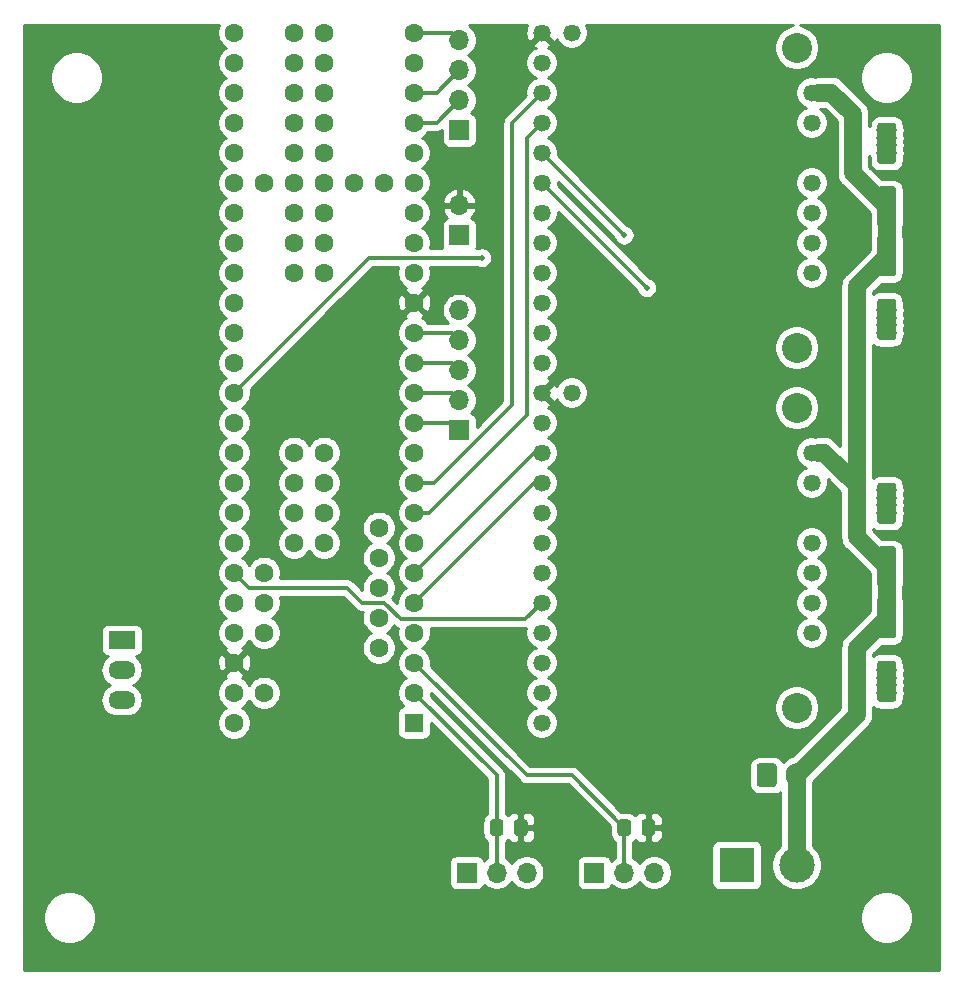
<source format=gtl>
G04 #@! TF.GenerationSoftware,KiCad,Pcbnew,5.1.6*
G04 #@! TF.CreationDate,2020-08-31T22:31:01-05:00*
G04 #@! TF.ProjectId,shear_pcb,73686561-725f-4706-9362-2e6b69636164,rev?*
G04 #@! TF.SameCoordinates,Original*
G04 #@! TF.FileFunction,Copper,L1,Top*
G04 #@! TF.FilePolarity,Positive*
%FSLAX46Y46*%
G04 Gerber Fmt 4.6, Leading zero omitted, Abs format (unit mm)*
G04 Created by KiCad (PCBNEW 5.1.6) date 2020-08-31 22:31:01*
%MOMM*%
%LPD*%
G01*
G04 APERTURE LIST*
G04 #@! TA.AperFunction,ComponentPad*
%ADD10O,1.700000X2.000000*%
G04 #@! TD*
G04 #@! TA.AperFunction,ComponentPad*
%ADD11C,2.540000*%
G04 #@! TD*
G04 #@! TA.AperFunction,ComponentPad*
%ADD12C,1.470000*%
G04 #@! TD*
G04 #@! TA.AperFunction,ComponentPad*
%ADD13O,1.700000X1.700000*%
G04 #@! TD*
G04 #@! TA.AperFunction,ComponentPad*
%ADD14R,1.700000X1.700000*%
G04 #@! TD*
G04 #@! TA.AperFunction,ComponentPad*
%ADD15C,1.600000*%
G04 #@! TD*
G04 #@! TA.AperFunction,ComponentPad*
%ADD16R,1.600000X1.600000*%
G04 #@! TD*
G04 #@! TA.AperFunction,ComponentPad*
%ADD17O,2.300000X1.500000*%
G04 #@! TD*
G04 #@! TA.AperFunction,ComponentPad*
%ADD18R,2.300000X1.500000*%
G04 #@! TD*
G04 #@! TA.AperFunction,ComponentPad*
%ADD19C,3.000000*%
G04 #@! TD*
G04 #@! TA.AperFunction,ComponentPad*
%ADD20R,3.000000X3.000000*%
G04 #@! TD*
G04 #@! TA.AperFunction,ViaPad*
%ADD21C,0.500000*%
G04 #@! TD*
G04 #@! TA.AperFunction,Conductor*
%ADD22C,0.300000*%
G04 #@! TD*
G04 #@! TA.AperFunction,Conductor*
%ADD23C,1.500000*%
G04 #@! TD*
G04 #@! TA.AperFunction,Conductor*
%ADD24C,0.254000*%
G04 #@! TD*
G04 APERTURE END LIST*
D10*
X184745000Y-110490000D03*
G04 #@! TA.AperFunction,ComponentPad*
G36*
G01*
X181395000Y-111240000D02*
X181395000Y-109740000D01*
G75*
G02*
X181645000Y-109490000I250000J0D01*
G01*
X182845000Y-109490000D01*
G75*
G02*
X183095000Y-109740000I0J-250000D01*
G01*
X183095000Y-111240000D01*
G75*
G02*
X182845000Y-111490000I-250000J0D01*
G01*
X181645000Y-111490000D01*
G75*
G02*
X181395000Y-111240000I0J250000D01*
G01*
G37*
G04 #@! TD.AperFunction*
D11*
X184785000Y-79375000D03*
X184785000Y-104775000D03*
D12*
X165735000Y-78105000D03*
X163195000Y-78105000D03*
X163195000Y-80645000D03*
X163195000Y-83185000D03*
X163195000Y-85725000D03*
X163195000Y-88265000D03*
X163195000Y-90805000D03*
X163195000Y-93345000D03*
X163195000Y-95885000D03*
X163195000Y-98425000D03*
X163195000Y-100965000D03*
X163195000Y-103505000D03*
X163195000Y-106045000D03*
X186055000Y-83185000D03*
X186055000Y-85725000D03*
X186055000Y-90805000D03*
X186055000Y-93345000D03*
X186055000Y-95885000D03*
X186055000Y-98425000D03*
D13*
X172720000Y-118745000D03*
X170180000Y-118745000D03*
D14*
X167640000Y-118745000D03*
D13*
X161925000Y-118745000D03*
X159385000Y-118745000D03*
D14*
X156845000Y-118745000D03*
D13*
X156210000Y-71120000D03*
X156210000Y-73660000D03*
X156210000Y-76200000D03*
X156210000Y-78740000D03*
D14*
X156210000Y-81280000D03*
D13*
X156210000Y-48260000D03*
X156210000Y-50800000D03*
X156210000Y-53340000D03*
D14*
X156210000Y-55880000D03*
D13*
X156210000Y-62230000D03*
D14*
X156210000Y-64770000D03*
G04 #@! TA.AperFunction,SMDPad,CuDef*
G36*
G01*
X191855000Y-70165000D02*
X192955000Y-70165000D01*
G75*
G02*
X193205000Y-70415000I0J-250000D01*
G01*
X193205000Y-73415000D01*
G75*
G02*
X192955000Y-73665000I-250000J0D01*
G01*
X191855000Y-73665000D01*
G75*
G02*
X191605000Y-73415000I0J250000D01*
G01*
X191605000Y-70415000D01*
G75*
G02*
X191855000Y-70165000I250000J0D01*
G01*
G37*
G04 #@! TD.AperFunction*
G04 #@! TA.AperFunction,SMDPad,CuDef*
G36*
G01*
X191855000Y-64765000D02*
X192955000Y-64765000D01*
G75*
G02*
X193205000Y-65015000I0J-250000D01*
G01*
X193205000Y-68015000D01*
G75*
G02*
X192955000Y-68265000I-250000J0D01*
G01*
X191855000Y-68265000D01*
G75*
G02*
X191605000Y-68015000I0J250000D01*
G01*
X191605000Y-65015000D01*
G75*
G02*
X191855000Y-64765000I250000J0D01*
G01*
G37*
G04 #@! TD.AperFunction*
G04 #@! TA.AperFunction,SMDPad,CuDef*
G36*
G01*
X192955000Y-58740000D02*
X191855000Y-58740000D01*
G75*
G02*
X191605000Y-58490000I0J250000D01*
G01*
X191605000Y-55490000D01*
G75*
G02*
X191855000Y-55240000I250000J0D01*
G01*
X192955000Y-55240000D01*
G75*
G02*
X193205000Y-55490000I0J-250000D01*
G01*
X193205000Y-58490000D01*
G75*
G02*
X192955000Y-58740000I-250000J0D01*
G01*
G37*
G04 #@! TD.AperFunction*
G04 #@! TA.AperFunction,SMDPad,CuDef*
G36*
G01*
X192955000Y-64140000D02*
X191855000Y-64140000D01*
G75*
G02*
X191605000Y-63890000I0J250000D01*
G01*
X191605000Y-60890000D01*
G75*
G02*
X191855000Y-60640000I250000J0D01*
G01*
X192955000Y-60640000D01*
G75*
G02*
X193205000Y-60890000I0J-250000D01*
G01*
X193205000Y-63890000D01*
G75*
G02*
X192955000Y-64140000I-250000J0D01*
G01*
G37*
G04 #@! TD.AperFunction*
G04 #@! TA.AperFunction,SMDPad,CuDef*
G36*
G01*
X191855000Y-100805000D02*
X192955000Y-100805000D01*
G75*
G02*
X193205000Y-101055000I0J-250000D01*
G01*
X193205000Y-104055000D01*
G75*
G02*
X192955000Y-104305000I-250000J0D01*
G01*
X191855000Y-104305000D01*
G75*
G02*
X191605000Y-104055000I0J250000D01*
G01*
X191605000Y-101055000D01*
G75*
G02*
X191855000Y-100805000I250000J0D01*
G01*
G37*
G04 #@! TD.AperFunction*
G04 #@! TA.AperFunction,SMDPad,CuDef*
G36*
G01*
X191855000Y-95405000D02*
X192955000Y-95405000D01*
G75*
G02*
X193205000Y-95655000I0J-250000D01*
G01*
X193205000Y-98655000D01*
G75*
G02*
X192955000Y-98905000I-250000J0D01*
G01*
X191855000Y-98905000D01*
G75*
G02*
X191605000Y-98655000I0J250000D01*
G01*
X191605000Y-95655000D01*
G75*
G02*
X191855000Y-95405000I250000J0D01*
G01*
G37*
G04 #@! TD.AperFunction*
G04 #@! TA.AperFunction,SMDPad,CuDef*
G36*
G01*
X192955000Y-89220000D02*
X191855000Y-89220000D01*
G75*
G02*
X191605000Y-88970000I0J250000D01*
G01*
X191605000Y-85970000D01*
G75*
G02*
X191855000Y-85720000I250000J0D01*
G01*
X192955000Y-85720000D01*
G75*
G02*
X193205000Y-85970000I0J-250000D01*
G01*
X193205000Y-88970000D01*
G75*
G02*
X192955000Y-89220000I-250000J0D01*
G01*
G37*
G04 #@! TD.AperFunction*
G04 #@! TA.AperFunction,SMDPad,CuDef*
G36*
G01*
X192955000Y-94620000D02*
X191855000Y-94620000D01*
G75*
G02*
X191605000Y-94370000I0J250000D01*
G01*
X191605000Y-91370000D01*
G75*
G02*
X191855000Y-91120000I250000J0D01*
G01*
X192955000Y-91120000D01*
G75*
G02*
X193205000Y-91370000I0J-250000D01*
G01*
X193205000Y-94370000D01*
G75*
G02*
X192955000Y-94620000I-250000J0D01*
G01*
G37*
G04 #@! TD.AperFunction*
D15*
X152400000Y-65405000D03*
X152400000Y-62865000D03*
X152400000Y-60325000D03*
X152400000Y-57785000D03*
X152400000Y-67945000D03*
X152400000Y-70485000D03*
X152400000Y-73025000D03*
X152400000Y-55245000D03*
X152400000Y-52705000D03*
X152400000Y-50165000D03*
X152400000Y-47625000D03*
X149860000Y-60325000D03*
X147320000Y-60325000D03*
X144780000Y-60325000D03*
X142240000Y-60325000D03*
X139700000Y-60325000D03*
X137160000Y-47625000D03*
X137160000Y-50165000D03*
X137160000Y-52705000D03*
X137160000Y-55245000D03*
X137160000Y-57785000D03*
X137160000Y-60325000D03*
X137160000Y-62865000D03*
X137160000Y-65405000D03*
X152400000Y-75565000D03*
X152400000Y-78105000D03*
X152400000Y-80645000D03*
X152400000Y-83185000D03*
X152400000Y-85725000D03*
X152400000Y-88265000D03*
X152400000Y-90805000D03*
X152400000Y-93345000D03*
X152400000Y-95885000D03*
X152400000Y-98425000D03*
X152400000Y-100965000D03*
X152400000Y-103505000D03*
D16*
X152400000Y-106045000D03*
D15*
X137160000Y-67945000D03*
X137160000Y-70485000D03*
X137160000Y-73025000D03*
X137160000Y-75565000D03*
X137160000Y-78105000D03*
X137160000Y-80645000D03*
X137160000Y-83185000D03*
X137160000Y-85725000D03*
X137160000Y-88265000D03*
X137160000Y-90805000D03*
X137160000Y-93345000D03*
X137160000Y-95885000D03*
X137160000Y-98425000D03*
X137160000Y-100965000D03*
X137160000Y-103505000D03*
X137160000Y-106045000D03*
X139700000Y-103505000D03*
X139700000Y-98425000D03*
X139700000Y-95885000D03*
X139700000Y-93345000D03*
X144780000Y-90805000D03*
X144780000Y-88265000D03*
X144780000Y-85725000D03*
X144780000Y-83185000D03*
X144780000Y-67945000D03*
X144780000Y-65405000D03*
X144780000Y-62865000D03*
X144780000Y-57785000D03*
X144780000Y-55245000D03*
X144780000Y-52705000D03*
X144780000Y-50165000D03*
X144780000Y-47625000D03*
X142240000Y-47625000D03*
X142240000Y-50165000D03*
X142240000Y-52705000D03*
X142240000Y-55245000D03*
X142240000Y-57785000D03*
X142240000Y-62865000D03*
X142240000Y-65405000D03*
X142240000Y-67945000D03*
X142240000Y-83185000D03*
X142240000Y-85725000D03*
X142240000Y-88265000D03*
X142240000Y-90805000D03*
X149400000Y-99695000D03*
X149400000Y-97155000D03*
X149400000Y-94615000D03*
X149400000Y-92075000D03*
X149400000Y-89535000D03*
D17*
X127635000Y-104140000D03*
X127635000Y-101600000D03*
D18*
X127635000Y-99060000D03*
G04 #@! TA.AperFunction,SMDPad,CuDef*
G36*
G01*
X170755000Y-114484999D02*
X170755000Y-115385001D01*
G75*
G02*
X170505001Y-115635000I-249999J0D01*
G01*
X169854999Y-115635000D01*
G75*
G02*
X169605000Y-115385001I0J249999D01*
G01*
X169605000Y-114484999D01*
G75*
G02*
X169854999Y-114235000I249999J0D01*
G01*
X170505001Y-114235000D01*
G75*
G02*
X170755000Y-114484999I0J-249999D01*
G01*
G37*
G04 #@! TD.AperFunction*
G04 #@! TA.AperFunction,SMDPad,CuDef*
G36*
G01*
X172805000Y-114484999D02*
X172805000Y-115385001D01*
G75*
G02*
X172555001Y-115635000I-249999J0D01*
G01*
X171904999Y-115635000D01*
G75*
G02*
X171655000Y-115385001I0J249999D01*
G01*
X171655000Y-114484999D01*
G75*
G02*
X171904999Y-114235000I249999J0D01*
G01*
X172555001Y-114235000D01*
G75*
G02*
X172805000Y-114484999I0J-249999D01*
G01*
G37*
G04 #@! TD.AperFunction*
G04 #@! TA.AperFunction,SMDPad,CuDef*
G36*
G01*
X159960000Y-114484999D02*
X159960000Y-115385001D01*
G75*
G02*
X159710001Y-115635000I-249999J0D01*
G01*
X159059999Y-115635000D01*
G75*
G02*
X158810000Y-115385001I0J249999D01*
G01*
X158810000Y-114484999D01*
G75*
G02*
X159059999Y-114235000I249999J0D01*
G01*
X159710001Y-114235000D01*
G75*
G02*
X159960000Y-114484999I0J-249999D01*
G01*
G37*
G04 #@! TD.AperFunction*
G04 #@! TA.AperFunction,SMDPad,CuDef*
G36*
G01*
X162010000Y-114484999D02*
X162010000Y-115385001D01*
G75*
G02*
X161760001Y-115635000I-249999J0D01*
G01*
X161109999Y-115635000D01*
G75*
G02*
X160860000Y-115385001I0J249999D01*
G01*
X160860000Y-114484999D01*
G75*
G02*
X161109999Y-114235000I249999J0D01*
G01*
X161760001Y-114235000D01*
G75*
G02*
X162010000Y-114484999I0J-249999D01*
G01*
G37*
G04 #@! TD.AperFunction*
D19*
X184785000Y-118110000D03*
D20*
X179705000Y-118110000D03*
D12*
X186055000Y-67945000D03*
X186055000Y-65405000D03*
X186055000Y-62865000D03*
X186055000Y-60325000D03*
X186055000Y-55245000D03*
X186055000Y-52705000D03*
X163195000Y-75565000D03*
X163195000Y-73025000D03*
X163195000Y-70485000D03*
X163195000Y-67945000D03*
X163195000Y-65405000D03*
X163195000Y-62865000D03*
X163195000Y-60325000D03*
X163195000Y-57785000D03*
X163195000Y-55245000D03*
X163195000Y-52705000D03*
X163195000Y-50165000D03*
X163195000Y-47625000D03*
X165735000Y-47625000D03*
D11*
X184785000Y-74295000D03*
X184785000Y-48895000D03*
D21*
X191770000Y-57785000D03*
X191770000Y-57150000D03*
X191770000Y-56515000D03*
X191770000Y-55880000D03*
X193040000Y-55880000D03*
X193040000Y-56515000D03*
X193040000Y-57150000D03*
X193040000Y-57785000D03*
X193040000Y-71755000D03*
X193040000Y-72390000D03*
X193040000Y-73025000D03*
X191770000Y-73025000D03*
X191770000Y-72390000D03*
X191770000Y-71755000D03*
X191770000Y-71120000D03*
X193040000Y-71120000D03*
X193040000Y-86360000D03*
X191770000Y-86360000D03*
X191770000Y-86995000D03*
X193040000Y-86995000D03*
X193040000Y-87630000D03*
X191770000Y-87630000D03*
X191770000Y-88265000D03*
X193040000Y-88265000D03*
X193040000Y-102235000D03*
X193040000Y-102870000D03*
X193040000Y-103505000D03*
X191770000Y-103505000D03*
X191770000Y-102870000D03*
X191770000Y-102235000D03*
X191770000Y-101600000D03*
X193040000Y-101600000D03*
X192405000Y-102870000D03*
X192405000Y-102235000D03*
X192405000Y-87630000D03*
X192405000Y-86995000D03*
X192405000Y-72390000D03*
X192405000Y-71755000D03*
X192405000Y-57150000D03*
X192405000Y-56515000D03*
X192405000Y-103505000D03*
X192405000Y-101600000D03*
X192405000Y-86360000D03*
X192405000Y-88265000D03*
X192405000Y-73025000D03*
X192405000Y-71120000D03*
X192405000Y-57785000D03*
X192405000Y-55880000D03*
X172085000Y-69215000D03*
X170180000Y-64770000D03*
X158114996Y-66675004D03*
D22*
X155575000Y-80645000D02*
X156210000Y-81280000D01*
X152400000Y-80645000D02*
X155575000Y-80645000D01*
X137160000Y-93345000D02*
X138430000Y-94615000D01*
X138430000Y-94615000D02*
X146685000Y-94615000D01*
X146685000Y-94615000D02*
X147955000Y-95885000D01*
X147955000Y-95885000D02*
X149860000Y-95885000D01*
X161805001Y-97274999D02*
X163195000Y-95885000D01*
X151249999Y-97274999D02*
X161805001Y-97274999D01*
X149860000Y-95885000D02*
X151249999Y-97274999D01*
X155575000Y-75565000D02*
X156210000Y-76200000D01*
X152400000Y-75565000D02*
X155575000Y-75565000D01*
X163195000Y-60325000D02*
X172085000Y-69215000D01*
X155575000Y-73025000D02*
X156210000Y-73660000D01*
X152400000Y-73025000D02*
X155575000Y-73025000D01*
X163195000Y-57785000D02*
X168910000Y-63500000D01*
X168910000Y-63500000D02*
X170180000Y-64770000D01*
X137160000Y-78105000D02*
X148589996Y-66675004D01*
X148589996Y-66675004D02*
X158114996Y-66675004D01*
X152400000Y-78105000D02*
X155575000Y-78105000D01*
X155575000Y-78105000D02*
X156210000Y-78740000D01*
X161925000Y-56515000D02*
X163195000Y-55245000D01*
X161925000Y-80010000D02*
X161925000Y-56515000D01*
X152400000Y-88265000D02*
X153670000Y-88265000D01*
X153670000Y-88265000D02*
X161925000Y-80010000D01*
X160655000Y-55245000D02*
X163195000Y-52705000D01*
X160655000Y-79165002D02*
X160655000Y-55245000D01*
X152400000Y-85725000D02*
X154095002Y-85725000D01*
X154095002Y-85725000D02*
X160655000Y-79165002D01*
X162560000Y-85725000D02*
X163195000Y-85725000D01*
X152400000Y-95885000D02*
X162560000Y-85725000D01*
X162560000Y-83185000D02*
X163195000Y-83185000D01*
X152400000Y-93345000D02*
X162560000Y-83185000D01*
D23*
X184745000Y-110490000D02*
X184785000Y-110490000D01*
X184785000Y-110490000D02*
X189865000Y-105410000D01*
X189865000Y-99695000D02*
X192405000Y-97155000D01*
X189865000Y-105410000D02*
X189865000Y-99695000D01*
X192405000Y-97155000D02*
X192405000Y-92870000D01*
X192405000Y-92870000D02*
X189865000Y-90330000D01*
X187087802Y-83185000D02*
X186690000Y-83185000D01*
X189865000Y-85962198D02*
X187087802Y-83185000D01*
X189865000Y-90330000D02*
X189865000Y-85962198D01*
X189865000Y-69055000D02*
X192405000Y-66515000D01*
X189865000Y-85962198D02*
X189865000Y-69055000D01*
X192405000Y-66515000D02*
X192405000Y-62390000D01*
X187729446Y-52705000D02*
X186690000Y-52705000D01*
X189554999Y-54530553D02*
X187729446Y-52705000D01*
X189554999Y-59539999D02*
X189554999Y-54530553D01*
X192405000Y-62390000D02*
X189554999Y-59539999D01*
X184785000Y-110530000D02*
X184745000Y-110490000D01*
X184785000Y-118110000D02*
X184785000Y-110530000D01*
D22*
X159385000Y-110490000D02*
X159385000Y-114935000D01*
X152400000Y-103505000D02*
X159385000Y-110490000D01*
X159385000Y-118745000D02*
X159385000Y-114935000D01*
X152400000Y-100965000D02*
X161925000Y-110490000D01*
X165735000Y-110490000D02*
X170180000Y-114935000D01*
X161925000Y-110490000D02*
X165735000Y-110490000D01*
X170180000Y-114935000D02*
X170180000Y-118745000D01*
X155575000Y-47625000D02*
X156210000Y-48260000D01*
X152400000Y-47625000D02*
X155575000Y-47625000D01*
X154305000Y-52705000D02*
X156210000Y-50800000D01*
X152400000Y-52705000D02*
X154305000Y-52705000D01*
X154305000Y-55245000D02*
X156210000Y-53340000D01*
X152400000Y-55245000D02*
X154305000Y-55245000D01*
D24*
G36*
X135780147Y-47206426D02*
G01*
X135725000Y-47483665D01*
X135725000Y-47766335D01*
X135780147Y-48043574D01*
X135888320Y-48304727D01*
X136045363Y-48539759D01*
X136245241Y-48739637D01*
X136477759Y-48895000D01*
X136245241Y-49050363D01*
X136045363Y-49250241D01*
X135888320Y-49485273D01*
X135780147Y-49746426D01*
X135725000Y-50023665D01*
X135725000Y-50306335D01*
X135780147Y-50583574D01*
X135888320Y-50844727D01*
X136045363Y-51079759D01*
X136245241Y-51279637D01*
X136477759Y-51435000D01*
X136245241Y-51590363D01*
X136045363Y-51790241D01*
X135888320Y-52025273D01*
X135780147Y-52286426D01*
X135725000Y-52563665D01*
X135725000Y-52846335D01*
X135780147Y-53123574D01*
X135888320Y-53384727D01*
X136045363Y-53619759D01*
X136245241Y-53819637D01*
X136477759Y-53975000D01*
X136245241Y-54130363D01*
X136045363Y-54330241D01*
X135888320Y-54565273D01*
X135780147Y-54826426D01*
X135725000Y-55103665D01*
X135725000Y-55386335D01*
X135780147Y-55663574D01*
X135888320Y-55924727D01*
X136045363Y-56159759D01*
X136245241Y-56359637D01*
X136477759Y-56515000D01*
X136245241Y-56670363D01*
X136045363Y-56870241D01*
X135888320Y-57105273D01*
X135780147Y-57366426D01*
X135725000Y-57643665D01*
X135725000Y-57926335D01*
X135780147Y-58203574D01*
X135888320Y-58464727D01*
X136045363Y-58699759D01*
X136245241Y-58899637D01*
X136477759Y-59055000D01*
X136245241Y-59210363D01*
X136045363Y-59410241D01*
X135888320Y-59645273D01*
X135780147Y-59906426D01*
X135725000Y-60183665D01*
X135725000Y-60466335D01*
X135780147Y-60743574D01*
X135888320Y-61004727D01*
X136045363Y-61239759D01*
X136245241Y-61439637D01*
X136477759Y-61595000D01*
X136245241Y-61750363D01*
X136045363Y-61950241D01*
X135888320Y-62185273D01*
X135780147Y-62446426D01*
X135725000Y-62723665D01*
X135725000Y-63006335D01*
X135780147Y-63283574D01*
X135888320Y-63544727D01*
X136045363Y-63779759D01*
X136245241Y-63979637D01*
X136477759Y-64135000D01*
X136245241Y-64290363D01*
X136045363Y-64490241D01*
X135888320Y-64725273D01*
X135780147Y-64986426D01*
X135725000Y-65263665D01*
X135725000Y-65546335D01*
X135780147Y-65823574D01*
X135888320Y-66084727D01*
X136045363Y-66319759D01*
X136245241Y-66519637D01*
X136477759Y-66675000D01*
X136245241Y-66830363D01*
X136045363Y-67030241D01*
X135888320Y-67265273D01*
X135780147Y-67526426D01*
X135725000Y-67803665D01*
X135725000Y-68086335D01*
X135780147Y-68363574D01*
X135888320Y-68624727D01*
X136045363Y-68859759D01*
X136245241Y-69059637D01*
X136477759Y-69215000D01*
X136245241Y-69370363D01*
X136045363Y-69570241D01*
X135888320Y-69805273D01*
X135780147Y-70066426D01*
X135725000Y-70343665D01*
X135725000Y-70626335D01*
X135780147Y-70903574D01*
X135888320Y-71164727D01*
X136045363Y-71399759D01*
X136245241Y-71599637D01*
X136477759Y-71755000D01*
X136245241Y-71910363D01*
X136045363Y-72110241D01*
X135888320Y-72345273D01*
X135780147Y-72606426D01*
X135725000Y-72883665D01*
X135725000Y-73166335D01*
X135780147Y-73443574D01*
X135888320Y-73704727D01*
X136045363Y-73939759D01*
X136245241Y-74139637D01*
X136477759Y-74295000D01*
X136245241Y-74450363D01*
X136045363Y-74650241D01*
X135888320Y-74885273D01*
X135780147Y-75146426D01*
X135725000Y-75423665D01*
X135725000Y-75706335D01*
X135780147Y-75983574D01*
X135888320Y-76244727D01*
X136045363Y-76479759D01*
X136245241Y-76679637D01*
X136477759Y-76835000D01*
X136245241Y-76990363D01*
X136045363Y-77190241D01*
X135888320Y-77425273D01*
X135780147Y-77686426D01*
X135725000Y-77963665D01*
X135725000Y-78246335D01*
X135780147Y-78523574D01*
X135888320Y-78784727D01*
X136045363Y-79019759D01*
X136245241Y-79219637D01*
X136477759Y-79375000D01*
X136245241Y-79530363D01*
X136045363Y-79730241D01*
X135888320Y-79965273D01*
X135780147Y-80226426D01*
X135725000Y-80503665D01*
X135725000Y-80786335D01*
X135780147Y-81063574D01*
X135888320Y-81324727D01*
X136045363Y-81559759D01*
X136245241Y-81759637D01*
X136477759Y-81915000D01*
X136245241Y-82070363D01*
X136045363Y-82270241D01*
X135888320Y-82505273D01*
X135780147Y-82766426D01*
X135725000Y-83043665D01*
X135725000Y-83326335D01*
X135780147Y-83603574D01*
X135888320Y-83864727D01*
X136045363Y-84099759D01*
X136245241Y-84299637D01*
X136477759Y-84455000D01*
X136245241Y-84610363D01*
X136045363Y-84810241D01*
X135888320Y-85045273D01*
X135780147Y-85306426D01*
X135725000Y-85583665D01*
X135725000Y-85866335D01*
X135780147Y-86143574D01*
X135888320Y-86404727D01*
X136045363Y-86639759D01*
X136245241Y-86839637D01*
X136477759Y-86995000D01*
X136245241Y-87150363D01*
X136045363Y-87350241D01*
X135888320Y-87585273D01*
X135780147Y-87846426D01*
X135725000Y-88123665D01*
X135725000Y-88406335D01*
X135780147Y-88683574D01*
X135888320Y-88944727D01*
X136045363Y-89179759D01*
X136245241Y-89379637D01*
X136477759Y-89535000D01*
X136245241Y-89690363D01*
X136045363Y-89890241D01*
X135888320Y-90125273D01*
X135780147Y-90386426D01*
X135725000Y-90663665D01*
X135725000Y-90946335D01*
X135780147Y-91223574D01*
X135888320Y-91484727D01*
X136045363Y-91719759D01*
X136245241Y-91919637D01*
X136477759Y-92075000D01*
X136245241Y-92230363D01*
X136045363Y-92430241D01*
X135888320Y-92665273D01*
X135780147Y-92926426D01*
X135725000Y-93203665D01*
X135725000Y-93486335D01*
X135780147Y-93763574D01*
X135888320Y-94024727D01*
X136045363Y-94259759D01*
X136245241Y-94459637D01*
X136477759Y-94615000D01*
X136245241Y-94770363D01*
X136045363Y-94970241D01*
X135888320Y-95205273D01*
X135780147Y-95466426D01*
X135725000Y-95743665D01*
X135725000Y-96026335D01*
X135780147Y-96303574D01*
X135888320Y-96564727D01*
X136045363Y-96799759D01*
X136245241Y-96999637D01*
X136477759Y-97155000D01*
X136245241Y-97310363D01*
X136045363Y-97510241D01*
X135888320Y-97745273D01*
X135780147Y-98006426D01*
X135725000Y-98283665D01*
X135725000Y-98566335D01*
X135780147Y-98843574D01*
X135888320Y-99104727D01*
X136045363Y-99339759D01*
X136245241Y-99539637D01*
X136479128Y-99695915D01*
X136418486Y-99728329D01*
X136346903Y-99972298D01*
X137160000Y-100785395D01*
X137973097Y-99972298D01*
X137901514Y-99728329D01*
X137837008Y-99697806D01*
X137839727Y-99696680D01*
X138074759Y-99539637D01*
X138274637Y-99339759D01*
X138430000Y-99107241D01*
X138585363Y-99339759D01*
X138785241Y-99539637D01*
X139020273Y-99696680D01*
X139281426Y-99804853D01*
X139558665Y-99860000D01*
X139841335Y-99860000D01*
X140118574Y-99804853D01*
X140379727Y-99696680D01*
X140614759Y-99539637D01*
X140814637Y-99339759D01*
X140971680Y-99104727D01*
X141079853Y-98843574D01*
X141135000Y-98566335D01*
X141135000Y-98283665D01*
X141079853Y-98006426D01*
X140971680Y-97745273D01*
X140814637Y-97510241D01*
X140614759Y-97310363D01*
X140382241Y-97155000D01*
X140614759Y-96999637D01*
X140814637Y-96799759D01*
X140971680Y-96564727D01*
X141079853Y-96303574D01*
X141135000Y-96026335D01*
X141135000Y-95743665D01*
X141079853Y-95466426D01*
X141052338Y-95400000D01*
X146359843Y-95400000D01*
X147372655Y-96412813D01*
X147397236Y-96442764D01*
X147427184Y-96467342D01*
X147427187Y-96467345D01*
X147454791Y-96489999D01*
X147516767Y-96540862D01*
X147653140Y-96613754D01*
X147766672Y-96648194D01*
X147801112Y-96658641D01*
X147815490Y-96660057D01*
X147916439Y-96670000D01*
X147916446Y-96670000D01*
X147954999Y-96673797D01*
X147993552Y-96670000D01*
X148047662Y-96670000D01*
X148020147Y-96736426D01*
X147965000Y-97013665D01*
X147965000Y-97296335D01*
X148020147Y-97573574D01*
X148128320Y-97834727D01*
X148285363Y-98069759D01*
X148485241Y-98269637D01*
X148717759Y-98425000D01*
X148485241Y-98580363D01*
X148285363Y-98780241D01*
X148128320Y-99015273D01*
X148020147Y-99276426D01*
X147965000Y-99553665D01*
X147965000Y-99836335D01*
X148020147Y-100113574D01*
X148128320Y-100374727D01*
X148285363Y-100609759D01*
X148485241Y-100809637D01*
X148720273Y-100966680D01*
X148981426Y-101074853D01*
X149258665Y-101130000D01*
X149541335Y-101130000D01*
X149818574Y-101074853D01*
X150079727Y-100966680D01*
X150314759Y-100809637D01*
X150514637Y-100609759D01*
X150671680Y-100374727D01*
X150779853Y-100113574D01*
X150835000Y-99836335D01*
X150835000Y-99553665D01*
X150779853Y-99276426D01*
X150671680Y-99015273D01*
X150514637Y-98780241D01*
X150314759Y-98580363D01*
X150082241Y-98425000D01*
X150314759Y-98269637D01*
X150514637Y-98069759D01*
X150671680Y-97834727D01*
X150679115Y-97816777D01*
X150692235Y-97832763D01*
X150722183Y-97857341D01*
X150722186Y-97857344D01*
X150751558Y-97881449D01*
X150811766Y-97930861D01*
X150948139Y-98003753D01*
X151016551Y-98024505D01*
X150965000Y-98283665D01*
X150965000Y-98566335D01*
X151020147Y-98843574D01*
X151128320Y-99104727D01*
X151285363Y-99339759D01*
X151485241Y-99539637D01*
X151717759Y-99695000D01*
X151485241Y-99850363D01*
X151285363Y-100050241D01*
X151128320Y-100285273D01*
X151020147Y-100546426D01*
X150965000Y-100823665D01*
X150965000Y-101106335D01*
X151020147Y-101383574D01*
X151128320Y-101644727D01*
X151285363Y-101879759D01*
X151485241Y-102079637D01*
X151717759Y-102235000D01*
X151485241Y-102390363D01*
X151285363Y-102590241D01*
X151128320Y-102825273D01*
X151020147Y-103086426D01*
X150965000Y-103363665D01*
X150965000Y-103646335D01*
X151020147Y-103923574D01*
X151128320Y-104184727D01*
X151285363Y-104419759D01*
X151483961Y-104618357D01*
X151475518Y-104619188D01*
X151355820Y-104655498D01*
X151245506Y-104714463D01*
X151148815Y-104793815D01*
X151069463Y-104890506D01*
X151010498Y-105000820D01*
X150974188Y-105120518D01*
X150961928Y-105245000D01*
X150961928Y-106845000D01*
X150974188Y-106969482D01*
X151010498Y-107089180D01*
X151069463Y-107199494D01*
X151148815Y-107296185D01*
X151245506Y-107375537D01*
X151355820Y-107434502D01*
X151475518Y-107470812D01*
X151600000Y-107483072D01*
X153200000Y-107483072D01*
X153324482Y-107470812D01*
X153444180Y-107434502D01*
X153554494Y-107375537D01*
X153651185Y-107296185D01*
X153730537Y-107199494D01*
X153789502Y-107089180D01*
X153825812Y-106969482D01*
X153838072Y-106845000D01*
X153838072Y-106053229D01*
X158600000Y-110815157D01*
X158600001Y-113728749D01*
X158566613Y-113746595D01*
X158432038Y-113857038D01*
X158321595Y-113991613D01*
X158239528Y-114145149D01*
X158188992Y-114311745D01*
X158171928Y-114484999D01*
X158171928Y-115385001D01*
X158188992Y-115558255D01*
X158239528Y-115724851D01*
X158321595Y-115878387D01*
X158432038Y-116012962D01*
X158566613Y-116123405D01*
X158600001Y-116141251D01*
X158600000Y-117483526D01*
X158438368Y-117591525D01*
X158306513Y-117723380D01*
X158284502Y-117650820D01*
X158225537Y-117540506D01*
X158146185Y-117443815D01*
X158049494Y-117364463D01*
X157939180Y-117305498D01*
X157819482Y-117269188D01*
X157695000Y-117256928D01*
X155995000Y-117256928D01*
X155870518Y-117269188D01*
X155750820Y-117305498D01*
X155640506Y-117364463D01*
X155543815Y-117443815D01*
X155464463Y-117540506D01*
X155405498Y-117650820D01*
X155369188Y-117770518D01*
X155356928Y-117895000D01*
X155356928Y-119595000D01*
X155369188Y-119719482D01*
X155405498Y-119839180D01*
X155464463Y-119949494D01*
X155543815Y-120046185D01*
X155640506Y-120125537D01*
X155750820Y-120184502D01*
X155870518Y-120220812D01*
X155995000Y-120233072D01*
X157695000Y-120233072D01*
X157819482Y-120220812D01*
X157939180Y-120184502D01*
X158049494Y-120125537D01*
X158146185Y-120046185D01*
X158225537Y-119949494D01*
X158284502Y-119839180D01*
X158306513Y-119766620D01*
X158438368Y-119898475D01*
X158681589Y-120060990D01*
X158951842Y-120172932D01*
X159238740Y-120230000D01*
X159531260Y-120230000D01*
X159818158Y-120172932D01*
X160088411Y-120060990D01*
X160331632Y-119898475D01*
X160538475Y-119691632D01*
X160655000Y-119517240D01*
X160771525Y-119691632D01*
X160978368Y-119898475D01*
X161221589Y-120060990D01*
X161491842Y-120172932D01*
X161778740Y-120230000D01*
X162071260Y-120230000D01*
X162358158Y-120172932D01*
X162628411Y-120060990D01*
X162871632Y-119898475D01*
X163078475Y-119691632D01*
X163240990Y-119448411D01*
X163352932Y-119178158D01*
X163410000Y-118891260D01*
X163410000Y-118598740D01*
X163352932Y-118311842D01*
X163240990Y-118041589D01*
X163078475Y-117798368D01*
X162871632Y-117591525D01*
X162628411Y-117429010D01*
X162358158Y-117317068D01*
X162071260Y-117260000D01*
X161778740Y-117260000D01*
X161491842Y-117317068D01*
X161221589Y-117429010D01*
X160978368Y-117591525D01*
X160771525Y-117798368D01*
X160655000Y-117972760D01*
X160538475Y-117798368D01*
X160331632Y-117591525D01*
X160170000Y-117483526D01*
X160170000Y-116141251D01*
X160203387Y-116123405D01*
X160337962Y-116012962D01*
X160343342Y-116006406D01*
X160408815Y-116086185D01*
X160505506Y-116165537D01*
X160615820Y-116224502D01*
X160735518Y-116260812D01*
X160860000Y-116273072D01*
X161149250Y-116270000D01*
X161308000Y-116111250D01*
X161308000Y-115062000D01*
X161562000Y-115062000D01*
X161562000Y-116111250D01*
X161720750Y-116270000D01*
X162010000Y-116273072D01*
X162134482Y-116260812D01*
X162254180Y-116224502D01*
X162364494Y-116165537D01*
X162461185Y-116086185D01*
X162540537Y-115989494D01*
X162599502Y-115879180D01*
X162635812Y-115759482D01*
X162648072Y-115635000D01*
X162645000Y-115220750D01*
X162486250Y-115062000D01*
X161562000Y-115062000D01*
X161308000Y-115062000D01*
X161288000Y-115062000D01*
X161288000Y-114808000D01*
X161308000Y-114808000D01*
X161308000Y-113758750D01*
X161562000Y-113758750D01*
X161562000Y-114808000D01*
X162486250Y-114808000D01*
X162645000Y-114649250D01*
X162648072Y-114235000D01*
X162635812Y-114110518D01*
X162599502Y-113990820D01*
X162540537Y-113880506D01*
X162461185Y-113783815D01*
X162364494Y-113704463D01*
X162254180Y-113645498D01*
X162134482Y-113609188D01*
X162010000Y-113596928D01*
X161720750Y-113600000D01*
X161562000Y-113758750D01*
X161308000Y-113758750D01*
X161149250Y-113600000D01*
X160860000Y-113596928D01*
X160735518Y-113609188D01*
X160615820Y-113645498D01*
X160505506Y-113704463D01*
X160408815Y-113783815D01*
X160343342Y-113863594D01*
X160337962Y-113857038D01*
X160203387Y-113746595D01*
X160170000Y-113728749D01*
X160170000Y-110528556D01*
X160173797Y-110490000D01*
X160170000Y-110451440D01*
X160170000Y-110451439D01*
X160166020Y-110411026D01*
X160158642Y-110336113D01*
X160113754Y-110188140D01*
X160040862Y-110051767D01*
X159942764Y-109932236D01*
X159912811Y-109907654D01*
X153804554Y-103799397D01*
X153835000Y-103646335D01*
X153835000Y-103510157D01*
X161342658Y-111017816D01*
X161367236Y-111047764D01*
X161397184Y-111072342D01*
X161397187Y-111072345D01*
X161426559Y-111096450D01*
X161486767Y-111145862D01*
X161608695Y-111211033D01*
X161623140Y-111218754D01*
X161771112Y-111263641D01*
X161785490Y-111265057D01*
X161886439Y-111275000D01*
X161886446Y-111275000D01*
X161924999Y-111278797D01*
X161963552Y-111275000D01*
X165409843Y-111275000D01*
X168966928Y-114832086D01*
X168966928Y-115385001D01*
X168983992Y-115558255D01*
X169034528Y-115724851D01*
X169116595Y-115878387D01*
X169227038Y-116012962D01*
X169361613Y-116123405D01*
X169395000Y-116141251D01*
X169395001Y-117483526D01*
X169233368Y-117591525D01*
X169101513Y-117723380D01*
X169079502Y-117650820D01*
X169020537Y-117540506D01*
X168941185Y-117443815D01*
X168844494Y-117364463D01*
X168734180Y-117305498D01*
X168614482Y-117269188D01*
X168490000Y-117256928D01*
X166790000Y-117256928D01*
X166665518Y-117269188D01*
X166545820Y-117305498D01*
X166435506Y-117364463D01*
X166338815Y-117443815D01*
X166259463Y-117540506D01*
X166200498Y-117650820D01*
X166164188Y-117770518D01*
X166151928Y-117895000D01*
X166151928Y-119595000D01*
X166164188Y-119719482D01*
X166200498Y-119839180D01*
X166259463Y-119949494D01*
X166338815Y-120046185D01*
X166435506Y-120125537D01*
X166545820Y-120184502D01*
X166665518Y-120220812D01*
X166790000Y-120233072D01*
X168490000Y-120233072D01*
X168614482Y-120220812D01*
X168734180Y-120184502D01*
X168844494Y-120125537D01*
X168941185Y-120046185D01*
X169020537Y-119949494D01*
X169079502Y-119839180D01*
X169101513Y-119766620D01*
X169233368Y-119898475D01*
X169476589Y-120060990D01*
X169746842Y-120172932D01*
X170033740Y-120230000D01*
X170326260Y-120230000D01*
X170613158Y-120172932D01*
X170883411Y-120060990D01*
X171126632Y-119898475D01*
X171333475Y-119691632D01*
X171450000Y-119517240D01*
X171566525Y-119691632D01*
X171773368Y-119898475D01*
X172016589Y-120060990D01*
X172286842Y-120172932D01*
X172573740Y-120230000D01*
X172866260Y-120230000D01*
X173153158Y-120172932D01*
X173423411Y-120060990D01*
X173666632Y-119898475D01*
X173873475Y-119691632D01*
X174035990Y-119448411D01*
X174147932Y-119178158D01*
X174205000Y-118891260D01*
X174205000Y-118598740D01*
X174147932Y-118311842D01*
X174035990Y-118041589D01*
X173873475Y-117798368D01*
X173666632Y-117591525D01*
X173423411Y-117429010D01*
X173153158Y-117317068D01*
X172866260Y-117260000D01*
X172573740Y-117260000D01*
X172286842Y-117317068D01*
X172016589Y-117429010D01*
X171773368Y-117591525D01*
X171566525Y-117798368D01*
X171450000Y-117972760D01*
X171333475Y-117798368D01*
X171126632Y-117591525D01*
X170965000Y-117483526D01*
X170965000Y-116610000D01*
X177566928Y-116610000D01*
X177566928Y-119610000D01*
X177579188Y-119734482D01*
X177615498Y-119854180D01*
X177674463Y-119964494D01*
X177753815Y-120061185D01*
X177850506Y-120140537D01*
X177960820Y-120199502D01*
X178080518Y-120235812D01*
X178205000Y-120248072D01*
X181205000Y-120248072D01*
X181329482Y-120235812D01*
X181449180Y-120199502D01*
X181559494Y-120140537D01*
X181656185Y-120061185D01*
X181735537Y-119964494D01*
X181794502Y-119854180D01*
X181830812Y-119734482D01*
X181843072Y-119610000D01*
X181843072Y-116610000D01*
X181830812Y-116485518D01*
X181794502Y-116365820D01*
X181735537Y-116255506D01*
X181656185Y-116158815D01*
X181559494Y-116079463D01*
X181449180Y-116020498D01*
X181329482Y-115984188D01*
X181205000Y-115971928D01*
X178205000Y-115971928D01*
X178080518Y-115984188D01*
X177960820Y-116020498D01*
X177850506Y-116079463D01*
X177753815Y-116158815D01*
X177674463Y-116255506D01*
X177615498Y-116365820D01*
X177579188Y-116485518D01*
X177566928Y-116610000D01*
X170965000Y-116610000D01*
X170965000Y-116141251D01*
X170998387Y-116123405D01*
X171132962Y-116012962D01*
X171138342Y-116006406D01*
X171203815Y-116086185D01*
X171300506Y-116165537D01*
X171410820Y-116224502D01*
X171530518Y-116260812D01*
X171655000Y-116273072D01*
X171944250Y-116270000D01*
X172103000Y-116111250D01*
X172103000Y-115062000D01*
X172357000Y-115062000D01*
X172357000Y-116111250D01*
X172515750Y-116270000D01*
X172805000Y-116273072D01*
X172929482Y-116260812D01*
X173049180Y-116224502D01*
X173159494Y-116165537D01*
X173256185Y-116086185D01*
X173335537Y-115989494D01*
X173394502Y-115879180D01*
X173430812Y-115759482D01*
X173443072Y-115635000D01*
X173440000Y-115220750D01*
X173281250Y-115062000D01*
X172357000Y-115062000D01*
X172103000Y-115062000D01*
X172083000Y-115062000D01*
X172083000Y-114808000D01*
X172103000Y-114808000D01*
X172103000Y-113758750D01*
X172357000Y-113758750D01*
X172357000Y-114808000D01*
X173281250Y-114808000D01*
X173440000Y-114649250D01*
X173443072Y-114235000D01*
X173430812Y-114110518D01*
X173394502Y-113990820D01*
X173335537Y-113880506D01*
X173256185Y-113783815D01*
X173159494Y-113704463D01*
X173049180Y-113645498D01*
X172929482Y-113609188D01*
X172805000Y-113596928D01*
X172515750Y-113600000D01*
X172357000Y-113758750D01*
X172103000Y-113758750D01*
X171944250Y-113600000D01*
X171655000Y-113596928D01*
X171530518Y-113609188D01*
X171410820Y-113645498D01*
X171300506Y-113704463D01*
X171203815Y-113783815D01*
X171138342Y-113863594D01*
X171132962Y-113857038D01*
X170998387Y-113746595D01*
X170844851Y-113664528D01*
X170678255Y-113613992D01*
X170505001Y-113596928D01*
X169952086Y-113596928D01*
X166317345Y-109962188D01*
X166292764Y-109932236D01*
X166173233Y-109834138D01*
X166036860Y-109761246D01*
X165966822Y-109740000D01*
X180756928Y-109740000D01*
X180756928Y-111240000D01*
X180773992Y-111413254D01*
X180824528Y-111579850D01*
X180906595Y-111733386D01*
X181017038Y-111867962D01*
X181151614Y-111978405D01*
X181305150Y-112060472D01*
X181471746Y-112111008D01*
X181645000Y-112128072D01*
X182845000Y-112128072D01*
X183018254Y-112111008D01*
X183184850Y-112060472D01*
X183338386Y-111978405D01*
X183400001Y-111927839D01*
X183400000Y-116475654D01*
X183126637Y-116749017D01*
X182892988Y-117098698D01*
X182732047Y-117487244D01*
X182650000Y-117899721D01*
X182650000Y-118320279D01*
X182732047Y-118732756D01*
X182892988Y-119121302D01*
X183126637Y-119470983D01*
X183424017Y-119768363D01*
X183773698Y-120002012D01*
X184162244Y-120162953D01*
X184574721Y-120245000D01*
X184995279Y-120245000D01*
X185407756Y-120162953D01*
X185796302Y-120002012D01*
X186145983Y-119768363D01*
X186443363Y-119470983D01*
X186677012Y-119121302D01*
X186837953Y-118732756D01*
X186920000Y-118320279D01*
X186920000Y-117899721D01*
X186837953Y-117487244D01*
X186677012Y-117098698D01*
X186443363Y-116749017D01*
X186170000Y-116475654D01*
X186170000Y-111063685D01*
X190796241Y-106437445D01*
X190849080Y-106394081D01*
X190892445Y-106341241D01*
X190892452Y-106341234D01*
X190963460Y-106254710D01*
X191022157Y-106183188D01*
X191150764Y-105942581D01*
X191229960Y-105681507D01*
X191250000Y-105478037D01*
X191250000Y-105478029D01*
X191256700Y-105410000D01*
X191250000Y-105341971D01*
X191250000Y-104701806D01*
X191361614Y-104793405D01*
X191515150Y-104875472D01*
X191681746Y-104926008D01*
X191855000Y-104943072D01*
X192955000Y-104943072D01*
X193128254Y-104926008D01*
X193294850Y-104875472D01*
X193448386Y-104793405D01*
X193582962Y-104682962D01*
X193693405Y-104548386D01*
X193775472Y-104394850D01*
X193826008Y-104228254D01*
X193843072Y-104055000D01*
X193843072Y-103878830D01*
X193890990Y-103763145D01*
X193925000Y-103592165D01*
X193925000Y-103417835D01*
X193890990Y-103246855D01*
X193866404Y-103187500D01*
X193890990Y-103128145D01*
X193925000Y-102957165D01*
X193925000Y-102782835D01*
X193890990Y-102611855D01*
X193866404Y-102552500D01*
X193890990Y-102493145D01*
X193925000Y-102322165D01*
X193925000Y-102147835D01*
X193890990Y-101976855D01*
X193866404Y-101917500D01*
X193890990Y-101858145D01*
X193925000Y-101687165D01*
X193925000Y-101512835D01*
X193890990Y-101341855D01*
X193843072Y-101226170D01*
X193843072Y-101055000D01*
X193826008Y-100881746D01*
X193775472Y-100715150D01*
X193693405Y-100561614D01*
X193582962Y-100427038D01*
X193448386Y-100316595D01*
X193294850Y-100234528D01*
X193128254Y-100183992D01*
X192955000Y-100166928D01*
X191855000Y-100166928D01*
X191681746Y-100183992D01*
X191515150Y-100234528D01*
X191361614Y-100316595D01*
X191250000Y-100408194D01*
X191250000Y-100268685D01*
X191975613Y-99543072D01*
X192955000Y-99543072D01*
X193128254Y-99526008D01*
X193294850Y-99475472D01*
X193448386Y-99393405D01*
X193582962Y-99282962D01*
X193693405Y-99148386D01*
X193775472Y-98994850D01*
X193826008Y-98828254D01*
X193843072Y-98655000D01*
X193843072Y-95655000D01*
X193826008Y-95481746D01*
X193790000Y-95363043D01*
X193790000Y-94661957D01*
X193826008Y-94543254D01*
X193843072Y-94370000D01*
X193843072Y-91370000D01*
X193826008Y-91196746D01*
X193775472Y-91030150D01*
X193693405Y-90876614D01*
X193582962Y-90742038D01*
X193448386Y-90631595D01*
X193294850Y-90549528D01*
X193128254Y-90498992D01*
X192955000Y-90481928D01*
X191975613Y-90481928D01*
X191250000Y-89756315D01*
X191250000Y-89616806D01*
X191361614Y-89708405D01*
X191515150Y-89790472D01*
X191681746Y-89841008D01*
X191855000Y-89858072D01*
X192955000Y-89858072D01*
X193128254Y-89841008D01*
X193294850Y-89790472D01*
X193448386Y-89708405D01*
X193582962Y-89597962D01*
X193693405Y-89463386D01*
X193775472Y-89309850D01*
X193826008Y-89143254D01*
X193843072Y-88970000D01*
X193843072Y-88638830D01*
X193890990Y-88523145D01*
X193925000Y-88352165D01*
X193925000Y-88177835D01*
X193890990Y-88006855D01*
X193866404Y-87947500D01*
X193890990Y-87888145D01*
X193925000Y-87717165D01*
X193925000Y-87542835D01*
X193890990Y-87371855D01*
X193866404Y-87312500D01*
X193890990Y-87253145D01*
X193925000Y-87082165D01*
X193925000Y-86907835D01*
X193890990Y-86736855D01*
X193866404Y-86677500D01*
X193890990Y-86618145D01*
X193925000Y-86447165D01*
X193925000Y-86272835D01*
X193890990Y-86101855D01*
X193843072Y-85986170D01*
X193843072Y-85970000D01*
X193826008Y-85796746D01*
X193775472Y-85630150D01*
X193693405Y-85476614D01*
X193582962Y-85342038D01*
X193448386Y-85231595D01*
X193294850Y-85149528D01*
X193128254Y-85098992D01*
X192955000Y-85081928D01*
X191855000Y-85081928D01*
X191681746Y-85098992D01*
X191515150Y-85149528D01*
X191361614Y-85231595D01*
X191250000Y-85323194D01*
X191250000Y-74061806D01*
X191361614Y-74153405D01*
X191515150Y-74235472D01*
X191681746Y-74286008D01*
X191855000Y-74303072D01*
X192955000Y-74303072D01*
X193128254Y-74286008D01*
X193294850Y-74235472D01*
X193448386Y-74153405D01*
X193582962Y-74042962D01*
X193693405Y-73908386D01*
X193775472Y-73754850D01*
X193826008Y-73588254D01*
X193843072Y-73415000D01*
X193843072Y-73398830D01*
X193890990Y-73283145D01*
X193925000Y-73112165D01*
X193925000Y-72937835D01*
X193890990Y-72766855D01*
X193866404Y-72707500D01*
X193890990Y-72648145D01*
X193925000Y-72477165D01*
X193925000Y-72302835D01*
X193890990Y-72131855D01*
X193866404Y-72072500D01*
X193890990Y-72013145D01*
X193925000Y-71842165D01*
X193925000Y-71667835D01*
X193890990Y-71496855D01*
X193866404Y-71437500D01*
X193890990Y-71378145D01*
X193925000Y-71207165D01*
X193925000Y-71032835D01*
X193890990Y-70861855D01*
X193843072Y-70746170D01*
X193843072Y-70415000D01*
X193826008Y-70241746D01*
X193775472Y-70075150D01*
X193693405Y-69921614D01*
X193582962Y-69787038D01*
X193448386Y-69676595D01*
X193294850Y-69594528D01*
X193128254Y-69543992D01*
X192955000Y-69526928D01*
X191855000Y-69526928D01*
X191681746Y-69543992D01*
X191515150Y-69594528D01*
X191361614Y-69676595D01*
X191250000Y-69768194D01*
X191250000Y-69628685D01*
X191975613Y-68903072D01*
X192955000Y-68903072D01*
X193128254Y-68886008D01*
X193294850Y-68835472D01*
X193448386Y-68753405D01*
X193582962Y-68642962D01*
X193693405Y-68508386D01*
X193775472Y-68354850D01*
X193826008Y-68188254D01*
X193843072Y-68015000D01*
X193843072Y-65015000D01*
X193826008Y-64841746D01*
X193790000Y-64723043D01*
X193790000Y-64181957D01*
X193826008Y-64063254D01*
X193843072Y-63890000D01*
X193843072Y-60890000D01*
X193826008Y-60716746D01*
X193775472Y-60550150D01*
X193693405Y-60396614D01*
X193582962Y-60262038D01*
X193448386Y-60151595D01*
X193294850Y-60069528D01*
X193128254Y-60018992D01*
X192955000Y-60001928D01*
X191975614Y-60001928D01*
X190939999Y-58966314D01*
X190939999Y-58093817D01*
X190966928Y-58158830D01*
X190966928Y-58490000D01*
X190983992Y-58663254D01*
X191034528Y-58829850D01*
X191116595Y-58983386D01*
X191227038Y-59117962D01*
X191361614Y-59228405D01*
X191515150Y-59310472D01*
X191681746Y-59361008D01*
X191855000Y-59378072D01*
X192955000Y-59378072D01*
X193128254Y-59361008D01*
X193294850Y-59310472D01*
X193448386Y-59228405D01*
X193582962Y-59117962D01*
X193693405Y-58983386D01*
X193775472Y-58829850D01*
X193826008Y-58663254D01*
X193843072Y-58490000D01*
X193843072Y-58158830D01*
X193890990Y-58043145D01*
X193925000Y-57872165D01*
X193925000Y-57697835D01*
X193890990Y-57526855D01*
X193866404Y-57467500D01*
X193890990Y-57408145D01*
X193925000Y-57237165D01*
X193925000Y-57062835D01*
X193890990Y-56891855D01*
X193866404Y-56832500D01*
X193890990Y-56773145D01*
X193925000Y-56602165D01*
X193925000Y-56427835D01*
X193890990Y-56256855D01*
X193866404Y-56197500D01*
X193890990Y-56138145D01*
X193925000Y-55967165D01*
X193925000Y-55792835D01*
X193890990Y-55621855D01*
X193843072Y-55506170D01*
X193843072Y-55490000D01*
X193826008Y-55316746D01*
X193775472Y-55150150D01*
X193693405Y-54996614D01*
X193582962Y-54862038D01*
X193448386Y-54751595D01*
X193294850Y-54669528D01*
X193128254Y-54618992D01*
X192955000Y-54601928D01*
X191855000Y-54601928D01*
X191681746Y-54618992D01*
X191515150Y-54669528D01*
X191361614Y-54751595D01*
X191227038Y-54862038D01*
X191116595Y-54996614D01*
X191034528Y-55150150D01*
X190983992Y-55316746D01*
X190966928Y-55490000D01*
X190966928Y-55506170D01*
X190939999Y-55571183D01*
X190939999Y-54598582D01*
X190946699Y-54530553D01*
X190939999Y-54462524D01*
X190939999Y-54462516D01*
X190919959Y-54259046D01*
X190840763Y-53997972D01*
X190712156Y-53757365D01*
X190617363Y-53641860D01*
X190582451Y-53599319D01*
X190582449Y-53599317D01*
X190539080Y-53546472D01*
X190486235Y-53503103D01*
X188756900Y-51773769D01*
X188713527Y-51720919D01*
X188502634Y-51547843D01*
X188262027Y-51419236D01*
X188000953Y-51340040D01*
X187797483Y-51320000D01*
X187797475Y-51320000D01*
X187729446Y-51313300D01*
X187661417Y-51320000D01*
X186621963Y-51320000D01*
X186418493Y-51340040D01*
X186338010Y-51364454D01*
X186189933Y-51335000D01*
X185920067Y-51335000D01*
X185655386Y-51387648D01*
X185406062Y-51490922D01*
X185181676Y-51640851D01*
X184990851Y-51831676D01*
X184840922Y-52056062D01*
X184737648Y-52305386D01*
X184685000Y-52570067D01*
X184685000Y-52839933D01*
X184737648Y-53104614D01*
X184840922Y-53353938D01*
X184990851Y-53578324D01*
X185181676Y-53769149D01*
X185406062Y-53919078D01*
X185541069Y-53975000D01*
X185406062Y-54030922D01*
X185181676Y-54180851D01*
X184990851Y-54371676D01*
X184840922Y-54596062D01*
X184737648Y-54845386D01*
X184685000Y-55110067D01*
X184685000Y-55379933D01*
X184737648Y-55644614D01*
X184840922Y-55893938D01*
X184990851Y-56118324D01*
X185181676Y-56309149D01*
X185406062Y-56459078D01*
X185655386Y-56562352D01*
X185920067Y-56615000D01*
X186189933Y-56615000D01*
X186454614Y-56562352D01*
X186703938Y-56459078D01*
X186928324Y-56309149D01*
X187119149Y-56118324D01*
X187269078Y-55893938D01*
X187372352Y-55644614D01*
X187425000Y-55379933D01*
X187425000Y-55110067D01*
X187372352Y-54845386D01*
X187269078Y-54596062D01*
X187119149Y-54371676D01*
X186928324Y-54180851D01*
X186792355Y-54090000D01*
X187155761Y-54090000D01*
X188170000Y-55104240D01*
X188169999Y-59471970D01*
X188163299Y-59539999D01*
X188169999Y-59608028D01*
X188169999Y-59608035D01*
X188176699Y-59676062D01*
X188190039Y-59811506D01*
X188269235Y-60072579D01*
X188397843Y-60313187D01*
X188523529Y-60466335D01*
X188570918Y-60524079D01*
X188623764Y-60567449D01*
X190966928Y-62910614D01*
X190966928Y-63890000D01*
X190983992Y-64063254D01*
X191020001Y-64181959D01*
X191020000Y-64723041D01*
X190983992Y-64841746D01*
X190966928Y-65015000D01*
X190966928Y-65994387D01*
X188933765Y-68027550D01*
X188880920Y-68070919D01*
X188837551Y-68123764D01*
X188837548Y-68123767D01*
X188707844Y-68281812D01*
X188579236Y-68522420D01*
X188500040Y-68783493D01*
X188473300Y-69055000D01*
X188480001Y-69123039D01*
X188480000Y-82618513D01*
X188115256Y-82253769D01*
X188071883Y-82200919D01*
X187860990Y-82027843D01*
X187620383Y-81899236D01*
X187359309Y-81820040D01*
X187155839Y-81800000D01*
X187155831Y-81800000D01*
X187087802Y-81793300D01*
X187019773Y-81800000D01*
X186621963Y-81800000D01*
X186418493Y-81820040D01*
X186338010Y-81844454D01*
X186189933Y-81815000D01*
X185920067Y-81815000D01*
X185655386Y-81867648D01*
X185406062Y-81970922D01*
X185181676Y-82120851D01*
X184990851Y-82311676D01*
X184840922Y-82536062D01*
X184737648Y-82785386D01*
X184685000Y-83050067D01*
X184685000Y-83319933D01*
X184737648Y-83584614D01*
X184840922Y-83833938D01*
X184990851Y-84058324D01*
X185181676Y-84249149D01*
X185406062Y-84399078D01*
X185541069Y-84455000D01*
X185406062Y-84510922D01*
X185181676Y-84660851D01*
X184990851Y-84851676D01*
X184840922Y-85076062D01*
X184737648Y-85325386D01*
X184685000Y-85590067D01*
X184685000Y-85859933D01*
X184737648Y-86124614D01*
X184840922Y-86373938D01*
X184990851Y-86598324D01*
X185181676Y-86789149D01*
X185406062Y-86939078D01*
X185655386Y-87042352D01*
X185920067Y-87095000D01*
X186189933Y-87095000D01*
X186454614Y-87042352D01*
X186703938Y-86939078D01*
X186928324Y-86789149D01*
X187119149Y-86598324D01*
X187269078Y-86373938D01*
X187372352Y-86124614D01*
X187425000Y-85859933D01*
X187425000Y-85590067D01*
X187397890Y-85453773D01*
X188480001Y-86535885D01*
X188480000Y-90261971D01*
X188473300Y-90330000D01*
X188480000Y-90398029D01*
X188480000Y-90398036D01*
X188500040Y-90601506D01*
X188579236Y-90862580D01*
X188707843Y-91103187D01*
X188880919Y-91314080D01*
X188933765Y-91357450D01*
X190966928Y-93390613D01*
X190966928Y-94370000D01*
X190983992Y-94543254D01*
X191020001Y-94661959D01*
X191020000Y-95363041D01*
X190983992Y-95481746D01*
X190966928Y-95655000D01*
X190966928Y-96634387D01*
X188933765Y-98667550D01*
X188880920Y-98710919D01*
X188837551Y-98763764D01*
X188837548Y-98763767D01*
X188707844Y-98921812D01*
X188579236Y-99162420D01*
X188500040Y-99423493D01*
X188473300Y-99695000D01*
X188480001Y-99763039D01*
X188480000Y-104836314D01*
X184433705Y-108882610D01*
X184173966Y-108961401D01*
X183915986Y-109099294D01*
X183689866Y-109284866D01*
X183637777Y-109348337D01*
X183583405Y-109246614D01*
X183472962Y-109112038D01*
X183338386Y-109001595D01*
X183184850Y-108919528D01*
X183018254Y-108868992D01*
X182845000Y-108851928D01*
X181645000Y-108851928D01*
X181471746Y-108868992D01*
X181305150Y-108919528D01*
X181151614Y-109001595D01*
X181017038Y-109112038D01*
X180906595Y-109246614D01*
X180824528Y-109400150D01*
X180773992Y-109566746D01*
X180756928Y-109740000D01*
X165966822Y-109740000D01*
X165888887Y-109716359D01*
X165773561Y-109705000D01*
X165773553Y-109705000D01*
X165735000Y-109701203D01*
X165696447Y-109705000D01*
X162250158Y-109705000D01*
X153804554Y-101259397D01*
X153835000Y-101106335D01*
X153835000Y-100823665D01*
X153779853Y-100546426D01*
X153671680Y-100285273D01*
X153514637Y-100050241D01*
X153314759Y-99850363D01*
X153082241Y-99695000D01*
X153314759Y-99539637D01*
X153514637Y-99339759D01*
X153671680Y-99104727D01*
X153779853Y-98843574D01*
X153835000Y-98566335D01*
X153835000Y-98283665D01*
X153790509Y-98059999D01*
X161766448Y-98059999D01*
X161805001Y-98063796D01*
X161843554Y-98059999D01*
X161843562Y-98059999D01*
X161871307Y-98057266D01*
X161825000Y-98290067D01*
X161825000Y-98559933D01*
X161877648Y-98824614D01*
X161980922Y-99073938D01*
X162130851Y-99298324D01*
X162321676Y-99489149D01*
X162546062Y-99639078D01*
X162681069Y-99695000D01*
X162546062Y-99750922D01*
X162321676Y-99900851D01*
X162130851Y-100091676D01*
X161980922Y-100316062D01*
X161877648Y-100565386D01*
X161825000Y-100830067D01*
X161825000Y-101099933D01*
X161877648Y-101364614D01*
X161980922Y-101613938D01*
X162130851Y-101838324D01*
X162321676Y-102029149D01*
X162546062Y-102179078D01*
X162681069Y-102235000D01*
X162546062Y-102290922D01*
X162321676Y-102440851D01*
X162130851Y-102631676D01*
X161980922Y-102856062D01*
X161877648Y-103105386D01*
X161825000Y-103370067D01*
X161825000Y-103639933D01*
X161877648Y-103904614D01*
X161980922Y-104153938D01*
X162130851Y-104378324D01*
X162321676Y-104569149D01*
X162546062Y-104719078D01*
X162681069Y-104775000D01*
X162546062Y-104830922D01*
X162321676Y-104980851D01*
X162130851Y-105171676D01*
X161980922Y-105396062D01*
X161877648Y-105645386D01*
X161825000Y-105910067D01*
X161825000Y-106179933D01*
X161877648Y-106444614D01*
X161980922Y-106693938D01*
X162130851Y-106918324D01*
X162321676Y-107109149D01*
X162546062Y-107259078D01*
X162795386Y-107362352D01*
X163060067Y-107415000D01*
X163329933Y-107415000D01*
X163594614Y-107362352D01*
X163843938Y-107259078D01*
X164068324Y-107109149D01*
X164259149Y-106918324D01*
X164409078Y-106693938D01*
X164512352Y-106444614D01*
X164565000Y-106179933D01*
X164565000Y-105910067D01*
X164512352Y-105645386D01*
X164409078Y-105396062D01*
X164259149Y-105171676D01*
X164068324Y-104980851D01*
X163843938Y-104830922D01*
X163708931Y-104775000D01*
X163843938Y-104719078D01*
X164041048Y-104587374D01*
X182880000Y-104587374D01*
X182880000Y-104962626D01*
X182953209Y-105330668D01*
X183096811Y-105677356D01*
X183305290Y-105989366D01*
X183570634Y-106254710D01*
X183882644Y-106463189D01*
X184229332Y-106606791D01*
X184597374Y-106680000D01*
X184972626Y-106680000D01*
X185340668Y-106606791D01*
X185687356Y-106463189D01*
X185999366Y-106254710D01*
X186264710Y-105989366D01*
X186473189Y-105677356D01*
X186616791Y-105330668D01*
X186690000Y-104962626D01*
X186690000Y-104587374D01*
X186616791Y-104219332D01*
X186473189Y-103872644D01*
X186264710Y-103560634D01*
X185999366Y-103295290D01*
X185687356Y-103086811D01*
X185340668Y-102943209D01*
X184972626Y-102870000D01*
X184597374Y-102870000D01*
X184229332Y-102943209D01*
X183882644Y-103086811D01*
X183570634Y-103295290D01*
X183305290Y-103560634D01*
X183096811Y-103872644D01*
X182953209Y-104219332D01*
X182880000Y-104587374D01*
X164041048Y-104587374D01*
X164068324Y-104569149D01*
X164259149Y-104378324D01*
X164409078Y-104153938D01*
X164512352Y-103904614D01*
X164565000Y-103639933D01*
X164565000Y-103370067D01*
X164512352Y-103105386D01*
X164409078Y-102856062D01*
X164259149Y-102631676D01*
X164068324Y-102440851D01*
X163843938Y-102290922D01*
X163708931Y-102235000D01*
X163843938Y-102179078D01*
X164068324Y-102029149D01*
X164259149Y-101838324D01*
X164409078Y-101613938D01*
X164512352Y-101364614D01*
X164565000Y-101099933D01*
X164565000Y-100830067D01*
X164512352Y-100565386D01*
X164409078Y-100316062D01*
X164259149Y-100091676D01*
X164068324Y-99900851D01*
X163843938Y-99750922D01*
X163708931Y-99695000D01*
X163843938Y-99639078D01*
X164068324Y-99489149D01*
X164259149Y-99298324D01*
X164409078Y-99073938D01*
X164512352Y-98824614D01*
X164565000Y-98559933D01*
X164565000Y-98290067D01*
X164512352Y-98025386D01*
X164409078Y-97776062D01*
X164259149Y-97551676D01*
X164068324Y-97360851D01*
X163843938Y-97210922D01*
X163708931Y-97155000D01*
X163843938Y-97099078D01*
X164068324Y-96949149D01*
X164259149Y-96758324D01*
X164409078Y-96533938D01*
X164512352Y-96284614D01*
X164565000Y-96019933D01*
X164565000Y-95750067D01*
X164512352Y-95485386D01*
X164409078Y-95236062D01*
X164259149Y-95011676D01*
X164068324Y-94820851D01*
X163843938Y-94670922D01*
X163708931Y-94615000D01*
X163843938Y-94559078D01*
X164068324Y-94409149D01*
X164259149Y-94218324D01*
X164409078Y-93993938D01*
X164512352Y-93744614D01*
X164565000Y-93479933D01*
X164565000Y-93210067D01*
X164512352Y-92945386D01*
X164409078Y-92696062D01*
X164259149Y-92471676D01*
X164068324Y-92280851D01*
X163843938Y-92130922D01*
X163708931Y-92075000D01*
X163843938Y-92019078D01*
X164068324Y-91869149D01*
X164259149Y-91678324D01*
X164409078Y-91453938D01*
X164512352Y-91204614D01*
X164565000Y-90939933D01*
X164565000Y-90670067D01*
X184685000Y-90670067D01*
X184685000Y-90939933D01*
X184737648Y-91204614D01*
X184840922Y-91453938D01*
X184990851Y-91678324D01*
X185181676Y-91869149D01*
X185406062Y-92019078D01*
X185541069Y-92075000D01*
X185406062Y-92130922D01*
X185181676Y-92280851D01*
X184990851Y-92471676D01*
X184840922Y-92696062D01*
X184737648Y-92945386D01*
X184685000Y-93210067D01*
X184685000Y-93479933D01*
X184737648Y-93744614D01*
X184840922Y-93993938D01*
X184990851Y-94218324D01*
X185181676Y-94409149D01*
X185406062Y-94559078D01*
X185541069Y-94615000D01*
X185406062Y-94670922D01*
X185181676Y-94820851D01*
X184990851Y-95011676D01*
X184840922Y-95236062D01*
X184737648Y-95485386D01*
X184685000Y-95750067D01*
X184685000Y-96019933D01*
X184737648Y-96284614D01*
X184840922Y-96533938D01*
X184990851Y-96758324D01*
X185181676Y-96949149D01*
X185406062Y-97099078D01*
X185541069Y-97155000D01*
X185406062Y-97210922D01*
X185181676Y-97360851D01*
X184990851Y-97551676D01*
X184840922Y-97776062D01*
X184737648Y-98025386D01*
X184685000Y-98290067D01*
X184685000Y-98559933D01*
X184737648Y-98824614D01*
X184840922Y-99073938D01*
X184990851Y-99298324D01*
X185181676Y-99489149D01*
X185406062Y-99639078D01*
X185655386Y-99742352D01*
X185920067Y-99795000D01*
X186189933Y-99795000D01*
X186454614Y-99742352D01*
X186703938Y-99639078D01*
X186928324Y-99489149D01*
X187119149Y-99298324D01*
X187269078Y-99073938D01*
X187372352Y-98824614D01*
X187425000Y-98559933D01*
X187425000Y-98290067D01*
X187372352Y-98025386D01*
X187269078Y-97776062D01*
X187119149Y-97551676D01*
X186928324Y-97360851D01*
X186703938Y-97210922D01*
X186568931Y-97155000D01*
X186703938Y-97099078D01*
X186928324Y-96949149D01*
X187119149Y-96758324D01*
X187269078Y-96533938D01*
X187372352Y-96284614D01*
X187425000Y-96019933D01*
X187425000Y-95750067D01*
X187372352Y-95485386D01*
X187269078Y-95236062D01*
X187119149Y-95011676D01*
X186928324Y-94820851D01*
X186703938Y-94670922D01*
X186568931Y-94615000D01*
X186703938Y-94559078D01*
X186928324Y-94409149D01*
X187119149Y-94218324D01*
X187269078Y-93993938D01*
X187372352Y-93744614D01*
X187425000Y-93479933D01*
X187425000Y-93210067D01*
X187372352Y-92945386D01*
X187269078Y-92696062D01*
X187119149Y-92471676D01*
X186928324Y-92280851D01*
X186703938Y-92130922D01*
X186568931Y-92075000D01*
X186703938Y-92019078D01*
X186928324Y-91869149D01*
X187119149Y-91678324D01*
X187269078Y-91453938D01*
X187372352Y-91204614D01*
X187425000Y-90939933D01*
X187425000Y-90670067D01*
X187372352Y-90405386D01*
X187269078Y-90156062D01*
X187119149Y-89931676D01*
X186928324Y-89740851D01*
X186703938Y-89590922D01*
X186454614Y-89487648D01*
X186189933Y-89435000D01*
X185920067Y-89435000D01*
X185655386Y-89487648D01*
X185406062Y-89590922D01*
X185181676Y-89740851D01*
X184990851Y-89931676D01*
X184840922Y-90156062D01*
X184737648Y-90405386D01*
X184685000Y-90670067D01*
X164565000Y-90670067D01*
X164512352Y-90405386D01*
X164409078Y-90156062D01*
X164259149Y-89931676D01*
X164068324Y-89740851D01*
X163843938Y-89590922D01*
X163708931Y-89535000D01*
X163843938Y-89479078D01*
X164068324Y-89329149D01*
X164259149Y-89138324D01*
X164409078Y-88913938D01*
X164512352Y-88664614D01*
X164565000Y-88399933D01*
X164565000Y-88130067D01*
X164512352Y-87865386D01*
X164409078Y-87616062D01*
X164259149Y-87391676D01*
X164068324Y-87200851D01*
X163843938Y-87050922D01*
X163708931Y-86995000D01*
X163843938Y-86939078D01*
X164068324Y-86789149D01*
X164259149Y-86598324D01*
X164409078Y-86373938D01*
X164512352Y-86124614D01*
X164565000Y-85859933D01*
X164565000Y-85590067D01*
X164512352Y-85325386D01*
X164409078Y-85076062D01*
X164259149Y-84851676D01*
X164068324Y-84660851D01*
X163843938Y-84510922D01*
X163708931Y-84455000D01*
X163843938Y-84399078D01*
X164068324Y-84249149D01*
X164259149Y-84058324D01*
X164409078Y-83833938D01*
X164512352Y-83584614D01*
X164565000Y-83319933D01*
X164565000Y-83050067D01*
X164512352Y-82785386D01*
X164409078Y-82536062D01*
X164259149Y-82311676D01*
X164068324Y-82120851D01*
X163843938Y-81970922D01*
X163708931Y-81915000D01*
X163843938Y-81859078D01*
X164068324Y-81709149D01*
X164259149Y-81518324D01*
X164409078Y-81293938D01*
X164512352Y-81044614D01*
X164565000Y-80779933D01*
X164565000Y-80510067D01*
X164512352Y-80245386D01*
X164409078Y-79996062D01*
X164259149Y-79771676D01*
X164068324Y-79580851D01*
X163843938Y-79430922D01*
X163710145Y-79375503D01*
X163788592Y-79347077D01*
X163897967Y-79288615D01*
X163961673Y-79051278D01*
X163195000Y-78284605D01*
X163180858Y-78298748D01*
X163001253Y-78119143D01*
X163015395Y-78105000D01*
X163374605Y-78105000D01*
X164141278Y-78871673D01*
X164378615Y-78807967D01*
X164465982Y-78621303D01*
X164520922Y-78753938D01*
X164670851Y-78978324D01*
X164861676Y-79169149D01*
X165086062Y-79319078D01*
X165335386Y-79422352D01*
X165600067Y-79475000D01*
X165869933Y-79475000D01*
X166134614Y-79422352D01*
X166383938Y-79319078D01*
X166581048Y-79187374D01*
X182880000Y-79187374D01*
X182880000Y-79562626D01*
X182953209Y-79930668D01*
X183096811Y-80277356D01*
X183305290Y-80589366D01*
X183570634Y-80854710D01*
X183882644Y-81063189D01*
X184229332Y-81206791D01*
X184597374Y-81280000D01*
X184972626Y-81280000D01*
X185340668Y-81206791D01*
X185687356Y-81063189D01*
X185999366Y-80854710D01*
X186264710Y-80589366D01*
X186473189Y-80277356D01*
X186616791Y-79930668D01*
X186690000Y-79562626D01*
X186690000Y-79187374D01*
X186616791Y-78819332D01*
X186473189Y-78472644D01*
X186264710Y-78160634D01*
X185999366Y-77895290D01*
X185687356Y-77686811D01*
X185340668Y-77543209D01*
X184972626Y-77470000D01*
X184597374Y-77470000D01*
X184229332Y-77543209D01*
X183882644Y-77686811D01*
X183570634Y-77895290D01*
X183305290Y-78160634D01*
X183096811Y-78472644D01*
X182953209Y-78819332D01*
X182880000Y-79187374D01*
X166581048Y-79187374D01*
X166608324Y-79169149D01*
X166799149Y-78978324D01*
X166949078Y-78753938D01*
X167052352Y-78504614D01*
X167105000Y-78239933D01*
X167105000Y-77970067D01*
X167052352Y-77705386D01*
X166949078Y-77456062D01*
X166799149Y-77231676D01*
X166608324Y-77040851D01*
X166383938Y-76890922D01*
X166134614Y-76787648D01*
X165869933Y-76735000D01*
X165600067Y-76735000D01*
X165335386Y-76787648D01*
X165086062Y-76890922D01*
X164861676Y-77040851D01*
X164670851Y-77231676D01*
X164520922Y-77456062D01*
X164465503Y-77589855D01*
X164437077Y-77511408D01*
X164378615Y-77402033D01*
X164141278Y-77338327D01*
X163374605Y-78105000D01*
X163015395Y-78105000D01*
X163001253Y-78090858D01*
X163180858Y-77911253D01*
X163195000Y-77925395D01*
X163961673Y-77158722D01*
X163897967Y-76921385D01*
X163711303Y-76834018D01*
X163843938Y-76779078D01*
X164068324Y-76629149D01*
X164259149Y-76438324D01*
X164409078Y-76213938D01*
X164512352Y-75964614D01*
X164565000Y-75699933D01*
X164565000Y-75430067D01*
X164512352Y-75165386D01*
X164409078Y-74916062D01*
X164259149Y-74691676D01*
X164068324Y-74500851D01*
X163843938Y-74350922D01*
X163708931Y-74295000D01*
X163843938Y-74239078D01*
X164041048Y-74107374D01*
X182880000Y-74107374D01*
X182880000Y-74482626D01*
X182953209Y-74850668D01*
X183096811Y-75197356D01*
X183305290Y-75509366D01*
X183570634Y-75774710D01*
X183882644Y-75983189D01*
X184229332Y-76126791D01*
X184597374Y-76200000D01*
X184972626Y-76200000D01*
X185340668Y-76126791D01*
X185687356Y-75983189D01*
X185999366Y-75774710D01*
X186264710Y-75509366D01*
X186473189Y-75197356D01*
X186616791Y-74850668D01*
X186690000Y-74482626D01*
X186690000Y-74107374D01*
X186616791Y-73739332D01*
X186473189Y-73392644D01*
X186264710Y-73080634D01*
X185999366Y-72815290D01*
X185687356Y-72606811D01*
X185340668Y-72463209D01*
X184972626Y-72390000D01*
X184597374Y-72390000D01*
X184229332Y-72463209D01*
X183882644Y-72606811D01*
X183570634Y-72815290D01*
X183305290Y-73080634D01*
X183096811Y-73392644D01*
X182953209Y-73739332D01*
X182880000Y-74107374D01*
X164041048Y-74107374D01*
X164068324Y-74089149D01*
X164259149Y-73898324D01*
X164409078Y-73673938D01*
X164512352Y-73424614D01*
X164565000Y-73159933D01*
X164565000Y-72890067D01*
X164512352Y-72625386D01*
X164409078Y-72376062D01*
X164259149Y-72151676D01*
X164068324Y-71960851D01*
X163843938Y-71810922D01*
X163708931Y-71755000D01*
X163843938Y-71699078D01*
X164068324Y-71549149D01*
X164259149Y-71358324D01*
X164409078Y-71133938D01*
X164512352Y-70884614D01*
X164565000Y-70619933D01*
X164565000Y-70350067D01*
X164512352Y-70085386D01*
X164409078Y-69836062D01*
X164259149Y-69611676D01*
X164068324Y-69420851D01*
X163843938Y-69270922D01*
X163708931Y-69215000D01*
X163843938Y-69159078D01*
X164068324Y-69009149D01*
X164259149Y-68818324D01*
X164409078Y-68593938D01*
X164512352Y-68344614D01*
X164565000Y-68079933D01*
X164565000Y-67810067D01*
X164512352Y-67545386D01*
X164409078Y-67296062D01*
X164259149Y-67071676D01*
X164068324Y-66880851D01*
X163843938Y-66730922D01*
X163708931Y-66675000D01*
X163843938Y-66619078D01*
X164068324Y-66469149D01*
X164259149Y-66278324D01*
X164409078Y-66053938D01*
X164512352Y-65804614D01*
X164565000Y-65539933D01*
X164565000Y-65270067D01*
X164512352Y-65005386D01*
X164409078Y-64756062D01*
X164259149Y-64531676D01*
X164068324Y-64340851D01*
X163843938Y-64190922D01*
X163708931Y-64135000D01*
X163843938Y-64079078D01*
X164068324Y-63929149D01*
X164259149Y-63738324D01*
X164409078Y-63513938D01*
X164512352Y-63264614D01*
X164565000Y-62999933D01*
X164565000Y-62805157D01*
X171234733Y-69474890D01*
X171300723Y-69634205D01*
X171397576Y-69779155D01*
X171520845Y-69902424D01*
X171665795Y-69999277D01*
X171826855Y-70065990D01*
X171997835Y-70100000D01*
X172172165Y-70100000D01*
X172343145Y-70065990D01*
X172504205Y-69999277D01*
X172649155Y-69902424D01*
X172772424Y-69779155D01*
X172869277Y-69634205D01*
X172935990Y-69473145D01*
X172970000Y-69302165D01*
X172970000Y-69127835D01*
X172935990Y-68956855D01*
X172869277Y-68795795D01*
X172772424Y-68650845D01*
X172649155Y-68527576D01*
X172504205Y-68430723D01*
X172344890Y-68364733D01*
X164544276Y-60564119D01*
X164565000Y-60459933D01*
X164565000Y-60265157D01*
X168327655Y-64027812D01*
X169329733Y-65029891D01*
X169395723Y-65189205D01*
X169492576Y-65334155D01*
X169615845Y-65457424D01*
X169760795Y-65554277D01*
X169921855Y-65620990D01*
X170092835Y-65655000D01*
X170267165Y-65655000D01*
X170438145Y-65620990D01*
X170599205Y-65554277D01*
X170744155Y-65457424D01*
X170867424Y-65334155D01*
X170964277Y-65189205D01*
X171030990Y-65028145D01*
X171065000Y-64857165D01*
X171065000Y-64682835D01*
X171030990Y-64511855D01*
X170964277Y-64350795D01*
X170867424Y-64205845D01*
X170744155Y-64082576D01*
X170599205Y-63985723D01*
X170439891Y-63919733D01*
X169437812Y-62917655D01*
X166710224Y-60190067D01*
X184685000Y-60190067D01*
X184685000Y-60459933D01*
X184737648Y-60724614D01*
X184840922Y-60973938D01*
X184990851Y-61198324D01*
X185181676Y-61389149D01*
X185406062Y-61539078D01*
X185541069Y-61595000D01*
X185406062Y-61650922D01*
X185181676Y-61800851D01*
X184990851Y-61991676D01*
X184840922Y-62216062D01*
X184737648Y-62465386D01*
X184685000Y-62730067D01*
X184685000Y-62999933D01*
X184737648Y-63264614D01*
X184840922Y-63513938D01*
X184990851Y-63738324D01*
X185181676Y-63929149D01*
X185406062Y-64079078D01*
X185541069Y-64135000D01*
X185406062Y-64190922D01*
X185181676Y-64340851D01*
X184990851Y-64531676D01*
X184840922Y-64756062D01*
X184737648Y-65005386D01*
X184685000Y-65270067D01*
X184685000Y-65539933D01*
X184737648Y-65804614D01*
X184840922Y-66053938D01*
X184990851Y-66278324D01*
X185181676Y-66469149D01*
X185406062Y-66619078D01*
X185541069Y-66675000D01*
X185406062Y-66730922D01*
X185181676Y-66880851D01*
X184990851Y-67071676D01*
X184840922Y-67296062D01*
X184737648Y-67545386D01*
X184685000Y-67810067D01*
X184685000Y-68079933D01*
X184737648Y-68344614D01*
X184840922Y-68593938D01*
X184990851Y-68818324D01*
X185181676Y-69009149D01*
X185406062Y-69159078D01*
X185655386Y-69262352D01*
X185920067Y-69315000D01*
X186189933Y-69315000D01*
X186454614Y-69262352D01*
X186703938Y-69159078D01*
X186928324Y-69009149D01*
X187119149Y-68818324D01*
X187269078Y-68593938D01*
X187372352Y-68344614D01*
X187425000Y-68079933D01*
X187425000Y-67810067D01*
X187372352Y-67545386D01*
X187269078Y-67296062D01*
X187119149Y-67071676D01*
X186928324Y-66880851D01*
X186703938Y-66730922D01*
X186568931Y-66675000D01*
X186703938Y-66619078D01*
X186928324Y-66469149D01*
X187119149Y-66278324D01*
X187269078Y-66053938D01*
X187372352Y-65804614D01*
X187425000Y-65539933D01*
X187425000Y-65270067D01*
X187372352Y-65005386D01*
X187269078Y-64756062D01*
X187119149Y-64531676D01*
X186928324Y-64340851D01*
X186703938Y-64190922D01*
X186568931Y-64135000D01*
X186703938Y-64079078D01*
X186928324Y-63929149D01*
X187119149Y-63738324D01*
X187269078Y-63513938D01*
X187372352Y-63264614D01*
X187425000Y-62999933D01*
X187425000Y-62730067D01*
X187372352Y-62465386D01*
X187269078Y-62216062D01*
X187119149Y-61991676D01*
X186928324Y-61800851D01*
X186703938Y-61650922D01*
X186568931Y-61595000D01*
X186703938Y-61539078D01*
X186928324Y-61389149D01*
X187119149Y-61198324D01*
X187269078Y-60973938D01*
X187372352Y-60724614D01*
X187425000Y-60459933D01*
X187425000Y-60190067D01*
X187372352Y-59925386D01*
X187269078Y-59676062D01*
X187119149Y-59451676D01*
X186928324Y-59260851D01*
X186703938Y-59110922D01*
X186454614Y-59007648D01*
X186189933Y-58955000D01*
X185920067Y-58955000D01*
X185655386Y-59007648D01*
X185406062Y-59110922D01*
X185181676Y-59260851D01*
X184990851Y-59451676D01*
X184840922Y-59676062D01*
X184737648Y-59925386D01*
X184685000Y-60190067D01*
X166710224Y-60190067D01*
X164544276Y-58024119D01*
X164565000Y-57919933D01*
X164565000Y-57650067D01*
X164512352Y-57385386D01*
X164409078Y-57136062D01*
X164259149Y-56911676D01*
X164068324Y-56720851D01*
X163843938Y-56570922D01*
X163708931Y-56515000D01*
X163843938Y-56459078D01*
X164068324Y-56309149D01*
X164259149Y-56118324D01*
X164409078Y-55893938D01*
X164512352Y-55644614D01*
X164565000Y-55379933D01*
X164565000Y-55110067D01*
X164512352Y-54845386D01*
X164409078Y-54596062D01*
X164259149Y-54371676D01*
X164068324Y-54180851D01*
X163843938Y-54030922D01*
X163708931Y-53975000D01*
X163843938Y-53919078D01*
X164068324Y-53769149D01*
X164259149Y-53578324D01*
X164409078Y-53353938D01*
X164512352Y-53104614D01*
X164565000Y-52839933D01*
X164565000Y-52570067D01*
X164512352Y-52305386D01*
X164409078Y-52056062D01*
X164259149Y-51831676D01*
X164068324Y-51640851D01*
X163843938Y-51490922D01*
X163708931Y-51435000D01*
X163843938Y-51379078D01*
X164068324Y-51229149D01*
X164082601Y-51214872D01*
X190170000Y-51214872D01*
X190170000Y-51655128D01*
X190255890Y-52086925D01*
X190424369Y-52493669D01*
X190668962Y-52859729D01*
X190980271Y-53171038D01*
X191346331Y-53415631D01*
X191753075Y-53584110D01*
X192184872Y-53670000D01*
X192625128Y-53670000D01*
X193056925Y-53584110D01*
X193463669Y-53415631D01*
X193829729Y-53171038D01*
X194141038Y-52859729D01*
X194385631Y-52493669D01*
X194554110Y-52086925D01*
X194640000Y-51655128D01*
X194640000Y-51214872D01*
X194554110Y-50783075D01*
X194385631Y-50376331D01*
X194141038Y-50010271D01*
X193829729Y-49698962D01*
X193463669Y-49454369D01*
X193056925Y-49285890D01*
X192625128Y-49200000D01*
X192184872Y-49200000D01*
X191753075Y-49285890D01*
X191346331Y-49454369D01*
X190980271Y-49698962D01*
X190668962Y-50010271D01*
X190424369Y-50376331D01*
X190255890Y-50783075D01*
X190170000Y-51214872D01*
X164082601Y-51214872D01*
X164259149Y-51038324D01*
X164409078Y-50813938D01*
X164512352Y-50564614D01*
X164565000Y-50299933D01*
X164565000Y-50030067D01*
X164512352Y-49765386D01*
X164409078Y-49516062D01*
X164259149Y-49291676D01*
X164068324Y-49100851D01*
X163843938Y-48950922D01*
X163710145Y-48895503D01*
X163788592Y-48867077D01*
X163897967Y-48808615D01*
X163961673Y-48571278D01*
X163195000Y-47804605D01*
X162428327Y-48571278D01*
X162492033Y-48808615D01*
X162678697Y-48895982D01*
X162546062Y-48950922D01*
X162321676Y-49100851D01*
X162130851Y-49291676D01*
X161980922Y-49516062D01*
X161877648Y-49765386D01*
X161825000Y-50030067D01*
X161825000Y-50299933D01*
X161877648Y-50564614D01*
X161980922Y-50813938D01*
X162130851Y-51038324D01*
X162321676Y-51229149D01*
X162546062Y-51379078D01*
X162681069Y-51435000D01*
X162546062Y-51490922D01*
X162321676Y-51640851D01*
X162130851Y-51831676D01*
X161980922Y-52056062D01*
X161877648Y-52305386D01*
X161825000Y-52570067D01*
X161825000Y-52839933D01*
X161845724Y-52944119D01*
X160127185Y-54662658D01*
X160097237Y-54687236D01*
X160072659Y-54717184D01*
X160072655Y-54717188D01*
X160044418Y-54751595D01*
X159999139Y-54806767D01*
X159960177Y-54879660D01*
X159926246Y-54943141D01*
X159881359Y-55091114D01*
X159866203Y-55245000D01*
X159870001Y-55283563D01*
X159870000Y-78839844D01*
X157698072Y-81011772D01*
X157698072Y-80430000D01*
X157685812Y-80305518D01*
X157649502Y-80185820D01*
X157590537Y-80075506D01*
X157511185Y-79978815D01*
X157414494Y-79899463D01*
X157304180Y-79840498D01*
X157231620Y-79818487D01*
X157363475Y-79686632D01*
X157525990Y-79443411D01*
X157637932Y-79173158D01*
X157695000Y-78886260D01*
X157695000Y-78593740D01*
X157637932Y-78306842D01*
X157525990Y-78036589D01*
X157363475Y-77793368D01*
X157156632Y-77586525D01*
X156982240Y-77470000D01*
X157156632Y-77353475D01*
X157363475Y-77146632D01*
X157525990Y-76903411D01*
X157637932Y-76633158D01*
X157695000Y-76346260D01*
X157695000Y-76053740D01*
X157637932Y-75766842D01*
X157525990Y-75496589D01*
X157363475Y-75253368D01*
X157156632Y-75046525D01*
X156982240Y-74930000D01*
X157156632Y-74813475D01*
X157363475Y-74606632D01*
X157525990Y-74363411D01*
X157637932Y-74093158D01*
X157695000Y-73806260D01*
X157695000Y-73513740D01*
X157637932Y-73226842D01*
X157525990Y-72956589D01*
X157363475Y-72713368D01*
X157156632Y-72506525D01*
X156982240Y-72390000D01*
X157156632Y-72273475D01*
X157363475Y-72066632D01*
X157525990Y-71823411D01*
X157637932Y-71553158D01*
X157695000Y-71266260D01*
X157695000Y-70973740D01*
X157637932Y-70686842D01*
X157525990Y-70416589D01*
X157363475Y-70173368D01*
X157156632Y-69966525D01*
X156913411Y-69804010D01*
X156643158Y-69692068D01*
X156356260Y-69635000D01*
X156063740Y-69635000D01*
X155776842Y-69692068D01*
X155506589Y-69804010D01*
X155263368Y-69966525D01*
X155056525Y-70173368D01*
X154894010Y-70416589D01*
X154782068Y-70686842D01*
X154725000Y-70973740D01*
X154725000Y-71266260D01*
X154782068Y-71553158D01*
X154894010Y-71823411D01*
X155056525Y-72066632D01*
X155229893Y-72240000D01*
X153601339Y-72240000D01*
X153514637Y-72110241D01*
X153314759Y-71910363D01*
X153080872Y-71754085D01*
X153141514Y-71721671D01*
X153213097Y-71477702D01*
X152400000Y-70664605D01*
X151586903Y-71477702D01*
X151658486Y-71721671D01*
X151722992Y-71752194D01*
X151720273Y-71753320D01*
X151485241Y-71910363D01*
X151285363Y-72110241D01*
X151128320Y-72345273D01*
X151020147Y-72606426D01*
X150965000Y-72883665D01*
X150965000Y-73166335D01*
X151020147Y-73443574D01*
X151128320Y-73704727D01*
X151285363Y-73939759D01*
X151485241Y-74139637D01*
X151717759Y-74295000D01*
X151485241Y-74450363D01*
X151285363Y-74650241D01*
X151128320Y-74885273D01*
X151020147Y-75146426D01*
X150965000Y-75423665D01*
X150965000Y-75706335D01*
X151020147Y-75983574D01*
X151128320Y-76244727D01*
X151285363Y-76479759D01*
X151485241Y-76679637D01*
X151717759Y-76835000D01*
X151485241Y-76990363D01*
X151285363Y-77190241D01*
X151128320Y-77425273D01*
X151020147Y-77686426D01*
X150965000Y-77963665D01*
X150965000Y-78246335D01*
X151020147Y-78523574D01*
X151128320Y-78784727D01*
X151285363Y-79019759D01*
X151485241Y-79219637D01*
X151717759Y-79375000D01*
X151485241Y-79530363D01*
X151285363Y-79730241D01*
X151128320Y-79965273D01*
X151020147Y-80226426D01*
X150965000Y-80503665D01*
X150965000Y-80786335D01*
X151020147Y-81063574D01*
X151128320Y-81324727D01*
X151285363Y-81559759D01*
X151485241Y-81759637D01*
X151717759Y-81915000D01*
X151485241Y-82070363D01*
X151285363Y-82270241D01*
X151128320Y-82505273D01*
X151020147Y-82766426D01*
X150965000Y-83043665D01*
X150965000Y-83326335D01*
X151020147Y-83603574D01*
X151128320Y-83864727D01*
X151285363Y-84099759D01*
X151485241Y-84299637D01*
X151717759Y-84455000D01*
X151485241Y-84610363D01*
X151285363Y-84810241D01*
X151128320Y-85045273D01*
X151020147Y-85306426D01*
X150965000Y-85583665D01*
X150965000Y-85866335D01*
X151020147Y-86143574D01*
X151128320Y-86404727D01*
X151285363Y-86639759D01*
X151485241Y-86839637D01*
X151717759Y-86995000D01*
X151485241Y-87150363D01*
X151285363Y-87350241D01*
X151128320Y-87585273D01*
X151020147Y-87846426D01*
X150965000Y-88123665D01*
X150965000Y-88406335D01*
X151020147Y-88683574D01*
X151128320Y-88944727D01*
X151285363Y-89179759D01*
X151485241Y-89379637D01*
X151717759Y-89535000D01*
X151485241Y-89690363D01*
X151285363Y-89890241D01*
X151128320Y-90125273D01*
X151020147Y-90386426D01*
X150965000Y-90663665D01*
X150965000Y-90946335D01*
X151020147Y-91223574D01*
X151128320Y-91484727D01*
X151285363Y-91719759D01*
X151485241Y-91919637D01*
X151717759Y-92075000D01*
X151485241Y-92230363D01*
X151285363Y-92430241D01*
X151128320Y-92665273D01*
X151020147Y-92926426D01*
X150965000Y-93203665D01*
X150965000Y-93486335D01*
X151020147Y-93763574D01*
X151128320Y-94024727D01*
X151285363Y-94259759D01*
X151485241Y-94459637D01*
X151717759Y-94615000D01*
X151485241Y-94770363D01*
X151285363Y-94970241D01*
X151128320Y-95205273D01*
X151020147Y-95466426D01*
X150965000Y-95743665D01*
X150965000Y-95879843D01*
X150554803Y-95469646D01*
X150671680Y-95294727D01*
X150779853Y-95033574D01*
X150835000Y-94756335D01*
X150835000Y-94473665D01*
X150779853Y-94196426D01*
X150671680Y-93935273D01*
X150514637Y-93700241D01*
X150314759Y-93500363D01*
X150082241Y-93345000D01*
X150314759Y-93189637D01*
X150514637Y-92989759D01*
X150671680Y-92754727D01*
X150779853Y-92493574D01*
X150835000Y-92216335D01*
X150835000Y-91933665D01*
X150779853Y-91656426D01*
X150671680Y-91395273D01*
X150514637Y-91160241D01*
X150314759Y-90960363D01*
X150082241Y-90805000D01*
X150314759Y-90649637D01*
X150514637Y-90449759D01*
X150671680Y-90214727D01*
X150779853Y-89953574D01*
X150835000Y-89676335D01*
X150835000Y-89393665D01*
X150779853Y-89116426D01*
X150671680Y-88855273D01*
X150514637Y-88620241D01*
X150314759Y-88420363D01*
X150079727Y-88263320D01*
X149818574Y-88155147D01*
X149541335Y-88100000D01*
X149258665Y-88100000D01*
X148981426Y-88155147D01*
X148720273Y-88263320D01*
X148485241Y-88420363D01*
X148285363Y-88620241D01*
X148128320Y-88855273D01*
X148020147Y-89116426D01*
X147965000Y-89393665D01*
X147965000Y-89676335D01*
X148020147Y-89953574D01*
X148128320Y-90214727D01*
X148285363Y-90449759D01*
X148485241Y-90649637D01*
X148717759Y-90805000D01*
X148485241Y-90960363D01*
X148285363Y-91160241D01*
X148128320Y-91395273D01*
X148020147Y-91656426D01*
X147965000Y-91933665D01*
X147965000Y-92216335D01*
X148020147Y-92493574D01*
X148128320Y-92754727D01*
X148285363Y-92989759D01*
X148485241Y-93189637D01*
X148717759Y-93345000D01*
X148485241Y-93500363D01*
X148285363Y-93700241D01*
X148128320Y-93935273D01*
X148020147Y-94196426D01*
X147965000Y-94473665D01*
X147965000Y-94756335D01*
X147972079Y-94791921D01*
X147267347Y-94087190D01*
X147242764Y-94057236D01*
X147123233Y-93959138D01*
X146986860Y-93886246D01*
X146838887Y-93841359D01*
X146723561Y-93830000D01*
X146723553Y-93830000D01*
X146685000Y-93826203D01*
X146646447Y-93830000D01*
X141052338Y-93830000D01*
X141079853Y-93763574D01*
X141135000Y-93486335D01*
X141135000Y-93203665D01*
X141079853Y-92926426D01*
X140971680Y-92665273D01*
X140814637Y-92430241D01*
X140614759Y-92230363D01*
X140379727Y-92073320D01*
X140118574Y-91965147D01*
X139841335Y-91910000D01*
X139558665Y-91910000D01*
X139281426Y-91965147D01*
X139020273Y-92073320D01*
X138785241Y-92230363D01*
X138585363Y-92430241D01*
X138430000Y-92662759D01*
X138274637Y-92430241D01*
X138074759Y-92230363D01*
X137842241Y-92075000D01*
X138074759Y-91919637D01*
X138274637Y-91719759D01*
X138431680Y-91484727D01*
X138539853Y-91223574D01*
X138595000Y-90946335D01*
X138595000Y-90663665D01*
X138539853Y-90386426D01*
X138431680Y-90125273D01*
X138274637Y-89890241D01*
X138074759Y-89690363D01*
X137842241Y-89535000D01*
X138074759Y-89379637D01*
X138274637Y-89179759D01*
X138431680Y-88944727D01*
X138539853Y-88683574D01*
X138595000Y-88406335D01*
X138595000Y-88123665D01*
X138539853Y-87846426D01*
X138431680Y-87585273D01*
X138274637Y-87350241D01*
X138074759Y-87150363D01*
X137842241Y-86995000D01*
X138074759Y-86839637D01*
X138274637Y-86639759D01*
X138431680Y-86404727D01*
X138539853Y-86143574D01*
X138595000Y-85866335D01*
X138595000Y-85583665D01*
X138539853Y-85306426D01*
X138431680Y-85045273D01*
X138274637Y-84810241D01*
X138074759Y-84610363D01*
X137842241Y-84455000D01*
X138074759Y-84299637D01*
X138274637Y-84099759D01*
X138431680Y-83864727D01*
X138539853Y-83603574D01*
X138595000Y-83326335D01*
X138595000Y-83043665D01*
X140805000Y-83043665D01*
X140805000Y-83326335D01*
X140860147Y-83603574D01*
X140968320Y-83864727D01*
X141125363Y-84099759D01*
X141325241Y-84299637D01*
X141557759Y-84455000D01*
X141325241Y-84610363D01*
X141125363Y-84810241D01*
X140968320Y-85045273D01*
X140860147Y-85306426D01*
X140805000Y-85583665D01*
X140805000Y-85866335D01*
X140860147Y-86143574D01*
X140968320Y-86404727D01*
X141125363Y-86639759D01*
X141325241Y-86839637D01*
X141557759Y-86995000D01*
X141325241Y-87150363D01*
X141125363Y-87350241D01*
X140968320Y-87585273D01*
X140860147Y-87846426D01*
X140805000Y-88123665D01*
X140805000Y-88406335D01*
X140860147Y-88683574D01*
X140968320Y-88944727D01*
X141125363Y-89179759D01*
X141325241Y-89379637D01*
X141557759Y-89535000D01*
X141325241Y-89690363D01*
X141125363Y-89890241D01*
X140968320Y-90125273D01*
X140860147Y-90386426D01*
X140805000Y-90663665D01*
X140805000Y-90946335D01*
X140860147Y-91223574D01*
X140968320Y-91484727D01*
X141125363Y-91719759D01*
X141325241Y-91919637D01*
X141560273Y-92076680D01*
X141821426Y-92184853D01*
X142098665Y-92240000D01*
X142381335Y-92240000D01*
X142658574Y-92184853D01*
X142919727Y-92076680D01*
X143154759Y-91919637D01*
X143354637Y-91719759D01*
X143510000Y-91487241D01*
X143665363Y-91719759D01*
X143865241Y-91919637D01*
X144100273Y-92076680D01*
X144361426Y-92184853D01*
X144638665Y-92240000D01*
X144921335Y-92240000D01*
X145198574Y-92184853D01*
X145459727Y-92076680D01*
X145694759Y-91919637D01*
X145894637Y-91719759D01*
X146051680Y-91484727D01*
X146159853Y-91223574D01*
X146215000Y-90946335D01*
X146215000Y-90663665D01*
X146159853Y-90386426D01*
X146051680Y-90125273D01*
X145894637Y-89890241D01*
X145694759Y-89690363D01*
X145462241Y-89535000D01*
X145694759Y-89379637D01*
X145894637Y-89179759D01*
X146051680Y-88944727D01*
X146159853Y-88683574D01*
X146215000Y-88406335D01*
X146215000Y-88123665D01*
X146159853Y-87846426D01*
X146051680Y-87585273D01*
X145894637Y-87350241D01*
X145694759Y-87150363D01*
X145462241Y-86995000D01*
X145694759Y-86839637D01*
X145894637Y-86639759D01*
X146051680Y-86404727D01*
X146159853Y-86143574D01*
X146215000Y-85866335D01*
X146215000Y-85583665D01*
X146159853Y-85306426D01*
X146051680Y-85045273D01*
X145894637Y-84810241D01*
X145694759Y-84610363D01*
X145462241Y-84455000D01*
X145694759Y-84299637D01*
X145894637Y-84099759D01*
X146051680Y-83864727D01*
X146159853Y-83603574D01*
X146215000Y-83326335D01*
X146215000Y-83043665D01*
X146159853Y-82766426D01*
X146051680Y-82505273D01*
X145894637Y-82270241D01*
X145694759Y-82070363D01*
X145459727Y-81913320D01*
X145198574Y-81805147D01*
X144921335Y-81750000D01*
X144638665Y-81750000D01*
X144361426Y-81805147D01*
X144100273Y-81913320D01*
X143865241Y-82070363D01*
X143665363Y-82270241D01*
X143510000Y-82502759D01*
X143354637Y-82270241D01*
X143154759Y-82070363D01*
X142919727Y-81913320D01*
X142658574Y-81805147D01*
X142381335Y-81750000D01*
X142098665Y-81750000D01*
X141821426Y-81805147D01*
X141560273Y-81913320D01*
X141325241Y-82070363D01*
X141125363Y-82270241D01*
X140968320Y-82505273D01*
X140860147Y-82766426D01*
X140805000Y-83043665D01*
X138595000Y-83043665D01*
X138539853Y-82766426D01*
X138431680Y-82505273D01*
X138274637Y-82270241D01*
X138074759Y-82070363D01*
X137842241Y-81915000D01*
X138074759Y-81759637D01*
X138274637Y-81559759D01*
X138431680Y-81324727D01*
X138539853Y-81063574D01*
X138595000Y-80786335D01*
X138595000Y-80503665D01*
X138539853Y-80226426D01*
X138431680Y-79965273D01*
X138274637Y-79730241D01*
X138074759Y-79530363D01*
X137842241Y-79375000D01*
X138074759Y-79219637D01*
X138274637Y-79019759D01*
X138431680Y-78784727D01*
X138539853Y-78523574D01*
X138595000Y-78246335D01*
X138595000Y-77963665D01*
X138564554Y-77810603D01*
X145819645Y-70555512D01*
X150959783Y-70555512D01*
X151001213Y-70835130D01*
X151096397Y-71101292D01*
X151163329Y-71226514D01*
X151407298Y-71298097D01*
X152220395Y-70485000D01*
X152579605Y-70485000D01*
X153392702Y-71298097D01*
X153636671Y-71226514D01*
X153757571Y-70971004D01*
X153826300Y-70696816D01*
X153840217Y-70414488D01*
X153798787Y-70134870D01*
X153703603Y-69868708D01*
X153636671Y-69743486D01*
X153392702Y-69671903D01*
X152579605Y-70485000D01*
X152220395Y-70485000D01*
X151407298Y-69671903D01*
X151163329Y-69743486D01*
X151042429Y-69998996D01*
X150973700Y-70273184D01*
X150959783Y-70555512D01*
X145819645Y-70555512D01*
X148915154Y-67460004D01*
X151047660Y-67460004D01*
X151020147Y-67526426D01*
X150965000Y-67803665D01*
X150965000Y-68086335D01*
X151020147Y-68363574D01*
X151128320Y-68624727D01*
X151285363Y-68859759D01*
X151485241Y-69059637D01*
X151719128Y-69215915D01*
X151658486Y-69248329D01*
X151586903Y-69492298D01*
X152400000Y-70305395D01*
X153213097Y-69492298D01*
X153141514Y-69248329D01*
X153077008Y-69217806D01*
X153079727Y-69216680D01*
X153314759Y-69059637D01*
X153514637Y-68859759D01*
X153671680Y-68624727D01*
X153779853Y-68363574D01*
X153835000Y-68086335D01*
X153835000Y-67803665D01*
X153779853Y-67526426D01*
X153752340Y-67460004D01*
X157697536Y-67460004D01*
X157856851Y-67525994D01*
X158027831Y-67560004D01*
X158202161Y-67560004D01*
X158373141Y-67525994D01*
X158534201Y-67459281D01*
X158679151Y-67362428D01*
X158802420Y-67239159D01*
X158899273Y-67094209D01*
X158965986Y-66933149D01*
X158999996Y-66762169D01*
X158999996Y-66587839D01*
X158965986Y-66416859D01*
X158899273Y-66255799D01*
X158802420Y-66110849D01*
X158679151Y-65987580D01*
X158534201Y-65890727D01*
X158373141Y-65824014D01*
X158202161Y-65790004D01*
X158027831Y-65790004D01*
X157856851Y-65824014D01*
X157697536Y-65890004D01*
X157635699Y-65890004D01*
X157649502Y-65864180D01*
X157685812Y-65744482D01*
X157698072Y-65620000D01*
X157698072Y-63920000D01*
X157685812Y-63795518D01*
X157649502Y-63675820D01*
X157590537Y-63565506D01*
X157511185Y-63468815D01*
X157414494Y-63389463D01*
X157304180Y-63330498D01*
X157223534Y-63306034D01*
X157307588Y-63230269D01*
X157481641Y-62996920D01*
X157606825Y-62734099D01*
X157651476Y-62586890D01*
X157530155Y-62357000D01*
X156337000Y-62357000D01*
X156337000Y-62377000D01*
X156083000Y-62377000D01*
X156083000Y-62357000D01*
X154889845Y-62357000D01*
X154768524Y-62586890D01*
X154813175Y-62734099D01*
X154938359Y-62996920D01*
X155112412Y-63230269D01*
X155196466Y-63306034D01*
X155115820Y-63330498D01*
X155005506Y-63389463D01*
X154908815Y-63468815D01*
X154829463Y-63565506D01*
X154770498Y-63675820D01*
X154734188Y-63795518D01*
X154721928Y-63920000D01*
X154721928Y-65620000D01*
X154734188Y-65744482D01*
X154770498Y-65864180D01*
X154784301Y-65890004D01*
X153752337Y-65890004D01*
X153779853Y-65823574D01*
X153835000Y-65546335D01*
X153835000Y-65263665D01*
X153779853Y-64986426D01*
X153671680Y-64725273D01*
X153514637Y-64490241D01*
X153314759Y-64290363D01*
X153082241Y-64135000D01*
X153314759Y-63979637D01*
X153514637Y-63779759D01*
X153671680Y-63544727D01*
X153779853Y-63283574D01*
X153835000Y-63006335D01*
X153835000Y-62723665D01*
X153779853Y-62446426D01*
X153671680Y-62185273D01*
X153514637Y-61950241D01*
X153437506Y-61873110D01*
X154768524Y-61873110D01*
X154889845Y-62103000D01*
X156083000Y-62103000D01*
X156083000Y-60909186D01*
X156337000Y-60909186D01*
X156337000Y-62103000D01*
X157530155Y-62103000D01*
X157651476Y-61873110D01*
X157606825Y-61725901D01*
X157481641Y-61463080D01*
X157307588Y-61229731D01*
X157091355Y-61034822D01*
X156841252Y-60885843D01*
X156566891Y-60788519D01*
X156337000Y-60909186D01*
X156083000Y-60909186D01*
X155853109Y-60788519D01*
X155578748Y-60885843D01*
X155328645Y-61034822D01*
X155112412Y-61229731D01*
X154938359Y-61463080D01*
X154813175Y-61725901D01*
X154768524Y-61873110D01*
X153437506Y-61873110D01*
X153314759Y-61750363D01*
X153082241Y-61595000D01*
X153314759Y-61439637D01*
X153514637Y-61239759D01*
X153671680Y-61004727D01*
X153779853Y-60743574D01*
X153835000Y-60466335D01*
X153835000Y-60183665D01*
X153779853Y-59906426D01*
X153671680Y-59645273D01*
X153514637Y-59410241D01*
X153314759Y-59210363D01*
X153082241Y-59055000D01*
X153314759Y-58899637D01*
X153514637Y-58699759D01*
X153671680Y-58464727D01*
X153779853Y-58203574D01*
X153835000Y-57926335D01*
X153835000Y-57643665D01*
X153779853Y-57366426D01*
X153671680Y-57105273D01*
X153514637Y-56870241D01*
X153314759Y-56670363D01*
X153082241Y-56515000D01*
X153314759Y-56359637D01*
X153514637Y-56159759D01*
X153601339Y-56030000D01*
X154266447Y-56030000D01*
X154305000Y-56033797D01*
X154343553Y-56030000D01*
X154343561Y-56030000D01*
X154458887Y-56018641D01*
X154606860Y-55973754D01*
X154721928Y-55912250D01*
X154721928Y-56730000D01*
X154734188Y-56854482D01*
X154770498Y-56974180D01*
X154829463Y-57084494D01*
X154908815Y-57181185D01*
X155005506Y-57260537D01*
X155115820Y-57319502D01*
X155235518Y-57355812D01*
X155360000Y-57368072D01*
X157060000Y-57368072D01*
X157184482Y-57355812D01*
X157304180Y-57319502D01*
X157414494Y-57260537D01*
X157511185Y-57181185D01*
X157590537Y-57084494D01*
X157649502Y-56974180D01*
X157685812Y-56854482D01*
X157698072Y-56730000D01*
X157698072Y-55030000D01*
X157685812Y-54905518D01*
X157649502Y-54785820D01*
X157590537Y-54675506D01*
X157511185Y-54578815D01*
X157414494Y-54499463D01*
X157304180Y-54440498D01*
X157231620Y-54418487D01*
X157363475Y-54286632D01*
X157525990Y-54043411D01*
X157637932Y-53773158D01*
X157695000Y-53486260D01*
X157695000Y-53193740D01*
X157637932Y-52906842D01*
X157525990Y-52636589D01*
X157363475Y-52393368D01*
X157156632Y-52186525D01*
X156982240Y-52070000D01*
X157156632Y-51953475D01*
X157363475Y-51746632D01*
X157525990Y-51503411D01*
X157637932Y-51233158D01*
X157695000Y-50946260D01*
X157695000Y-50653740D01*
X157637932Y-50366842D01*
X157525990Y-50096589D01*
X157363475Y-49853368D01*
X157156632Y-49646525D01*
X156982240Y-49530000D01*
X157156632Y-49413475D01*
X157363475Y-49206632D01*
X157525990Y-48963411D01*
X157637932Y-48693158D01*
X157695000Y-48406260D01*
X157695000Y-48113740D01*
X157637932Y-47826842D01*
X157525990Y-47556589D01*
X157363475Y-47313368D01*
X157156632Y-47106525D01*
X157019655Y-47015000D01*
X161967872Y-47015000D01*
X161896985Y-47166453D01*
X161832468Y-47428493D01*
X161820312Y-47698085D01*
X161860985Y-47964869D01*
X161952923Y-48218592D01*
X162011385Y-48327967D01*
X162248722Y-48391673D01*
X163015395Y-47625000D01*
X163001253Y-47610858D01*
X163180858Y-47431253D01*
X163195000Y-47445395D01*
X163209143Y-47431253D01*
X163388748Y-47610858D01*
X163374605Y-47625000D01*
X164141278Y-48391673D01*
X164378615Y-48327967D01*
X164465982Y-48141303D01*
X164520922Y-48273938D01*
X164670851Y-48498324D01*
X164861676Y-48689149D01*
X165086062Y-48839078D01*
X165335386Y-48942352D01*
X165600067Y-48995000D01*
X165869933Y-48995000D01*
X166134614Y-48942352D01*
X166383938Y-48839078D01*
X166608324Y-48689149D01*
X166799149Y-48498324D01*
X166949078Y-48273938D01*
X167052352Y-48024614D01*
X167105000Y-47759933D01*
X167105000Y-47490067D01*
X167052352Y-47225386D01*
X166965207Y-47015000D01*
X184471692Y-47015000D01*
X184229332Y-47063209D01*
X183882644Y-47206811D01*
X183570634Y-47415290D01*
X183305290Y-47680634D01*
X183096811Y-47992644D01*
X182953209Y-48339332D01*
X182880000Y-48707374D01*
X182880000Y-49082626D01*
X182953209Y-49450668D01*
X183096811Y-49797356D01*
X183305290Y-50109366D01*
X183570634Y-50374710D01*
X183882644Y-50583189D01*
X184229332Y-50726791D01*
X184597374Y-50800000D01*
X184972626Y-50800000D01*
X185340668Y-50726791D01*
X185687356Y-50583189D01*
X185999366Y-50374710D01*
X186264710Y-50109366D01*
X186473189Y-49797356D01*
X186616791Y-49450668D01*
X186690000Y-49082626D01*
X186690000Y-48707374D01*
X186616791Y-48339332D01*
X186473189Y-47992644D01*
X186264710Y-47680634D01*
X185999366Y-47415290D01*
X185687356Y-47206811D01*
X185340668Y-47063209D01*
X185098308Y-47015000D01*
X196825000Y-47015000D01*
X196825001Y-126975000D01*
X119405000Y-126975000D01*
X119405000Y-122334872D01*
X120955000Y-122334872D01*
X120955000Y-122775128D01*
X121040890Y-123206925D01*
X121209369Y-123613669D01*
X121453962Y-123979729D01*
X121765271Y-124291038D01*
X122131331Y-124535631D01*
X122538075Y-124704110D01*
X122969872Y-124790000D01*
X123410128Y-124790000D01*
X123841925Y-124704110D01*
X124248669Y-124535631D01*
X124614729Y-124291038D01*
X124926038Y-123979729D01*
X125170631Y-123613669D01*
X125339110Y-123206925D01*
X125425000Y-122775128D01*
X125425000Y-122334872D01*
X190170000Y-122334872D01*
X190170000Y-122775128D01*
X190255890Y-123206925D01*
X190424369Y-123613669D01*
X190668962Y-123979729D01*
X190980271Y-124291038D01*
X191346331Y-124535631D01*
X191753075Y-124704110D01*
X192184872Y-124790000D01*
X192625128Y-124790000D01*
X193056925Y-124704110D01*
X193463669Y-124535631D01*
X193829729Y-124291038D01*
X194141038Y-123979729D01*
X194385631Y-123613669D01*
X194554110Y-123206925D01*
X194640000Y-122775128D01*
X194640000Y-122334872D01*
X194554110Y-121903075D01*
X194385631Y-121496331D01*
X194141038Y-121130271D01*
X193829729Y-120818962D01*
X193463669Y-120574369D01*
X193056925Y-120405890D01*
X192625128Y-120320000D01*
X192184872Y-120320000D01*
X191753075Y-120405890D01*
X191346331Y-120574369D01*
X190980271Y-120818962D01*
X190668962Y-121130271D01*
X190424369Y-121496331D01*
X190255890Y-121903075D01*
X190170000Y-122334872D01*
X125425000Y-122334872D01*
X125339110Y-121903075D01*
X125170631Y-121496331D01*
X124926038Y-121130271D01*
X124614729Y-120818962D01*
X124248669Y-120574369D01*
X123841925Y-120405890D01*
X123410128Y-120320000D01*
X122969872Y-120320000D01*
X122538075Y-120405890D01*
X122131331Y-120574369D01*
X121765271Y-120818962D01*
X121453962Y-121130271D01*
X121209369Y-121496331D01*
X121040890Y-121903075D01*
X120955000Y-122334872D01*
X119405000Y-122334872D01*
X119405000Y-101600000D01*
X125843299Y-101600000D01*
X125870040Y-101871507D01*
X125949236Y-102132581D01*
X126077843Y-102373188D01*
X126250919Y-102584081D01*
X126461812Y-102757157D01*
X126672927Y-102870000D01*
X126461812Y-102982843D01*
X126250919Y-103155919D01*
X126077843Y-103366812D01*
X125949236Y-103607419D01*
X125870040Y-103868493D01*
X125843299Y-104140000D01*
X125870040Y-104411507D01*
X125949236Y-104672581D01*
X126077843Y-104913188D01*
X126250919Y-105124081D01*
X126461812Y-105297157D01*
X126702419Y-105425764D01*
X126963493Y-105504960D01*
X127166963Y-105525000D01*
X128103037Y-105525000D01*
X128306507Y-105504960D01*
X128567581Y-105425764D01*
X128808188Y-105297157D01*
X129019081Y-105124081D01*
X129192157Y-104913188D01*
X129320764Y-104672581D01*
X129399960Y-104411507D01*
X129426701Y-104140000D01*
X129399960Y-103868493D01*
X129320764Y-103607419D01*
X129192157Y-103366812D01*
X129189575Y-103363665D01*
X135725000Y-103363665D01*
X135725000Y-103646335D01*
X135780147Y-103923574D01*
X135888320Y-104184727D01*
X136045363Y-104419759D01*
X136245241Y-104619637D01*
X136477759Y-104775000D01*
X136245241Y-104930363D01*
X136045363Y-105130241D01*
X135888320Y-105365273D01*
X135780147Y-105626426D01*
X135725000Y-105903665D01*
X135725000Y-106186335D01*
X135780147Y-106463574D01*
X135888320Y-106724727D01*
X136045363Y-106959759D01*
X136245241Y-107159637D01*
X136480273Y-107316680D01*
X136741426Y-107424853D01*
X137018665Y-107480000D01*
X137301335Y-107480000D01*
X137578574Y-107424853D01*
X137839727Y-107316680D01*
X138074759Y-107159637D01*
X138274637Y-106959759D01*
X138431680Y-106724727D01*
X138539853Y-106463574D01*
X138595000Y-106186335D01*
X138595000Y-105903665D01*
X138539853Y-105626426D01*
X138431680Y-105365273D01*
X138274637Y-105130241D01*
X138074759Y-104930363D01*
X137842241Y-104775000D01*
X138074759Y-104619637D01*
X138274637Y-104419759D01*
X138430000Y-104187241D01*
X138585363Y-104419759D01*
X138785241Y-104619637D01*
X139020273Y-104776680D01*
X139281426Y-104884853D01*
X139558665Y-104940000D01*
X139841335Y-104940000D01*
X140118574Y-104884853D01*
X140379727Y-104776680D01*
X140614759Y-104619637D01*
X140814637Y-104419759D01*
X140971680Y-104184727D01*
X141079853Y-103923574D01*
X141135000Y-103646335D01*
X141135000Y-103363665D01*
X141079853Y-103086426D01*
X140971680Y-102825273D01*
X140814637Y-102590241D01*
X140614759Y-102390363D01*
X140379727Y-102233320D01*
X140118574Y-102125147D01*
X139841335Y-102070000D01*
X139558665Y-102070000D01*
X139281426Y-102125147D01*
X139020273Y-102233320D01*
X138785241Y-102390363D01*
X138585363Y-102590241D01*
X138430000Y-102822759D01*
X138274637Y-102590241D01*
X138074759Y-102390363D01*
X137840872Y-102234085D01*
X137901514Y-102201671D01*
X137973097Y-101957702D01*
X137160000Y-101144605D01*
X136346903Y-101957702D01*
X136418486Y-102201671D01*
X136482992Y-102232194D01*
X136480273Y-102233320D01*
X136245241Y-102390363D01*
X136045363Y-102590241D01*
X135888320Y-102825273D01*
X135780147Y-103086426D01*
X135725000Y-103363665D01*
X129189575Y-103363665D01*
X129019081Y-103155919D01*
X128808188Y-102982843D01*
X128597073Y-102870000D01*
X128808188Y-102757157D01*
X129019081Y-102584081D01*
X129192157Y-102373188D01*
X129320764Y-102132581D01*
X129399960Y-101871507D01*
X129426701Y-101600000D01*
X129399960Y-101328493D01*
X129320764Y-101067419D01*
X129303710Y-101035512D01*
X135719783Y-101035512D01*
X135761213Y-101315130D01*
X135856397Y-101581292D01*
X135923329Y-101706514D01*
X136167298Y-101778097D01*
X136980395Y-100965000D01*
X137339605Y-100965000D01*
X138152702Y-101778097D01*
X138396671Y-101706514D01*
X138517571Y-101451004D01*
X138586300Y-101176816D01*
X138600217Y-100894488D01*
X138558787Y-100614870D01*
X138463603Y-100348708D01*
X138396671Y-100223486D01*
X138152702Y-100151903D01*
X137339605Y-100965000D01*
X136980395Y-100965000D01*
X136167298Y-100151903D01*
X135923329Y-100223486D01*
X135802429Y-100478996D01*
X135733700Y-100753184D01*
X135719783Y-101035512D01*
X129303710Y-101035512D01*
X129192157Y-100826812D01*
X129019081Y-100615919D01*
X128811392Y-100445473D01*
X128909482Y-100435812D01*
X129029180Y-100399502D01*
X129139494Y-100340537D01*
X129236185Y-100261185D01*
X129315537Y-100164494D01*
X129374502Y-100054180D01*
X129410812Y-99934482D01*
X129423072Y-99810000D01*
X129423072Y-98310000D01*
X129410812Y-98185518D01*
X129374502Y-98065820D01*
X129315537Y-97955506D01*
X129236185Y-97858815D01*
X129139494Y-97779463D01*
X129029180Y-97720498D01*
X128909482Y-97684188D01*
X128785000Y-97671928D01*
X126485000Y-97671928D01*
X126360518Y-97684188D01*
X126240820Y-97720498D01*
X126130506Y-97779463D01*
X126033815Y-97858815D01*
X125954463Y-97955506D01*
X125895498Y-98065820D01*
X125859188Y-98185518D01*
X125846928Y-98310000D01*
X125846928Y-99810000D01*
X125859188Y-99934482D01*
X125895498Y-100054180D01*
X125954463Y-100164494D01*
X126033815Y-100261185D01*
X126130506Y-100340537D01*
X126240820Y-100399502D01*
X126360518Y-100435812D01*
X126458608Y-100445473D01*
X126250919Y-100615919D01*
X126077843Y-100826812D01*
X125949236Y-101067419D01*
X125870040Y-101328493D01*
X125843299Y-101600000D01*
X119405000Y-101600000D01*
X119405000Y-51214872D01*
X121590000Y-51214872D01*
X121590000Y-51655128D01*
X121675890Y-52086925D01*
X121844369Y-52493669D01*
X122088962Y-52859729D01*
X122400271Y-53171038D01*
X122766331Y-53415631D01*
X123173075Y-53584110D01*
X123604872Y-53670000D01*
X124045128Y-53670000D01*
X124476925Y-53584110D01*
X124883669Y-53415631D01*
X125249729Y-53171038D01*
X125561038Y-52859729D01*
X125805631Y-52493669D01*
X125974110Y-52086925D01*
X126060000Y-51655128D01*
X126060000Y-51214872D01*
X125974110Y-50783075D01*
X125805631Y-50376331D01*
X125561038Y-50010271D01*
X125249729Y-49698962D01*
X124883669Y-49454369D01*
X124476925Y-49285890D01*
X124045128Y-49200000D01*
X123604872Y-49200000D01*
X123173075Y-49285890D01*
X122766331Y-49454369D01*
X122400271Y-49698962D01*
X122088962Y-50010271D01*
X121844369Y-50376331D01*
X121675890Y-50783075D01*
X121590000Y-51214872D01*
X119405000Y-51214872D01*
X119405000Y-47015000D01*
X135859438Y-47015000D01*
X135780147Y-47206426D01*
G37*
X135780147Y-47206426D02*
X135725000Y-47483665D01*
X135725000Y-47766335D01*
X135780147Y-48043574D01*
X135888320Y-48304727D01*
X136045363Y-48539759D01*
X136245241Y-48739637D01*
X136477759Y-48895000D01*
X136245241Y-49050363D01*
X136045363Y-49250241D01*
X135888320Y-49485273D01*
X135780147Y-49746426D01*
X135725000Y-50023665D01*
X135725000Y-50306335D01*
X135780147Y-50583574D01*
X135888320Y-50844727D01*
X136045363Y-51079759D01*
X136245241Y-51279637D01*
X136477759Y-51435000D01*
X136245241Y-51590363D01*
X136045363Y-51790241D01*
X135888320Y-52025273D01*
X135780147Y-52286426D01*
X135725000Y-52563665D01*
X135725000Y-52846335D01*
X135780147Y-53123574D01*
X135888320Y-53384727D01*
X136045363Y-53619759D01*
X136245241Y-53819637D01*
X136477759Y-53975000D01*
X136245241Y-54130363D01*
X136045363Y-54330241D01*
X135888320Y-54565273D01*
X135780147Y-54826426D01*
X135725000Y-55103665D01*
X135725000Y-55386335D01*
X135780147Y-55663574D01*
X135888320Y-55924727D01*
X136045363Y-56159759D01*
X136245241Y-56359637D01*
X136477759Y-56515000D01*
X136245241Y-56670363D01*
X136045363Y-56870241D01*
X135888320Y-57105273D01*
X135780147Y-57366426D01*
X135725000Y-57643665D01*
X135725000Y-57926335D01*
X135780147Y-58203574D01*
X135888320Y-58464727D01*
X136045363Y-58699759D01*
X136245241Y-58899637D01*
X136477759Y-59055000D01*
X136245241Y-59210363D01*
X136045363Y-59410241D01*
X135888320Y-59645273D01*
X135780147Y-59906426D01*
X135725000Y-60183665D01*
X135725000Y-60466335D01*
X135780147Y-60743574D01*
X135888320Y-61004727D01*
X136045363Y-61239759D01*
X136245241Y-61439637D01*
X136477759Y-61595000D01*
X136245241Y-61750363D01*
X136045363Y-61950241D01*
X135888320Y-62185273D01*
X135780147Y-62446426D01*
X135725000Y-62723665D01*
X135725000Y-63006335D01*
X135780147Y-63283574D01*
X135888320Y-63544727D01*
X136045363Y-63779759D01*
X136245241Y-63979637D01*
X136477759Y-64135000D01*
X136245241Y-64290363D01*
X136045363Y-64490241D01*
X135888320Y-64725273D01*
X135780147Y-64986426D01*
X135725000Y-65263665D01*
X135725000Y-65546335D01*
X135780147Y-65823574D01*
X135888320Y-66084727D01*
X136045363Y-66319759D01*
X136245241Y-66519637D01*
X136477759Y-66675000D01*
X136245241Y-66830363D01*
X136045363Y-67030241D01*
X135888320Y-67265273D01*
X135780147Y-67526426D01*
X135725000Y-67803665D01*
X135725000Y-68086335D01*
X135780147Y-68363574D01*
X135888320Y-68624727D01*
X136045363Y-68859759D01*
X136245241Y-69059637D01*
X136477759Y-69215000D01*
X136245241Y-69370363D01*
X136045363Y-69570241D01*
X135888320Y-69805273D01*
X135780147Y-70066426D01*
X135725000Y-70343665D01*
X135725000Y-70626335D01*
X135780147Y-70903574D01*
X135888320Y-71164727D01*
X136045363Y-71399759D01*
X136245241Y-71599637D01*
X136477759Y-71755000D01*
X136245241Y-71910363D01*
X136045363Y-72110241D01*
X135888320Y-72345273D01*
X135780147Y-72606426D01*
X135725000Y-72883665D01*
X135725000Y-73166335D01*
X135780147Y-73443574D01*
X135888320Y-73704727D01*
X136045363Y-73939759D01*
X136245241Y-74139637D01*
X136477759Y-74295000D01*
X136245241Y-74450363D01*
X136045363Y-74650241D01*
X135888320Y-74885273D01*
X135780147Y-75146426D01*
X135725000Y-75423665D01*
X135725000Y-75706335D01*
X135780147Y-75983574D01*
X135888320Y-76244727D01*
X136045363Y-76479759D01*
X136245241Y-76679637D01*
X136477759Y-76835000D01*
X136245241Y-76990363D01*
X136045363Y-77190241D01*
X135888320Y-77425273D01*
X135780147Y-77686426D01*
X135725000Y-77963665D01*
X135725000Y-78246335D01*
X135780147Y-78523574D01*
X135888320Y-78784727D01*
X136045363Y-79019759D01*
X136245241Y-79219637D01*
X136477759Y-79375000D01*
X136245241Y-79530363D01*
X136045363Y-79730241D01*
X135888320Y-79965273D01*
X135780147Y-80226426D01*
X135725000Y-80503665D01*
X135725000Y-80786335D01*
X135780147Y-81063574D01*
X135888320Y-81324727D01*
X136045363Y-81559759D01*
X136245241Y-81759637D01*
X136477759Y-81915000D01*
X136245241Y-82070363D01*
X136045363Y-82270241D01*
X135888320Y-82505273D01*
X135780147Y-82766426D01*
X135725000Y-83043665D01*
X135725000Y-83326335D01*
X135780147Y-83603574D01*
X135888320Y-83864727D01*
X136045363Y-84099759D01*
X136245241Y-84299637D01*
X136477759Y-84455000D01*
X136245241Y-84610363D01*
X136045363Y-84810241D01*
X135888320Y-85045273D01*
X135780147Y-85306426D01*
X135725000Y-85583665D01*
X135725000Y-85866335D01*
X135780147Y-86143574D01*
X135888320Y-86404727D01*
X136045363Y-86639759D01*
X136245241Y-86839637D01*
X136477759Y-86995000D01*
X136245241Y-87150363D01*
X136045363Y-87350241D01*
X135888320Y-87585273D01*
X135780147Y-87846426D01*
X135725000Y-88123665D01*
X135725000Y-88406335D01*
X135780147Y-88683574D01*
X135888320Y-88944727D01*
X136045363Y-89179759D01*
X136245241Y-89379637D01*
X136477759Y-89535000D01*
X136245241Y-89690363D01*
X136045363Y-89890241D01*
X135888320Y-90125273D01*
X135780147Y-90386426D01*
X135725000Y-90663665D01*
X135725000Y-90946335D01*
X135780147Y-91223574D01*
X135888320Y-91484727D01*
X136045363Y-91719759D01*
X136245241Y-91919637D01*
X136477759Y-92075000D01*
X136245241Y-92230363D01*
X136045363Y-92430241D01*
X135888320Y-92665273D01*
X135780147Y-92926426D01*
X135725000Y-93203665D01*
X135725000Y-93486335D01*
X135780147Y-93763574D01*
X135888320Y-94024727D01*
X136045363Y-94259759D01*
X136245241Y-94459637D01*
X136477759Y-94615000D01*
X136245241Y-94770363D01*
X136045363Y-94970241D01*
X135888320Y-95205273D01*
X135780147Y-95466426D01*
X135725000Y-95743665D01*
X135725000Y-96026335D01*
X135780147Y-96303574D01*
X135888320Y-96564727D01*
X136045363Y-96799759D01*
X136245241Y-96999637D01*
X136477759Y-97155000D01*
X136245241Y-97310363D01*
X136045363Y-97510241D01*
X135888320Y-97745273D01*
X135780147Y-98006426D01*
X135725000Y-98283665D01*
X135725000Y-98566335D01*
X135780147Y-98843574D01*
X135888320Y-99104727D01*
X136045363Y-99339759D01*
X136245241Y-99539637D01*
X136479128Y-99695915D01*
X136418486Y-99728329D01*
X136346903Y-99972298D01*
X137160000Y-100785395D01*
X137973097Y-99972298D01*
X137901514Y-99728329D01*
X137837008Y-99697806D01*
X137839727Y-99696680D01*
X138074759Y-99539637D01*
X138274637Y-99339759D01*
X138430000Y-99107241D01*
X138585363Y-99339759D01*
X138785241Y-99539637D01*
X139020273Y-99696680D01*
X139281426Y-99804853D01*
X139558665Y-99860000D01*
X139841335Y-99860000D01*
X140118574Y-99804853D01*
X140379727Y-99696680D01*
X140614759Y-99539637D01*
X140814637Y-99339759D01*
X140971680Y-99104727D01*
X141079853Y-98843574D01*
X141135000Y-98566335D01*
X141135000Y-98283665D01*
X141079853Y-98006426D01*
X140971680Y-97745273D01*
X140814637Y-97510241D01*
X140614759Y-97310363D01*
X140382241Y-97155000D01*
X140614759Y-96999637D01*
X140814637Y-96799759D01*
X140971680Y-96564727D01*
X141079853Y-96303574D01*
X141135000Y-96026335D01*
X141135000Y-95743665D01*
X141079853Y-95466426D01*
X141052338Y-95400000D01*
X146359843Y-95400000D01*
X147372655Y-96412813D01*
X147397236Y-96442764D01*
X147427184Y-96467342D01*
X147427187Y-96467345D01*
X147454791Y-96489999D01*
X147516767Y-96540862D01*
X147653140Y-96613754D01*
X147766672Y-96648194D01*
X147801112Y-96658641D01*
X147815490Y-96660057D01*
X147916439Y-96670000D01*
X147916446Y-96670000D01*
X147954999Y-96673797D01*
X147993552Y-96670000D01*
X148047662Y-96670000D01*
X148020147Y-96736426D01*
X147965000Y-97013665D01*
X147965000Y-97296335D01*
X148020147Y-97573574D01*
X148128320Y-97834727D01*
X148285363Y-98069759D01*
X148485241Y-98269637D01*
X148717759Y-98425000D01*
X148485241Y-98580363D01*
X148285363Y-98780241D01*
X148128320Y-99015273D01*
X148020147Y-99276426D01*
X147965000Y-99553665D01*
X147965000Y-99836335D01*
X148020147Y-100113574D01*
X148128320Y-100374727D01*
X148285363Y-100609759D01*
X148485241Y-100809637D01*
X148720273Y-100966680D01*
X148981426Y-101074853D01*
X149258665Y-101130000D01*
X149541335Y-101130000D01*
X149818574Y-101074853D01*
X150079727Y-100966680D01*
X150314759Y-100809637D01*
X150514637Y-100609759D01*
X150671680Y-100374727D01*
X150779853Y-100113574D01*
X150835000Y-99836335D01*
X150835000Y-99553665D01*
X150779853Y-99276426D01*
X150671680Y-99015273D01*
X150514637Y-98780241D01*
X150314759Y-98580363D01*
X150082241Y-98425000D01*
X150314759Y-98269637D01*
X150514637Y-98069759D01*
X150671680Y-97834727D01*
X150679115Y-97816777D01*
X150692235Y-97832763D01*
X150722183Y-97857341D01*
X150722186Y-97857344D01*
X150751558Y-97881449D01*
X150811766Y-97930861D01*
X150948139Y-98003753D01*
X151016551Y-98024505D01*
X150965000Y-98283665D01*
X150965000Y-98566335D01*
X151020147Y-98843574D01*
X151128320Y-99104727D01*
X151285363Y-99339759D01*
X151485241Y-99539637D01*
X151717759Y-99695000D01*
X151485241Y-99850363D01*
X151285363Y-100050241D01*
X151128320Y-100285273D01*
X151020147Y-100546426D01*
X150965000Y-100823665D01*
X150965000Y-101106335D01*
X151020147Y-101383574D01*
X151128320Y-101644727D01*
X151285363Y-101879759D01*
X151485241Y-102079637D01*
X151717759Y-102235000D01*
X151485241Y-102390363D01*
X151285363Y-102590241D01*
X151128320Y-102825273D01*
X151020147Y-103086426D01*
X150965000Y-103363665D01*
X150965000Y-103646335D01*
X151020147Y-103923574D01*
X151128320Y-104184727D01*
X151285363Y-104419759D01*
X151483961Y-104618357D01*
X151475518Y-104619188D01*
X151355820Y-104655498D01*
X151245506Y-104714463D01*
X151148815Y-104793815D01*
X151069463Y-104890506D01*
X151010498Y-105000820D01*
X150974188Y-105120518D01*
X150961928Y-105245000D01*
X150961928Y-106845000D01*
X150974188Y-106969482D01*
X151010498Y-107089180D01*
X151069463Y-107199494D01*
X151148815Y-107296185D01*
X151245506Y-107375537D01*
X151355820Y-107434502D01*
X151475518Y-107470812D01*
X151600000Y-107483072D01*
X153200000Y-107483072D01*
X153324482Y-107470812D01*
X153444180Y-107434502D01*
X153554494Y-107375537D01*
X153651185Y-107296185D01*
X153730537Y-107199494D01*
X153789502Y-107089180D01*
X153825812Y-106969482D01*
X153838072Y-106845000D01*
X153838072Y-106053229D01*
X158600000Y-110815157D01*
X158600001Y-113728749D01*
X158566613Y-113746595D01*
X158432038Y-113857038D01*
X158321595Y-113991613D01*
X158239528Y-114145149D01*
X158188992Y-114311745D01*
X158171928Y-114484999D01*
X158171928Y-115385001D01*
X158188992Y-115558255D01*
X158239528Y-115724851D01*
X158321595Y-115878387D01*
X158432038Y-116012962D01*
X158566613Y-116123405D01*
X158600001Y-116141251D01*
X158600000Y-117483526D01*
X158438368Y-117591525D01*
X158306513Y-117723380D01*
X158284502Y-117650820D01*
X158225537Y-117540506D01*
X158146185Y-117443815D01*
X158049494Y-117364463D01*
X157939180Y-117305498D01*
X157819482Y-117269188D01*
X157695000Y-117256928D01*
X155995000Y-117256928D01*
X155870518Y-117269188D01*
X155750820Y-117305498D01*
X155640506Y-117364463D01*
X155543815Y-117443815D01*
X155464463Y-117540506D01*
X155405498Y-117650820D01*
X155369188Y-117770518D01*
X155356928Y-117895000D01*
X155356928Y-119595000D01*
X155369188Y-119719482D01*
X155405498Y-119839180D01*
X155464463Y-119949494D01*
X155543815Y-120046185D01*
X155640506Y-120125537D01*
X155750820Y-120184502D01*
X155870518Y-120220812D01*
X155995000Y-120233072D01*
X157695000Y-120233072D01*
X157819482Y-120220812D01*
X157939180Y-120184502D01*
X158049494Y-120125537D01*
X158146185Y-120046185D01*
X158225537Y-119949494D01*
X158284502Y-119839180D01*
X158306513Y-119766620D01*
X158438368Y-119898475D01*
X158681589Y-120060990D01*
X158951842Y-120172932D01*
X159238740Y-120230000D01*
X159531260Y-120230000D01*
X159818158Y-120172932D01*
X160088411Y-120060990D01*
X160331632Y-119898475D01*
X160538475Y-119691632D01*
X160655000Y-119517240D01*
X160771525Y-119691632D01*
X160978368Y-119898475D01*
X161221589Y-120060990D01*
X161491842Y-120172932D01*
X161778740Y-120230000D01*
X162071260Y-120230000D01*
X162358158Y-120172932D01*
X162628411Y-120060990D01*
X162871632Y-119898475D01*
X163078475Y-119691632D01*
X163240990Y-119448411D01*
X163352932Y-119178158D01*
X163410000Y-118891260D01*
X163410000Y-118598740D01*
X163352932Y-118311842D01*
X163240990Y-118041589D01*
X163078475Y-117798368D01*
X162871632Y-117591525D01*
X162628411Y-117429010D01*
X162358158Y-117317068D01*
X162071260Y-117260000D01*
X161778740Y-117260000D01*
X161491842Y-117317068D01*
X161221589Y-117429010D01*
X160978368Y-117591525D01*
X160771525Y-117798368D01*
X160655000Y-117972760D01*
X160538475Y-117798368D01*
X160331632Y-117591525D01*
X160170000Y-117483526D01*
X160170000Y-116141251D01*
X160203387Y-116123405D01*
X160337962Y-116012962D01*
X160343342Y-116006406D01*
X160408815Y-116086185D01*
X160505506Y-116165537D01*
X160615820Y-116224502D01*
X160735518Y-116260812D01*
X160860000Y-116273072D01*
X161149250Y-116270000D01*
X161308000Y-116111250D01*
X161308000Y-115062000D01*
X161562000Y-115062000D01*
X161562000Y-116111250D01*
X161720750Y-116270000D01*
X162010000Y-116273072D01*
X162134482Y-116260812D01*
X162254180Y-116224502D01*
X162364494Y-116165537D01*
X162461185Y-116086185D01*
X162540537Y-115989494D01*
X162599502Y-115879180D01*
X162635812Y-115759482D01*
X162648072Y-115635000D01*
X162645000Y-115220750D01*
X162486250Y-115062000D01*
X161562000Y-115062000D01*
X161308000Y-115062000D01*
X161288000Y-115062000D01*
X161288000Y-114808000D01*
X161308000Y-114808000D01*
X161308000Y-113758750D01*
X161562000Y-113758750D01*
X161562000Y-114808000D01*
X162486250Y-114808000D01*
X162645000Y-114649250D01*
X162648072Y-114235000D01*
X162635812Y-114110518D01*
X162599502Y-113990820D01*
X162540537Y-113880506D01*
X162461185Y-113783815D01*
X162364494Y-113704463D01*
X162254180Y-113645498D01*
X162134482Y-113609188D01*
X162010000Y-113596928D01*
X161720750Y-113600000D01*
X161562000Y-113758750D01*
X161308000Y-113758750D01*
X161149250Y-113600000D01*
X160860000Y-113596928D01*
X160735518Y-113609188D01*
X160615820Y-113645498D01*
X160505506Y-113704463D01*
X160408815Y-113783815D01*
X160343342Y-113863594D01*
X160337962Y-113857038D01*
X160203387Y-113746595D01*
X160170000Y-113728749D01*
X160170000Y-110528556D01*
X160173797Y-110490000D01*
X160170000Y-110451440D01*
X160170000Y-110451439D01*
X160166020Y-110411026D01*
X160158642Y-110336113D01*
X160113754Y-110188140D01*
X160040862Y-110051767D01*
X159942764Y-109932236D01*
X159912811Y-109907654D01*
X153804554Y-103799397D01*
X153835000Y-103646335D01*
X153835000Y-103510157D01*
X161342658Y-111017816D01*
X161367236Y-111047764D01*
X161397184Y-111072342D01*
X161397187Y-111072345D01*
X161426559Y-111096450D01*
X161486767Y-111145862D01*
X161608695Y-111211033D01*
X161623140Y-111218754D01*
X161771112Y-111263641D01*
X161785490Y-111265057D01*
X161886439Y-111275000D01*
X161886446Y-111275000D01*
X161924999Y-111278797D01*
X161963552Y-111275000D01*
X165409843Y-111275000D01*
X168966928Y-114832086D01*
X168966928Y-115385001D01*
X168983992Y-115558255D01*
X169034528Y-115724851D01*
X169116595Y-115878387D01*
X169227038Y-116012962D01*
X169361613Y-116123405D01*
X169395000Y-116141251D01*
X169395001Y-117483526D01*
X169233368Y-117591525D01*
X169101513Y-117723380D01*
X169079502Y-117650820D01*
X169020537Y-117540506D01*
X168941185Y-117443815D01*
X168844494Y-117364463D01*
X168734180Y-117305498D01*
X168614482Y-117269188D01*
X168490000Y-117256928D01*
X166790000Y-117256928D01*
X166665518Y-117269188D01*
X166545820Y-117305498D01*
X166435506Y-117364463D01*
X166338815Y-117443815D01*
X166259463Y-117540506D01*
X166200498Y-117650820D01*
X166164188Y-117770518D01*
X166151928Y-117895000D01*
X166151928Y-119595000D01*
X166164188Y-119719482D01*
X166200498Y-119839180D01*
X166259463Y-119949494D01*
X166338815Y-120046185D01*
X166435506Y-120125537D01*
X166545820Y-120184502D01*
X166665518Y-120220812D01*
X166790000Y-120233072D01*
X168490000Y-120233072D01*
X168614482Y-120220812D01*
X168734180Y-120184502D01*
X168844494Y-120125537D01*
X168941185Y-120046185D01*
X169020537Y-119949494D01*
X169079502Y-119839180D01*
X169101513Y-119766620D01*
X169233368Y-119898475D01*
X169476589Y-120060990D01*
X169746842Y-120172932D01*
X170033740Y-120230000D01*
X170326260Y-120230000D01*
X170613158Y-120172932D01*
X170883411Y-120060990D01*
X171126632Y-119898475D01*
X171333475Y-119691632D01*
X171450000Y-119517240D01*
X171566525Y-119691632D01*
X171773368Y-119898475D01*
X172016589Y-120060990D01*
X172286842Y-120172932D01*
X172573740Y-120230000D01*
X172866260Y-120230000D01*
X173153158Y-120172932D01*
X173423411Y-120060990D01*
X173666632Y-119898475D01*
X173873475Y-119691632D01*
X174035990Y-119448411D01*
X174147932Y-119178158D01*
X174205000Y-118891260D01*
X174205000Y-118598740D01*
X174147932Y-118311842D01*
X174035990Y-118041589D01*
X173873475Y-117798368D01*
X173666632Y-117591525D01*
X173423411Y-117429010D01*
X173153158Y-117317068D01*
X172866260Y-117260000D01*
X172573740Y-117260000D01*
X172286842Y-117317068D01*
X172016589Y-117429010D01*
X171773368Y-117591525D01*
X171566525Y-117798368D01*
X171450000Y-117972760D01*
X171333475Y-117798368D01*
X171126632Y-117591525D01*
X170965000Y-117483526D01*
X170965000Y-116610000D01*
X177566928Y-116610000D01*
X177566928Y-119610000D01*
X177579188Y-119734482D01*
X177615498Y-119854180D01*
X177674463Y-119964494D01*
X177753815Y-120061185D01*
X177850506Y-120140537D01*
X177960820Y-120199502D01*
X178080518Y-120235812D01*
X178205000Y-120248072D01*
X181205000Y-120248072D01*
X181329482Y-120235812D01*
X181449180Y-120199502D01*
X181559494Y-120140537D01*
X181656185Y-120061185D01*
X181735537Y-119964494D01*
X181794502Y-119854180D01*
X181830812Y-119734482D01*
X181843072Y-119610000D01*
X181843072Y-116610000D01*
X181830812Y-116485518D01*
X181794502Y-116365820D01*
X181735537Y-116255506D01*
X181656185Y-116158815D01*
X181559494Y-116079463D01*
X181449180Y-116020498D01*
X181329482Y-115984188D01*
X181205000Y-115971928D01*
X178205000Y-115971928D01*
X178080518Y-115984188D01*
X177960820Y-116020498D01*
X177850506Y-116079463D01*
X177753815Y-116158815D01*
X177674463Y-116255506D01*
X177615498Y-116365820D01*
X177579188Y-116485518D01*
X177566928Y-116610000D01*
X170965000Y-116610000D01*
X170965000Y-116141251D01*
X170998387Y-116123405D01*
X171132962Y-116012962D01*
X171138342Y-116006406D01*
X171203815Y-116086185D01*
X171300506Y-116165537D01*
X171410820Y-116224502D01*
X171530518Y-116260812D01*
X171655000Y-116273072D01*
X171944250Y-116270000D01*
X172103000Y-116111250D01*
X172103000Y-115062000D01*
X172357000Y-115062000D01*
X172357000Y-116111250D01*
X172515750Y-116270000D01*
X172805000Y-116273072D01*
X172929482Y-116260812D01*
X173049180Y-116224502D01*
X173159494Y-116165537D01*
X173256185Y-116086185D01*
X173335537Y-115989494D01*
X173394502Y-115879180D01*
X173430812Y-115759482D01*
X173443072Y-115635000D01*
X173440000Y-115220750D01*
X173281250Y-115062000D01*
X172357000Y-115062000D01*
X172103000Y-115062000D01*
X172083000Y-115062000D01*
X172083000Y-114808000D01*
X172103000Y-114808000D01*
X172103000Y-113758750D01*
X172357000Y-113758750D01*
X172357000Y-114808000D01*
X173281250Y-114808000D01*
X173440000Y-114649250D01*
X173443072Y-114235000D01*
X173430812Y-114110518D01*
X173394502Y-113990820D01*
X173335537Y-113880506D01*
X173256185Y-113783815D01*
X173159494Y-113704463D01*
X173049180Y-113645498D01*
X172929482Y-113609188D01*
X172805000Y-113596928D01*
X172515750Y-113600000D01*
X172357000Y-113758750D01*
X172103000Y-113758750D01*
X171944250Y-113600000D01*
X171655000Y-113596928D01*
X171530518Y-113609188D01*
X171410820Y-113645498D01*
X171300506Y-113704463D01*
X171203815Y-113783815D01*
X171138342Y-113863594D01*
X171132962Y-113857038D01*
X170998387Y-113746595D01*
X170844851Y-113664528D01*
X170678255Y-113613992D01*
X170505001Y-113596928D01*
X169952086Y-113596928D01*
X166317345Y-109962188D01*
X166292764Y-109932236D01*
X166173233Y-109834138D01*
X166036860Y-109761246D01*
X165966822Y-109740000D01*
X180756928Y-109740000D01*
X180756928Y-111240000D01*
X180773992Y-111413254D01*
X180824528Y-111579850D01*
X180906595Y-111733386D01*
X181017038Y-111867962D01*
X181151614Y-111978405D01*
X181305150Y-112060472D01*
X181471746Y-112111008D01*
X181645000Y-112128072D01*
X182845000Y-112128072D01*
X183018254Y-112111008D01*
X183184850Y-112060472D01*
X183338386Y-111978405D01*
X183400001Y-111927839D01*
X183400000Y-116475654D01*
X183126637Y-116749017D01*
X182892988Y-117098698D01*
X182732047Y-117487244D01*
X182650000Y-117899721D01*
X182650000Y-118320279D01*
X182732047Y-118732756D01*
X182892988Y-119121302D01*
X183126637Y-119470983D01*
X183424017Y-119768363D01*
X183773698Y-120002012D01*
X184162244Y-120162953D01*
X184574721Y-120245000D01*
X184995279Y-120245000D01*
X185407756Y-120162953D01*
X185796302Y-120002012D01*
X186145983Y-119768363D01*
X186443363Y-119470983D01*
X186677012Y-119121302D01*
X186837953Y-118732756D01*
X186920000Y-118320279D01*
X186920000Y-117899721D01*
X186837953Y-117487244D01*
X186677012Y-117098698D01*
X186443363Y-116749017D01*
X186170000Y-116475654D01*
X186170000Y-111063685D01*
X190796241Y-106437445D01*
X190849080Y-106394081D01*
X190892445Y-106341241D01*
X190892452Y-106341234D01*
X190963460Y-106254710D01*
X191022157Y-106183188D01*
X191150764Y-105942581D01*
X191229960Y-105681507D01*
X191250000Y-105478037D01*
X191250000Y-105478029D01*
X191256700Y-105410000D01*
X191250000Y-105341971D01*
X191250000Y-104701806D01*
X191361614Y-104793405D01*
X191515150Y-104875472D01*
X191681746Y-104926008D01*
X191855000Y-104943072D01*
X192955000Y-104943072D01*
X193128254Y-104926008D01*
X193294850Y-104875472D01*
X193448386Y-104793405D01*
X193582962Y-104682962D01*
X193693405Y-104548386D01*
X193775472Y-104394850D01*
X193826008Y-104228254D01*
X193843072Y-104055000D01*
X193843072Y-103878830D01*
X193890990Y-103763145D01*
X193925000Y-103592165D01*
X193925000Y-103417835D01*
X193890990Y-103246855D01*
X193866404Y-103187500D01*
X193890990Y-103128145D01*
X193925000Y-102957165D01*
X193925000Y-102782835D01*
X193890990Y-102611855D01*
X193866404Y-102552500D01*
X193890990Y-102493145D01*
X193925000Y-102322165D01*
X193925000Y-102147835D01*
X193890990Y-101976855D01*
X193866404Y-101917500D01*
X193890990Y-101858145D01*
X193925000Y-101687165D01*
X193925000Y-101512835D01*
X193890990Y-101341855D01*
X193843072Y-101226170D01*
X193843072Y-101055000D01*
X193826008Y-100881746D01*
X193775472Y-100715150D01*
X193693405Y-100561614D01*
X193582962Y-100427038D01*
X193448386Y-100316595D01*
X193294850Y-100234528D01*
X193128254Y-100183992D01*
X192955000Y-100166928D01*
X191855000Y-100166928D01*
X191681746Y-100183992D01*
X191515150Y-100234528D01*
X191361614Y-100316595D01*
X191250000Y-100408194D01*
X191250000Y-100268685D01*
X191975613Y-99543072D01*
X192955000Y-99543072D01*
X193128254Y-99526008D01*
X193294850Y-99475472D01*
X193448386Y-99393405D01*
X193582962Y-99282962D01*
X193693405Y-99148386D01*
X193775472Y-98994850D01*
X193826008Y-98828254D01*
X193843072Y-98655000D01*
X193843072Y-95655000D01*
X193826008Y-95481746D01*
X193790000Y-95363043D01*
X193790000Y-94661957D01*
X193826008Y-94543254D01*
X193843072Y-94370000D01*
X193843072Y-91370000D01*
X193826008Y-91196746D01*
X193775472Y-91030150D01*
X193693405Y-90876614D01*
X193582962Y-90742038D01*
X193448386Y-90631595D01*
X193294850Y-90549528D01*
X193128254Y-90498992D01*
X192955000Y-90481928D01*
X191975613Y-90481928D01*
X191250000Y-89756315D01*
X191250000Y-89616806D01*
X191361614Y-89708405D01*
X191515150Y-89790472D01*
X191681746Y-89841008D01*
X191855000Y-89858072D01*
X192955000Y-89858072D01*
X193128254Y-89841008D01*
X193294850Y-89790472D01*
X193448386Y-89708405D01*
X193582962Y-89597962D01*
X193693405Y-89463386D01*
X193775472Y-89309850D01*
X193826008Y-89143254D01*
X193843072Y-88970000D01*
X193843072Y-88638830D01*
X193890990Y-88523145D01*
X193925000Y-88352165D01*
X193925000Y-88177835D01*
X193890990Y-88006855D01*
X193866404Y-87947500D01*
X193890990Y-87888145D01*
X193925000Y-87717165D01*
X193925000Y-87542835D01*
X193890990Y-87371855D01*
X193866404Y-87312500D01*
X193890990Y-87253145D01*
X193925000Y-87082165D01*
X193925000Y-86907835D01*
X193890990Y-86736855D01*
X193866404Y-86677500D01*
X193890990Y-86618145D01*
X193925000Y-86447165D01*
X193925000Y-86272835D01*
X193890990Y-86101855D01*
X193843072Y-85986170D01*
X193843072Y-85970000D01*
X193826008Y-85796746D01*
X193775472Y-85630150D01*
X193693405Y-85476614D01*
X193582962Y-85342038D01*
X193448386Y-85231595D01*
X193294850Y-85149528D01*
X193128254Y-85098992D01*
X192955000Y-85081928D01*
X191855000Y-85081928D01*
X191681746Y-85098992D01*
X191515150Y-85149528D01*
X191361614Y-85231595D01*
X191250000Y-85323194D01*
X191250000Y-74061806D01*
X191361614Y-74153405D01*
X191515150Y-74235472D01*
X191681746Y-74286008D01*
X191855000Y-74303072D01*
X192955000Y-74303072D01*
X193128254Y-74286008D01*
X193294850Y-74235472D01*
X193448386Y-74153405D01*
X193582962Y-74042962D01*
X193693405Y-73908386D01*
X193775472Y-73754850D01*
X193826008Y-73588254D01*
X193843072Y-73415000D01*
X193843072Y-73398830D01*
X193890990Y-73283145D01*
X193925000Y-73112165D01*
X193925000Y-72937835D01*
X193890990Y-72766855D01*
X193866404Y-72707500D01*
X193890990Y-72648145D01*
X193925000Y-72477165D01*
X193925000Y-72302835D01*
X193890990Y-72131855D01*
X193866404Y-72072500D01*
X193890990Y-72013145D01*
X193925000Y-71842165D01*
X193925000Y-71667835D01*
X193890990Y-71496855D01*
X193866404Y-71437500D01*
X193890990Y-71378145D01*
X193925000Y-71207165D01*
X193925000Y-71032835D01*
X193890990Y-70861855D01*
X193843072Y-70746170D01*
X193843072Y-70415000D01*
X193826008Y-70241746D01*
X193775472Y-70075150D01*
X193693405Y-69921614D01*
X193582962Y-69787038D01*
X193448386Y-69676595D01*
X193294850Y-69594528D01*
X193128254Y-69543992D01*
X192955000Y-69526928D01*
X191855000Y-69526928D01*
X191681746Y-69543992D01*
X191515150Y-69594528D01*
X191361614Y-69676595D01*
X191250000Y-69768194D01*
X191250000Y-69628685D01*
X191975613Y-68903072D01*
X192955000Y-68903072D01*
X193128254Y-68886008D01*
X193294850Y-68835472D01*
X193448386Y-68753405D01*
X193582962Y-68642962D01*
X193693405Y-68508386D01*
X193775472Y-68354850D01*
X193826008Y-68188254D01*
X193843072Y-68015000D01*
X193843072Y-65015000D01*
X193826008Y-64841746D01*
X193790000Y-64723043D01*
X193790000Y-64181957D01*
X193826008Y-64063254D01*
X193843072Y-63890000D01*
X193843072Y-60890000D01*
X193826008Y-60716746D01*
X193775472Y-60550150D01*
X193693405Y-60396614D01*
X193582962Y-60262038D01*
X193448386Y-60151595D01*
X193294850Y-60069528D01*
X193128254Y-60018992D01*
X192955000Y-60001928D01*
X191975614Y-60001928D01*
X190939999Y-58966314D01*
X190939999Y-58093817D01*
X190966928Y-58158830D01*
X190966928Y-58490000D01*
X190983992Y-58663254D01*
X191034528Y-58829850D01*
X191116595Y-58983386D01*
X191227038Y-59117962D01*
X191361614Y-59228405D01*
X191515150Y-59310472D01*
X191681746Y-59361008D01*
X191855000Y-59378072D01*
X192955000Y-59378072D01*
X193128254Y-59361008D01*
X193294850Y-59310472D01*
X193448386Y-59228405D01*
X193582962Y-59117962D01*
X193693405Y-58983386D01*
X193775472Y-58829850D01*
X193826008Y-58663254D01*
X193843072Y-58490000D01*
X193843072Y-58158830D01*
X193890990Y-58043145D01*
X193925000Y-57872165D01*
X193925000Y-57697835D01*
X193890990Y-57526855D01*
X193866404Y-57467500D01*
X193890990Y-57408145D01*
X193925000Y-57237165D01*
X193925000Y-57062835D01*
X193890990Y-56891855D01*
X193866404Y-56832500D01*
X193890990Y-56773145D01*
X193925000Y-56602165D01*
X193925000Y-56427835D01*
X193890990Y-56256855D01*
X193866404Y-56197500D01*
X193890990Y-56138145D01*
X193925000Y-55967165D01*
X193925000Y-55792835D01*
X193890990Y-55621855D01*
X193843072Y-55506170D01*
X193843072Y-55490000D01*
X193826008Y-55316746D01*
X193775472Y-55150150D01*
X193693405Y-54996614D01*
X193582962Y-54862038D01*
X193448386Y-54751595D01*
X193294850Y-54669528D01*
X193128254Y-54618992D01*
X192955000Y-54601928D01*
X191855000Y-54601928D01*
X191681746Y-54618992D01*
X191515150Y-54669528D01*
X191361614Y-54751595D01*
X191227038Y-54862038D01*
X191116595Y-54996614D01*
X191034528Y-55150150D01*
X190983992Y-55316746D01*
X190966928Y-55490000D01*
X190966928Y-55506170D01*
X190939999Y-55571183D01*
X190939999Y-54598582D01*
X190946699Y-54530553D01*
X190939999Y-54462524D01*
X190939999Y-54462516D01*
X190919959Y-54259046D01*
X190840763Y-53997972D01*
X190712156Y-53757365D01*
X190617363Y-53641860D01*
X190582451Y-53599319D01*
X190582449Y-53599317D01*
X190539080Y-53546472D01*
X190486235Y-53503103D01*
X188756900Y-51773769D01*
X188713527Y-51720919D01*
X188502634Y-51547843D01*
X188262027Y-51419236D01*
X188000953Y-51340040D01*
X187797483Y-51320000D01*
X187797475Y-51320000D01*
X187729446Y-51313300D01*
X187661417Y-51320000D01*
X186621963Y-51320000D01*
X186418493Y-51340040D01*
X186338010Y-51364454D01*
X186189933Y-51335000D01*
X185920067Y-51335000D01*
X185655386Y-51387648D01*
X185406062Y-51490922D01*
X185181676Y-51640851D01*
X184990851Y-51831676D01*
X184840922Y-52056062D01*
X184737648Y-52305386D01*
X184685000Y-52570067D01*
X184685000Y-52839933D01*
X184737648Y-53104614D01*
X184840922Y-53353938D01*
X184990851Y-53578324D01*
X185181676Y-53769149D01*
X185406062Y-53919078D01*
X185541069Y-53975000D01*
X185406062Y-54030922D01*
X185181676Y-54180851D01*
X184990851Y-54371676D01*
X184840922Y-54596062D01*
X184737648Y-54845386D01*
X184685000Y-55110067D01*
X184685000Y-55379933D01*
X184737648Y-55644614D01*
X184840922Y-55893938D01*
X184990851Y-56118324D01*
X185181676Y-56309149D01*
X185406062Y-56459078D01*
X185655386Y-56562352D01*
X185920067Y-56615000D01*
X186189933Y-56615000D01*
X186454614Y-56562352D01*
X186703938Y-56459078D01*
X186928324Y-56309149D01*
X187119149Y-56118324D01*
X187269078Y-55893938D01*
X187372352Y-55644614D01*
X187425000Y-55379933D01*
X187425000Y-55110067D01*
X187372352Y-54845386D01*
X187269078Y-54596062D01*
X187119149Y-54371676D01*
X186928324Y-54180851D01*
X186792355Y-54090000D01*
X187155761Y-54090000D01*
X188170000Y-55104240D01*
X188169999Y-59471970D01*
X188163299Y-59539999D01*
X188169999Y-59608028D01*
X188169999Y-59608035D01*
X188176699Y-59676062D01*
X188190039Y-59811506D01*
X188269235Y-60072579D01*
X188397843Y-60313187D01*
X188523529Y-60466335D01*
X188570918Y-60524079D01*
X188623764Y-60567449D01*
X190966928Y-62910614D01*
X190966928Y-63890000D01*
X190983992Y-64063254D01*
X191020001Y-64181959D01*
X191020000Y-64723041D01*
X190983992Y-64841746D01*
X190966928Y-65015000D01*
X190966928Y-65994387D01*
X188933765Y-68027550D01*
X188880920Y-68070919D01*
X188837551Y-68123764D01*
X188837548Y-68123767D01*
X188707844Y-68281812D01*
X188579236Y-68522420D01*
X188500040Y-68783493D01*
X188473300Y-69055000D01*
X188480001Y-69123039D01*
X188480000Y-82618513D01*
X188115256Y-82253769D01*
X188071883Y-82200919D01*
X187860990Y-82027843D01*
X187620383Y-81899236D01*
X187359309Y-81820040D01*
X187155839Y-81800000D01*
X187155831Y-81800000D01*
X187087802Y-81793300D01*
X187019773Y-81800000D01*
X186621963Y-81800000D01*
X186418493Y-81820040D01*
X186338010Y-81844454D01*
X186189933Y-81815000D01*
X185920067Y-81815000D01*
X185655386Y-81867648D01*
X185406062Y-81970922D01*
X185181676Y-82120851D01*
X184990851Y-82311676D01*
X184840922Y-82536062D01*
X184737648Y-82785386D01*
X184685000Y-83050067D01*
X184685000Y-83319933D01*
X184737648Y-83584614D01*
X184840922Y-83833938D01*
X184990851Y-84058324D01*
X185181676Y-84249149D01*
X185406062Y-84399078D01*
X185541069Y-84455000D01*
X185406062Y-84510922D01*
X185181676Y-84660851D01*
X184990851Y-84851676D01*
X184840922Y-85076062D01*
X184737648Y-85325386D01*
X184685000Y-85590067D01*
X184685000Y-85859933D01*
X184737648Y-86124614D01*
X184840922Y-86373938D01*
X184990851Y-86598324D01*
X185181676Y-86789149D01*
X185406062Y-86939078D01*
X185655386Y-87042352D01*
X185920067Y-87095000D01*
X186189933Y-87095000D01*
X186454614Y-87042352D01*
X186703938Y-86939078D01*
X186928324Y-86789149D01*
X187119149Y-86598324D01*
X187269078Y-86373938D01*
X187372352Y-86124614D01*
X187425000Y-85859933D01*
X187425000Y-85590067D01*
X187397890Y-85453773D01*
X188480001Y-86535885D01*
X188480000Y-90261971D01*
X188473300Y-90330000D01*
X188480000Y-90398029D01*
X188480000Y-90398036D01*
X188500040Y-90601506D01*
X188579236Y-90862580D01*
X188707843Y-91103187D01*
X188880919Y-91314080D01*
X188933765Y-91357450D01*
X190966928Y-93390613D01*
X190966928Y-94370000D01*
X190983992Y-94543254D01*
X191020001Y-94661959D01*
X191020000Y-95363041D01*
X190983992Y-95481746D01*
X190966928Y-95655000D01*
X190966928Y-96634387D01*
X188933765Y-98667550D01*
X188880920Y-98710919D01*
X188837551Y-98763764D01*
X188837548Y-98763767D01*
X188707844Y-98921812D01*
X188579236Y-99162420D01*
X188500040Y-99423493D01*
X188473300Y-99695000D01*
X188480001Y-99763039D01*
X188480000Y-104836314D01*
X184433705Y-108882610D01*
X184173966Y-108961401D01*
X183915986Y-109099294D01*
X183689866Y-109284866D01*
X183637777Y-109348337D01*
X183583405Y-109246614D01*
X183472962Y-109112038D01*
X183338386Y-109001595D01*
X183184850Y-108919528D01*
X183018254Y-108868992D01*
X182845000Y-108851928D01*
X181645000Y-108851928D01*
X181471746Y-108868992D01*
X181305150Y-108919528D01*
X181151614Y-109001595D01*
X181017038Y-109112038D01*
X180906595Y-109246614D01*
X180824528Y-109400150D01*
X180773992Y-109566746D01*
X180756928Y-109740000D01*
X165966822Y-109740000D01*
X165888887Y-109716359D01*
X165773561Y-109705000D01*
X165773553Y-109705000D01*
X165735000Y-109701203D01*
X165696447Y-109705000D01*
X162250158Y-109705000D01*
X153804554Y-101259397D01*
X153835000Y-101106335D01*
X153835000Y-100823665D01*
X153779853Y-100546426D01*
X153671680Y-100285273D01*
X153514637Y-100050241D01*
X153314759Y-99850363D01*
X153082241Y-99695000D01*
X153314759Y-99539637D01*
X153514637Y-99339759D01*
X153671680Y-99104727D01*
X153779853Y-98843574D01*
X153835000Y-98566335D01*
X153835000Y-98283665D01*
X153790509Y-98059999D01*
X161766448Y-98059999D01*
X161805001Y-98063796D01*
X161843554Y-98059999D01*
X161843562Y-98059999D01*
X161871307Y-98057266D01*
X161825000Y-98290067D01*
X161825000Y-98559933D01*
X161877648Y-98824614D01*
X161980922Y-99073938D01*
X162130851Y-99298324D01*
X162321676Y-99489149D01*
X162546062Y-99639078D01*
X162681069Y-99695000D01*
X162546062Y-99750922D01*
X162321676Y-99900851D01*
X162130851Y-100091676D01*
X161980922Y-100316062D01*
X161877648Y-100565386D01*
X161825000Y-100830067D01*
X161825000Y-101099933D01*
X161877648Y-101364614D01*
X161980922Y-101613938D01*
X162130851Y-101838324D01*
X162321676Y-102029149D01*
X162546062Y-102179078D01*
X162681069Y-102235000D01*
X162546062Y-102290922D01*
X162321676Y-102440851D01*
X162130851Y-102631676D01*
X161980922Y-102856062D01*
X161877648Y-103105386D01*
X161825000Y-103370067D01*
X161825000Y-103639933D01*
X161877648Y-103904614D01*
X161980922Y-104153938D01*
X162130851Y-104378324D01*
X162321676Y-104569149D01*
X162546062Y-104719078D01*
X162681069Y-104775000D01*
X162546062Y-104830922D01*
X162321676Y-104980851D01*
X162130851Y-105171676D01*
X161980922Y-105396062D01*
X161877648Y-105645386D01*
X161825000Y-105910067D01*
X161825000Y-106179933D01*
X161877648Y-106444614D01*
X161980922Y-106693938D01*
X162130851Y-106918324D01*
X162321676Y-107109149D01*
X162546062Y-107259078D01*
X162795386Y-107362352D01*
X163060067Y-107415000D01*
X163329933Y-107415000D01*
X163594614Y-107362352D01*
X163843938Y-107259078D01*
X164068324Y-107109149D01*
X164259149Y-106918324D01*
X164409078Y-106693938D01*
X164512352Y-106444614D01*
X164565000Y-106179933D01*
X164565000Y-105910067D01*
X164512352Y-105645386D01*
X164409078Y-105396062D01*
X164259149Y-105171676D01*
X164068324Y-104980851D01*
X163843938Y-104830922D01*
X163708931Y-104775000D01*
X163843938Y-104719078D01*
X164041048Y-104587374D01*
X182880000Y-104587374D01*
X182880000Y-104962626D01*
X182953209Y-105330668D01*
X183096811Y-105677356D01*
X183305290Y-105989366D01*
X183570634Y-106254710D01*
X183882644Y-106463189D01*
X184229332Y-106606791D01*
X184597374Y-106680000D01*
X184972626Y-106680000D01*
X185340668Y-106606791D01*
X185687356Y-106463189D01*
X185999366Y-106254710D01*
X186264710Y-105989366D01*
X186473189Y-105677356D01*
X186616791Y-105330668D01*
X186690000Y-104962626D01*
X186690000Y-104587374D01*
X186616791Y-104219332D01*
X186473189Y-103872644D01*
X186264710Y-103560634D01*
X185999366Y-103295290D01*
X185687356Y-103086811D01*
X185340668Y-102943209D01*
X184972626Y-102870000D01*
X184597374Y-102870000D01*
X184229332Y-102943209D01*
X183882644Y-103086811D01*
X183570634Y-103295290D01*
X183305290Y-103560634D01*
X183096811Y-103872644D01*
X182953209Y-104219332D01*
X182880000Y-104587374D01*
X164041048Y-104587374D01*
X164068324Y-104569149D01*
X164259149Y-104378324D01*
X164409078Y-104153938D01*
X164512352Y-103904614D01*
X164565000Y-103639933D01*
X164565000Y-103370067D01*
X164512352Y-103105386D01*
X164409078Y-102856062D01*
X164259149Y-102631676D01*
X164068324Y-102440851D01*
X163843938Y-102290922D01*
X163708931Y-102235000D01*
X163843938Y-102179078D01*
X164068324Y-102029149D01*
X164259149Y-101838324D01*
X164409078Y-101613938D01*
X164512352Y-101364614D01*
X164565000Y-101099933D01*
X164565000Y-100830067D01*
X164512352Y-100565386D01*
X164409078Y-100316062D01*
X164259149Y-100091676D01*
X164068324Y-99900851D01*
X163843938Y-99750922D01*
X163708931Y-99695000D01*
X163843938Y-99639078D01*
X164068324Y-99489149D01*
X164259149Y-99298324D01*
X164409078Y-99073938D01*
X164512352Y-98824614D01*
X164565000Y-98559933D01*
X164565000Y-98290067D01*
X164512352Y-98025386D01*
X164409078Y-97776062D01*
X164259149Y-97551676D01*
X164068324Y-97360851D01*
X163843938Y-97210922D01*
X163708931Y-97155000D01*
X163843938Y-97099078D01*
X164068324Y-96949149D01*
X164259149Y-96758324D01*
X164409078Y-96533938D01*
X164512352Y-96284614D01*
X164565000Y-96019933D01*
X164565000Y-95750067D01*
X164512352Y-95485386D01*
X164409078Y-95236062D01*
X164259149Y-95011676D01*
X164068324Y-94820851D01*
X163843938Y-94670922D01*
X163708931Y-94615000D01*
X163843938Y-94559078D01*
X164068324Y-94409149D01*
X164259149Y-94218324D01*
X164409078Y-93993938D01*
X164512352Y-93744614D01*
X164565000Y-93479933D01*
X164565000Y-93210067D01*
X164512352Y-92945386D01*
X164409078Y-92696062D01*
X164259149Y-92471676D01*
X164068324Y-92280851D01*
X163843938Y-92130922D01*
X163708931Y-92075000D01*
X163843938Y-92019078D01*
X164068324Y-91869149D01*
X164259149Y-91678324D01*
X164409078Y-91453938D01*
X164512352Y-91204614D01*
X164565000Y-90939933D01*
X164565000Y-90670067D01*
X184685000Y-90670067D01*
X184685000Y-90939933D01*
X184737648Y-91204614D01*
X184840922Y-91453938D01*
X184990851Y-91678324D01*
X185181676Y-91869149D01*
X185406062Y-92019078D01*
X185541069Y-92075000D01*
X185406062Y-92130922D01*
X185181676Y-92280851D01*
X184990851Y-92471676D01*
X184840922Y-92696062D01*
X184737648Y-92945386D01*
X184685000Y-93210067D01*
X184685000Y-93479933D01*
X184737648Y-93744614D01*
X184840922Y-93993938D01*
X184990851Y-94218324D01*
X185181676Y-94409149D01*
X185406062Y-94559078D01*
X185541069Y-94615000D01*
X185406062Y-94670922D01*
X185181676Y-94820851D01*
X184990851Y-95011676D01*
X184840922Y-95236062D01*
X184737648Y-95485386D01*
X184685000Y-95750067D01*
X184685000Y-96019933D01*
X184737648Y-96284614D01*
X184840922Y-96533938D01*
X184990851Y-96758324D01*
X185181676Y-96949149D01*
X185406062Y-97099078D01*
X185541069Y-97155000D01*
X185406062Y-97210922D01*
X185181676Y-97360851D01*
X184990851Y-97551676D01*
X184840922Y-97776062D01*
X184737648Y-98025386D01*
X184685000Y-98290067D01*
X184685000Y-98559933D01*
X184737648Y-98824614D01*
X184840922Y-99073938D01*
X184990851Y-99298324D01*
X185181676Y-99489149D01*
X185406062Y-99639078D01*
X185655386Y-99742352D01*
X185920067Y-99795000D01*
X186189933Y-99795000D01*
X186454614Y-99742352D01*
X186703938Y-99639078D01*
X186928324Y-99489149D01*
X187119149Y-99298324D01*
X187269078Y-99073938D01*
X187372352Y-98824614D01*
X187425000Y-98559933D01*
X187425000Y-98290067D01*
X187372352Y-98025386D01*
X187269078Y-97776062D01*
X187119149Y-97551676D01*
X186928324Y-97360851D01*
X186703938Y-97210922D01*
X186568931Y-97155000D01*
X186703938Y-97099078D01*
X186928324Y-96949149D01*
X187119149Y-96758324D01*
X187269078Y-96533938D01*
X187372352Y-96284614D01*
X187425000Y-96019933D01*
X187425000Y-95750067D01*
X187372352Y-95485386D01*
X187269078Y-95236062D01*
X187119149Y-95011676D01*
X186928324Y-94820851D01*
X186703938Y-94670922D01*
X186568931Y-94615000D01*
X186703938Y-94559078D01*
X186928324Y-94409149D01*
X187119149Y-94218324D01*
X187269078Y-93993938D01*
X187372352Y-93744614D01*
X187425000Y-93479933D01*
X187425000Y-93210067D01*
X187372352Y-92945386D01*
X187269078Y-92696062D01*
X187119149Y-92471676D01*
X186928324Y-92280851D01*
X186703938Y-92130922D01*
X186568931Y-92075000D01*
X186703938Y-92019078D01*
X186928324Y-91869149D01*
X187119149Y-91678324D01*
X187269078Y-91453938D01*
X187372352Y-91204614D01*
X187425000Y-90939933D01*
X187425000Y-90670067D01*
X187372352Y-90405386D01*
X187269078Y-90156062D01*
X187119149Y-89931676D01*
X186928324Y-89740851D01*
X186703938Y-89590922D01*
X186454614Y-89487648D01*
X186189933Y-89435000D01*
X185920067Y-89435000D01*
X185655386Y-89487648D01*
X185406062Y-89590922D01*
X185181676Y-89740851D01*
X184990851Y-89931676D01*
X184840922Y-90156062D01*
X184737648Y-90405386D01*
X184685000Y-90670067D01*
X164565000Y-90670067D01*
X164512352Y-90405386D01*
X164409078Y-90156062D01*
X164259149Y-89931676D01*
X164068324Y-89740851D01*
X163843938Y-89590922D01*
X163708931Y-89535000D01*
X163843938Y-89479078D01*
X164068324Y-89329149D01*
X164259149Y-89138324D01*
X164409078Y-88913938D01*
X164512352Y-88664614D01*
X164565000Y-88399933D01*
X164565000Y-88130067D01*
X164512352Y-87865386D01*
X164409078Y-87616062D01*
X164259149Y-87391676D01*
X164068324Y-87200851D01*
X163843938Y-87050922D01*
X163708931Y-86995000D01*
X163843938Y-86939078D01*
X164068324Y-86789149D01*
X164259149Y-86598324D01*
X164409078Y-86373938D01*
X164512352Y-86124614D01*
X164565000Y-85859933D01*
X164565000Y-85590067D01*
X164512352Y-85325386D01*
X164409078Y-85076062D01*
X164259149Y-84851676D01*
X164068324Y-84660851D01*
X163843938Y-84510922D01*
X163708931Y-84455000D01*
X163843938Y-84399078D01*
X164068324Y-84249149D01*
X164259149Y-84058324D01*
X164409078Y-83833938D01*
X164512352Y-83584614D01*
X164565000Y-83319933D01*
X164565000Y-83050067D01*
X164512352Y-82785386D01*
X164409078Y-82536062D01*
X164259149Y-82311676D01*
X164068324Y-82120851D01*
X163843938Y-81970922D01*
X163708931Y-81915000D01*
X163843938Y-81859078D01*
X164068324Y-81709149D01*
X164259149Y-81518324D01*
X164409078Y-81293938D01*
X164512352Y-81044614D01*
X164565000Y-80779933D01*
X164565000Y-80510067D01*
X164512352Y-80245386D01*
X164409078Y-79996062D01*
X164259149Y-79771676D01*
X164068324Y-79580851D01*
X163843938Y-79430922D01*
X163710145Y-79375503D01*
X163788592Y-79347077D01*
X163897967Y-79288615D01*
X163961673Y-79051278D01*
X163195000Y-78284605D01*
X163180858Y-78298748D01*
X163001253Y-78119143D01*
X163015395Y-78105000D01*
X163374605Y-78105000D01*
X164141278Y-78871673D01*
X164378615Y-78807967D01*
X164465982Y-78621303D01*
X164520922Y-78753938D01*
X164670851Y-78978324D01*
X164861676Y-79169149D01*
X165086062Y-79319078D01*
X165335386Y-79422352D01*
X165600067Y-79475000D01*
X165869933Y-79475000D01*
X166134614Y-79422352D01*
X166383938Y-79319078D01*
X166581048Y-79187374D01*
X182880000Y-79187374D01*
X182880000Y-79562626D01*
X182953209Y-79930668D01*
X183096811Y-80277356D01*
X183305290Y-80589366D01*
X183570634Y-80854710D01*
X183882644Y-81063189D01*
X184229332Y-81206791D01*
X184597374Y-81280000D01*
X184972626Y-81280000D01*
X185340668Y-81206791D01*
X185687356Y-81063189D01*
X185999366Y-80854710D01*
X186264710Y-80589366D01*
X186473189Y-80277356D01*
X186616791Y-79930668D01*
X186690000Y-79562626D01*
X186690000Y-79187374D01*
X186616791Y-78819332D01*
X186473189Y-78472644D01*
X186264710Y-78160634D01*
X185999366Y-77895290D01*
X185687356Y-77686811D01*
X185340668Y-77543209D01*
X184972626Y-77470000D01*
X184597374Y-77470000D01*
X184229332Y-77543209D01*
X183882644Y-77686811D01*
X183570634Y-77895290D01*
X183305290Y-78160634D01*
X183096811Y-78472644D01*
X182953209Y-78819332D01*
X182880000Y-79187374D01*
X166581048Y-79187374D01*
X166608324Y-79169149D01*
X166799149Y-78978324D01*
X166949078Y-78753938D01*
X167052352Y-78504614D01*
X167105000Y-78239933D01*
X167105000Y-77970067D01*
X167052352Y-77705386D01*
X166949078Y-77456062D01*
X166799149Y-77231676D01*
X166608324Y-77040851D01*
X166383938Y-76890922D01*
X166134614Y-76787648D01*
X165869933Y-76735000D01*
X165600067Y-76735000D01*
X165335386Y-76787648D01*
X165086062Y-76890922D01*
X164861676Y-77040851D01*
X164670851Y-77231676D01*
X164520922Y-77456062D01*
X164465503Y-77589855D01*
X164437077Y-77511408D01*
X164378615Y-77402033D01*
X164141278Y-77338327D01*
X163374605Y-78105000D01*
X163015395Y-78105000D01*
X163001253Y-78090858D01*
X163180858Y-77911253D01*
X163195000Y-77925395D01*
X163961673Y-77158722D01*
X163897967Y-76921385D01*
X163711303Y-76834018D01*
X163843938Y-76779078D01*
X164068324Y-76629149D01*
X164259149Y-76438324D01*
X164409078Y-76213938D01*
X164512352Y-75964614D01*
X164565000Y-75699933D01*
X164565000Y-75430067D01*
X164512352Y-75165386D01*
X164409078Y-74916062D01*
X164259149Y-74691676D01*
X164068324Y-74500851D01*
X163843938Y-74350922D01*
X163708931Y-74295000D01*
X163843938Y-74239078D01*
X164041048Y-74107374D01*
X182880000Y-74107374D01*
X182880000Y-74482626D01*
X182953209Y-74850668D01*
X183096811Y-75197356D01*
X183305290Y-75509366D01*
X183570634Y-75774710D01*
X183882644Y-75983189D01*
X184229332Y-76126791D01*
X184597374Y-76200000D01*
X184972626Y-76200000D01*
X185340668Y-76126791D01*
X185687356Y-75983189D01*
X185999366Y-75774710D01*
X186264710Y-75509366D01*
X186473189Y-75197356D01*
X186616791Y-74850668D01*
X186690000Y-74482626D01*
X186690000Y-74107374D01*
X186616791Y-73739332D01*
X186473189Y-73392644D01*
X186264710Y-73080634D01*
X185999366Y-72815290D01*
X185687356Y-72606811D01*
X185340668Y-72463209D01*
X184972626Y-72390000D01*
X184597374Y-72390000D01*
X184229332Y-72463209D01*
X183882644Y-72606811D01*
X183570634Y-72815290D01*
X183305290Y-73080634D01*
X183096811Y-73392644D01*
X182953209Y-73739332D01*
X182880000Y-74107374D01*
X164041048Y-74107374D01*
X164068324Y-74089149D01*
X164259149Y-73898324D01*
X164409078Y-73673938D01*
X164512352Y-73424614D01*
X164565000Y-73159933D01*
X164565000Y-72890067D01*
X164512352Y-72625386D01*
X164409078Y-72376062D01*
X164259149Y-72151676D01*
X164068324Y-71960851D01*
X163843938Y-71810922D01*
X163708931Y-71755000D01*
X163843938Y-71699078D01*
X164068324Y-71549149D01*
X164259149Y-71358324D01*
X164409078Y-71133938D01*
X164512352Y-70884614D01*
X164565000Y-70619933D01*
X164565000Y-70350067D01*
X164512352Y-70085386D01*
X164409078Y-69836062D01*
X164259149Y-69611676D01*
X164068324Y-69420851D01*
X163843938Y-69270922D01*
X163708931Y-69215000D01*
X163843938Y-69159078D01*
X164068324Y-69009149D01*
X164259149Y-68818324D01*
X164409078Y-68593938D01*
X164512352Y-68344614D01*
X164565000Y-68079933D01*
X164565000Y-67810067D01*
X164512352Y-67545386D01*
X164409078Y-67296062D01*
X164259149Y-67071676D01*
X164068324Y-66880851D01*
X163843938Y-66730922D01*
X163708931Y-66675000D01*
X163843938Y-66619078D01*
X164068324Y-66469149D01*
X164259149Y-66278324D01*
X164409078Y-66053938D01*
X164512352Y-65804614D01*
X164565000Y-65539933D01*
X164565000Y-65270067D01*
X164512352Y-65005386D01*
X164409078Y-64756062D01*
X164259149Y-64531676D01*
X164068324Y-64340851D01*
X163843938Y-64190922D01*
X163708931Y-64135000D01*
X163843938Y-64079078D01*
X164068324Y-63929149D01*
X164259149Y-63738324D01*
X164409078Y-63513938D01*
X164512352Y-63264614D01*
X164565000Y-62999933D01*
X164565000Y-62805157D01*
X171234733Y-69474890D01*
X171300723Y-69634205D01*
X171397576Y-69779155D01*
X171520845Y-69902424D01*
X171665795Y-69999277D01*
X171826855Y-70065990D01*
X171997835Y-70100000D01*
X172172165Y-70100000D01*
X172343145Y-70065990D01*
X172504205Y-69999277D01*
X172649155Y-69902424D01*
X172772424Y-69779155D01*
X172869277Y-69634205D01*
X172935990Y-69473145D01*
X172970000Y-69302165D01*
X172970000Y-69127835D01*
X172935990Y-68956855D01*
X172869277Y-68795795D01*
X172772424Y-68650845D01*
X172649155Y-68527576D01*
X172504205Y-68430723D01*
X172344890Y-68364733D01*
X164544276Y-60564119D01*
X164565000Y-60459933D01*
X164565000Y-60265157D01*
X168327655Y-64027812D01*
X169329733Y-65029891D01*
X169395723Y-65189205D01*
X169492576Y-65334155D01*
X169615845Y-65457424D01*
X169760795Y-65554277D01*
X169921855Y-65620990D01*
X170092835Y-65655000D01*
X170267165Y-65655000D01*
X170438145Y-65620990D01*
X170599205Y-65554277D01*
X170744155Y-65457424D01*
X170867424Y-65334155D01*
X170964277Y-65189205D01*
X171030990Y-65028145D01*
X171065000Y-64857165D01*
X171065000Y-64682835D01*
X171030990Y-64511855D01*
X170964277Y-64350795D01*
X170867424Y-64205845D01*
X170744155Y-64082576D01*
X170599205Y-63985723D01*
X170439891Y-63919733D01*
X169437812Y-62917655D01*
X166710224Y-60190067D01*
X184685000Y-60190067D01*
X184685000Y-60459933D01*
X184737648Y-60724614D01*
X184840922Y-60973938D01*
X184990851Y-61198324D01*
X185181676Y-61389149D01*
X185406062Y-61539078D01*
X185541069Y-61595000D01*
X185406062Y-61650922D01*
X185181676Y-61800851D01*
X184990851Y-61991676D01*
X184840922Y-62216062D01*
X184737648Y-62465386D01*
X184685000Y-62730067D01*
X184685000Y-62999933D01*
X184737648Y-63264614D01*
X184840922Y-63513938D01*
X184990851Y-63738324D01*
X185181676Y-63929149D01*
X185406062Y-64079078D01*
X185541069Y-64135000D01*
X185406062Y-64190922D01*
X185181676Y-64340851D01*
X184990851Y-64531676D01*
X184840922Y-64756062D01*
X184737648Y-65005386D01*
X184685000Y-65270067D01*
X184685000Y-65539933D01*
X184737648Y-65804614D01*
X184840922Y-66053938D01*
X184990851Y-66278324D01*
X185181676Y-66469149D01*
X185406062Y-66619078D01*
X185541069Y-66675000D01*
X185406062Y-66730922D01*
X185181676Y-66880851D01*
X184990851Y-67071676D01*
X184840922Y-67296062D01*
X184737648Y-67545386D01*
X184685000Y-67810067D01*
X184685000Y-68079933D01*
X184737648Y-68344614D01*
X184840922Y-68593938D01*
X184990851Y-68818324D01*
X185181676Y-69009149D01*
X185406062Y-69159078D01*
X185655386Y-69262352D01*
X185920067Y-69315000D01*
X186189933Y-69315000D01*
X186454614Y-69262352D01*
X186703938Y-69159078D01*
X186928324Y-69009149D01*
X187119149Y-68818324D01*
X187269078Y-68593938D01*
X187372352Y-68344614D01*
X187425000Y-68079933D01*
X187425000Y-67810067D01*
X187372352Y-67545386D01*
X187269078Y-67296062D01*
X187119149Y-67071676D01*
X186928324Y-66880851D01*
X186703938Y-66730922D01*
X186568931Y-66675000D01*
X186703938Y-66619078D01*
X186928324Y-66469149D01*
X187119149Y-66278324D01*
X187269078Y-66053938D01*
X187372352Y-65804614D01*
X187425000Y-65539933D01*
X187425000Y-65270067D01*
X187372352Y-65005386D01*
X187269078Y-64756062D01*
X187119149Y-64531676D01*
X186928324Y-64340851D01*
X186703938Y-64190922D01*
X186568931Y-64135000D01*
X186703938Y-64079078D01*
X186928324Y-63929149D01*
X187119149Y-63738324D01*
X187269078Y-63513938D01*
X187372352Y-63264614D01*
X187425000Y-62999933D01*
X187425000Y-62730067D01*
X187372352Y-62465386D01*
X187269078Y-62216062D01*
X187119149Y-61991676D01*
X186928324Y-61800851D01*
X186703938Y-61650922D01*
X186568931Y-61595000D01*
X186703938Y-61539078D01*
X186928324Y-61389149D01*
X187119149Y-61198324D01*
X187269078Y-60973938D01*
X187372352Y-60724614D01*
X187425000Y-60459933D01*
X187425000Y-60190067D01*
X187372352Y-59925386D01*
X187269078Y-59676062D01*
X187119149Y-59451676D01*
X186928324Y-59260851D01*
X186703938Y-59110922D01*
X186454614Y-59007648D01*
X186189933Y-58955000D01*
X185920067Y-58955000D01*
X185655386Y-59007648D01*
X185406062Y-59110922D01*
X185181676Y-59260851D01*
X184990851Y-59451676D01*
X184840922Y-59676062D01*
X184737648Y-59925386D01*
X184685000Y-60190067D01*
X166710224Y-60190067D01*
X164544276Y-58024119D01*
X164565000Y-57919933D01*
X164565000Y-57650067D01*
X164512352Y-57385386D01*
X164409078Y-57136062D01*
X164259149Y-56911676D01*
X164068324Y-56720851D01*
X163843938Y-56570922D01*
X163708931Y-56515000D01*
X163843938Y-56459078D01*
X164068324Y-56309149D01*
X164259149Y-56118324D01*
X164409078Y-55893938D01*
X164512352Y-55644614D01*
X164565000Y-55379933D01*
X164565000Y-55110067D01*
X164512352Y-54845386D01*
X164409078Y-54596062D01*
X164259149Y-54371676D01*
X164068324Y-54180851D01*
X163843938Y-54030922D01*
X163708931Y-53975000D01*
X163843938Y-53919078D01*
X164068324Y-53769149D01*
X164259149Y-53578324D01*
X164409078Y-53353938D01*
X164512352Y-53104614D01*
X164565000Y-52839933D01*
X164565000Y-52570067D01*
X164512352Y-52305386D01*
X164409078Y-52056062D01*
X164259149Y-51831676D01*
X164068324Y-51640851D01*
X163843938Y-51490922D01*
X163708931Y-51435000D01*
X163843938Y-51379078D01*
X164068324Y-51229149D01*
X164082601Y-51214872D01*
X190170000Y-51214872D01*
X190170000Y-51655128D01*
X190255890Y-52086925D01*
X190424369Y-52493669D01*
X190668962Y-52859729D01*
X190980271Y-53171038D01*
X191346331Y-53415631D01*
X191753075Y-53584110D01*
X192184872Y-53670000D01*
X192625128Y-53670000D01*
X193056925Y-53584110D01*
X193463669Y-53415631D01*
X193829729Y-53171038D01*
X194141038Y-52859729D01*
X194385631Y-52493669D01*
X194554110Y-52086925D01*
X194640000Y-51655128D01*
X194640000Y-51214872D01*
X194554110Y-50783075D01*
X194385631Y-50376331D01*
X194141038Y-50010271D01*
X193829729Y-49698962D01*
X193463669Y-49454369D01*
X193056925Y-49285890D01*
X192625128Y-49200000D01*
X192184872Y-49200000D01*
X191753075Y-49285890D01*
X191346331Y-49454369D01*
X190980271Y-49698962D01*
X190668962Y-50010271D01*
X190424369Y-50376331D01*
X190255890Y-50783075D01*
X190170000Y-51214872D01*
X164082601Y-51214872D01*
X164259149Y-51038324D01*
X164409078Y-50813938D01*
X164512352Y-50564614D01*
X164565000Y-50299933D01*
X164565000Y-50030067D01*
X164512352Y-49765386D01*
X164409078Y-49516062D01*
X164259149Y-49291676D01*
X164068324Y-49100851D01*
X163843938Y-48950922D01*
X163710145Y-48895503D01*
X163788592Y-48867077D01*
X163897967Y-48808615D01*
X163961673Y-48571278D01*
X163195000Y-47804605D01*
X162428327Y-48571278D01*
X162492033Y-48808615D01*
X162678697Y-48895982D01*
X162546062Y-48950922D01*
X162321676Y-49100851D01*
X162130851Y-49291676D01*
X161980922Y-49516062D01*
X161877648Y-49765386D01*
X161825000Y-50030067D01*
X161825000Y-50299933D01*
X161877648Y-50564614D01*
X161980922Y-50813938D01*
X162130851Y-51038324D01*
X162321676Y-51229149D01*
X162546062Y-51379078D01*
X162681069Y-51435000D01*
X162546062Y-51490922D01*
X162321676Y-51640851D01*
X162130851Y-51831676D01*
X161980922Y-52056062D01*
X161877648Y-52305386D01*
X161825000Y-52570067D01*
X161825000Y-52839933D01*
X161845724Y-52944119D01*
X160127185Y-54662658D01*
X160097237Y-54687236D01*
X160072659Y-54717184D01*
X160072655Y-54717188D01*
X160044418Y-54751595D01*
X159999139Y-54806767D01*
X159960177Y-54879660D01*
X159926246Y-54943141D01*
X159881359Y-55091114D01*
X159866203Y-55245000D01*
X159870001Y-55283563D01*
X159870000Y-78839844D01*
X157698072Y-81011772D01*
X157698072Y-80430000D01*
X157685812Y-80305518D01*
X157649502Y-80185820D01*
X157590537Y-80075506D01*
X157511185Y-79978815D01*
X157414494Y-79899463D01*
X157304180Y-79840498D01*
X157231620Y-79818487D01*
X157363475Y-79686632D01*
X157525990Y-79443411D01*
X157637932Y-79173158D01*
X157695000Y-78886260D01*
X157695000Y-78593740D01*
X157637932Y-78306842D01*
X157525990Y-78036589D01*
X157363475Y-77793368D01*
X157156632Y-77586525D01*
X156982240Y-77470000D01*
X157156632Y-77353475D01*
X157363475Y-77146632D01*
X157525990Y-76903411D01*
X157637932Y-76633158D01*
X157695000Y-76346260D01*
X157695000Y-76053740D01*
X157637932Y-75766842D01*
X157525990Y-75496589D01*
X157363475Y-75253368D01*
X157156632Y-75046525D01*
X156982240Y-74930000D01*
X157156632Y-74813475D01*
X157363475Y-74606632D01*
X157525990Y-74363411D01*
X157637932Y-74093158D01*
X157695000Y-73806260D01*
X157695000Y-73513740D01*
X157637932Y-73226842D01*
X157525990Y-72956589D01*
X157363475Y-72713368D01*
X157156632Y-72506525D01*
X156982240Y-72390000D01*
X157156632Y-72273475D01*
X157363475Y-72066632D01*
X157525990Y-71823411D01*
X157637932Y-71553158D01*
X157695000Y-71266260D01*
X157695000Y-70973740D01*
X157637932Y-70686842D01*
X157525990Y-70416589D01*
X157363475Y-70173368D01*
X157156632Y-69966525D01*
X156913411Y-69804010D01*
X156643158Y-69692068D01*
X156356260Y-69635000D01*
X156063740Y-69635000D01*
X155776842Y-69692068D01*
X155506589Y-69804010D01*
X155263368Y-69966525D01*
X155056525Y-70173368D01*
X154894010Y-70416589D01*
X154782068Y-70686842D01*
X154725000Y-70973740D01*
X154725000Y-71266260D01*
X154782068Y-71553158D01*
X154894010Y-71823411D01*
X155056525Y-72066632D01*
X155229893Y-72240000D01*
X153601339Y-72240000D01*
X153514637Y-72110241D01*
X153314759Y-71910363D01*
X153080872Y-71754085D01*
X153141514Y-71721671D01*
X153213097Y-71477702D01*
X152400000Y-70664605D01*
X151586903Y-71477702D01*
X151658486Y-71721671D01*
X151722992Y-71752194D01*
X151720273Y-71753320D01*
X151485241Y-71910363D01*
X151285363Y-72110241D01*
X151128320Y-72345273D01*
X151020147Y-72606426D01*
X150965000Y-72883665D01*
X150965000Y-73166335D01*
X151020147Y-73443574D01*
X151128320Y-73704727D01*
X151285363Y-73939759D01*
X151485241Y-74139637D01*
X151717759Y-74295000D01*
X151485241Y-74450363D01*
X151285363Y-74650241D01*
X151128320Y-74885273D01*
X151020147Y-75146426D01*
X150965000Y-75423665D01*
X150965000Y-75706335D01*
X151020147Y-75983574D01*
X151128320Y-76244727D01*
X151285363Y-76479759D01*
X151485241Y-76679637D01*
X151717759Y-76835000D01*
X151485241Y-76990363D01*
X151285363Y-77190241D01*
X151128320Y-77425273D01*
X151020147Y-77686426D01*
X150965000Y-77963665D01*
X150965000Y-78246335D01*
X151020147Y-78523574D01*
X151128320Y-78784727D01*
X151285363Y-79019759D01*
X151485241Y-79219637D01*
X151717759Y-79375000D01*
X151485241Y-79530363D01*
X151285363Y-79730241D01*
X151128320Y-79965273D01*
X151020147Y-80226426D01*
X150965000Y-80503665D01*
X150965000Y-80786335D01*
X151020147Y-81063574D01*
X151128320Y-81324727D01*
X151285363Y-81559759D01*
X151485241Y-81759637D01*
X151717759Y-81915000D01*
X151485241Y-82070363D01*
X151285363Y-82270241D01*
X151128320Y-82505273D01*
X151020147Y-82766426D01*
X150965000Y-83043665D01*
X150965000Y-83326335D01*
X151020147Y-83603574D01*
X151128320Y-83864727D01*
X151285363Y-84099759D01*
X151485241Y-84299637D01*
X151717759Y-84455000D01*
X151485241Y-84610363D01*
X151285363Y-84810241D01*
X151128320Y-85045273D01*
X151020147Y-85306426D01*
X150965000Y-85583665D01*
X150965000Y-85866335D01*
X151020147Y-86143574D01*
X151128320Y-86404727D01*
X151285363Y-86639759D01*
X151485241Y-86839637D01*
X151717759Y-86995000D01*
X151485241Y-87150363D01*
X151285363Y-87350241D01*
X151128320Y-87585273D01*
X151020147Y-87846426D01*
X150965000Y-88123665D01*
X150965000Y-88406335D01*
X151020147Y-88683574D01*
X151128320Y-88944727D01*
X151285363Y-89179759D01*
X151485241Y-89379637D01*
X151717759Y-89535000D01*
X151485241Y-89690363D01*
X151285363Y-89890241D01*
X151128320Y-90125273D01*
X151020147Y-90386426D01*
X150965000Y-90663665D01*
X150965000Y-90946335D01*
X151020147Y-91223574D01*
X151128320Y-91484727D01*
X151285363Y-91719759D01*
X151485241Y-91919637D01*
X151717759Y-92075000D01*
X151485241Y-92230363D01*
X151285363Y-92430241D01*
X151128320Y-92665273D01*
X151020147Y-92926426D01*
X150965000Y-93203665D01*
X150965000Y-93486335D01*
X151020147Y-93763574D01*
X151128320Y-94024727D01*
X151285363Y-94259759D01*
X151485241Y-94459637D01*
X151717759Y-94615000D01*
X151485241Y-94770363D01*
X151285363Y-94970241D01*
X151128320Y-95205273D01*
X151020147Y-95466426D01*
X150965000Y-95743665D01*
X150965000Y-95879843D01*
X150554803Y-95469646D01*
X150671680Y-95294727D01*
X150779853Y-95033574D01*
X150835000Y-94756335D01*
X150835000Y-94473665D01*
X150779853Y-94196426D01*
X150671680Y-93935273D01*
X150514637Y-93700241D01*
X150314759Y-93500363D01*
X150082241Y-93345000D01*
X150314759Y-93189637D01*
X150514637Y-92989759D01*
X150671680Y-92754727D01*
X150779853Y-92493574D01*
X150835000Y-92216335D01*
X150835000Y-91933665D01*
X150779853Y-91656426D01*
X150671680Y-91395273D01*
X150514637Y-91160241D01*
X150314759Y-90960363D01*
X150082241Y-90805000D01*
X150314759Y-90649637D01*
X150514637Y-90449759D01*
X150671680Y-90214727D01*
X150779853Y-89953574D01*
X150835000Y-89676335D01*
X150835000Y-89393665D01*
X150779853Y-89116426D01*
X150671680Y-88855273D01*
X150514637Y-88620241D01*
X150314759Y-88420363D01*
X150079727Y-88263320D01*
X149818574Y-88155147D01*
X149541335Y-88100000D01*
X149258665Y-88100000D01*
X148981426Y-88155147D01*
X148720273Y-88263320D01*
X148485241Y-88420363D01*
X148285363Y-88620241D01*
X148128320Y-88855273D01*
X148020147Y-89116426D01*
X147965000Y-89393665D01*
X147965000Y-89676335D01*
X148020147Y-89953574D01*
X148128320Y-90214727D01*
X148285363Y-90449759D01*
X148485241Y-90649637D01*
X148717759Y-90805000D01*
X148485241Y-90960363D01*
X148285363Y-91160241D01*
X148128320Y-91395273D01*
X148020147Y-91656426D01*
X147965000Y-91933665D01*
X147965000Y-92216335D01*
X148020147Y-92493574D01*
X148128320Y-92754727D01*
X148285363Y-92989759D01*
X148485241Y-93189637D01*
X148717759Y-93345000D01*
X148485241Y-93500363D01*
X148285363Y-93700241D01*
X148128320Y-93935273D01*
X148020147Y-94196426D01*
X147965000Y-94473665D01*
X147965000Y-94756335D01*
X147972079Y-94791921D01*
X147267347Y-94087190D01*
X147242764Y-94057236D01*
X147123233Y-93959138D01*
X146986860Y-93886246D01*
X146838887Y-93841359D01*
X146723561Y-93830000D01*
X146723553Y-93830000D01*
X146685000Y-93826203D01*
X146646447Y-93830000D01*
X141052338Y-93830000D01*
X141079853Y-93763574D01*
X141135000Y-93486335D01*
X141135000Y-93203665D01*
X141079853Y-92926426D01*
X140971680Y-92665273D01*
X140814637Y-92430241D01*
X140614759Y-92230363D01*
X140379727Y-92073320D01*
X140118574Y-91965147D01*
X139841335Y-91910000D01*
X139558665Y-91910000D01*
X139281426Y-91965147D01*
X139020273Y-92073320D01*
X138785241Y-92230363D01*
X138585363Y-92430241D01*
X138430000Y-92662759D01*
X138274637Y-92430241D01*
X138074759Y-92230363D01*
X137842241Y-92075000D01*
X138074759Y-91919637D01*
X138274637Y-91719759D01*
X138431680Y-91484727D01*
X138539853Y-91223574D01*
X138595000Y-90946335D01*
X138595000Y-90663665D01*
X138539853Y-90386426D01*
X138431680Y-90125273D01*
X138274637Y-89890241D01*
X138074759Y-89690363D01*
X137842241Y-89535000D01*
X138074759Y-89379637D01*
X138274637Y-89179759D01*
X138431680Y-88944727D01*
X138539853Y-88683574D01*
X138595000Y-88406335D01*
X138595000Y-88123665D01*
X138539853Y-87846426D01*
X138431680Y-87585273D01*
X138274637Y-87350241D01*
X138074759Y-87150363D01*
X137842241Y-86995000D01*
X138074759Y-86839637D01*
X138274637Y-86639759D01*
X138431680Y-86404727D01*
X138539853Y-86143574D01*
X138595000Y-85866335D01*
X138595000Y-85583665D01*
X138539853Y-85306426D01*
X138431680Y-85045273D01*
X138274637Y-84810241D01*
X138074759Y-84610363D01*
X137842241Y-84455000D01*
X138074759Y-84299637D01*
X138274637Y-84099759D01*
X138431680Y-83864727D01*
X138539853Y-83603574D01*
X138595000Y-83326335D01*
X138595000Y-83043665D01*
X140805000Y-83043665D01*
X140805000Y-83326335D01*
X140860147Y-83603574D01*
X140968320Y-83864727D01*
X141125363Y-84099759D01*
X141325241Y-84299637D01*
X141557759Y-84455000D01*
X141325241Y-84610363D01*
X141125363Y-84810241D01*
X140968320Y-85045273D01*
X140860147Y-85306426D01*
X140805000Y-85583665D01*
X140805000Y-85866335D01*
X140860147Y-86143574D01*
X140968320Y-86404727D01*
X141125363Y-86639759D01*
X141325241Y-86839637D01*
X141557759Y-86995000D01*
X141325241Y-87150363D01*
X141125363Y-87350241D01*
X140968320Y-87585273D01*
X140860147Y-87846426D01*
X140805000Y-88123665D01*
X140805000Y-88406335D01*
X140860147Y-88683574D01*
X140968320Y-88944727D01*
X141125363Y-89179759D01*
X141325241Y-89379637D01*
X141557759Y-89535000D01*
X141325241Y-89690363D01*
X141125363Y-89890241D01*
X140968320Y-90125273D01*
X140860147Y-90386426D01*
X140805000Y-90663665D01*
X140805000Y-90946335D01*
X140860147Y-91223574D01*
X140968320Y-91484727D01*
X141125363Y-91719759D01*
X141325241Y-91919637D01*
X141560273Y-92076680D01*
X141821426Y-92184853D01*
X142098665Y-92240000D01*
X142381335Y-92240000D01*
X142658574Y-92184853D01*
X142919727Y-92076680D01*
X143154759Y-91919637D01*
X143354637Y-91719759D01*
X143510000Y-91487241D01*
X143665363Y-91719759D01*
X143865241Y-91919637D01*
X144100273Y-92076680D01*
X144361426Y-92184853D01*
X144638665Y-92240000D01*
X144921335Y-92240000D01*
X145198574Y-92184853D01*
X145459727Y-92076680D01*
X145694759Y-91919637D01*
X145894637Y-91719759D01*
X146051680Y-91484727D01*
X146159853Y-91223574D01*
X146215000Y-90946335D01*
X146215000Y-90663665D01*
X146159853Y-90386426D01*
X146051680Y-90125273D01*
X145894637Y-89890241D01*
X145694759Y-89690363D01*
X145462241Y-89535000D01*
X145694759Y-89379637D01*
X145894637Y-89179759D01*
X146051680Y-88944727D01*
X146159853Y-88683574D01*
X146215000Y-88406335D01*
X146215000Y-88123665D01*
X146159853Y-87846426D01*
X146051680Y-87585273D01*
X145894637Y-87350241D01*
X145694759Y-87150363D01*
X145462241Y-86995000D01*
X145694759Y-86839637D01*
X145894637Y-86639759D01*
X146051680Y-86404727D01*
X146159853Y-86143574D01*
X146215000Y-85866335D01*
X146215000Y-85583665D01*
X146159853Y-85306426D01*
X146051680Y-85045273D01*
X145894637Y-84810241D01*
X145694759Y-84610363D01*
X145462241Y-84455000D01*
X145694759Y-84299637D01*
X145894637Y-84099759D01*
X146051680Y-83864727D01*
X146159853Y-83603574D01*
X146215000Y-83326335D01*
X146215000Y-83043665D01*
X146159853Y-82766426D01*
X146051680Y-82505273D01*
X145894637Y-82270241D01*
X145694759Y-82070363D01*
X145459727Y-81913320D01*
X145198574Y-81805147D01*
X144921335Y-81750000D01*
X144638665Y-81750000D01*
X144361426Y-81805147D01*
X144100273Y-81913320D01*
X143865241Y-82070363D01*
X143665363Y-82270241D01*
X143510000Y-82502759D01*
X143354637Y-82270241D01*
X143154759Y-82070363D01*
X142919727Y-81913320D01*
X142658574Y-81805147D01*
X142381335Y-81750000D01*
X142098665Y-81750000D01*
X141821426Y-81805147D01*
X141560273Y-81913320D01*
X141325241Y-82070363D01*
X141125363Y-82270241D01*
X140968320Y-82505273D01*
X140860147Y-82766426D01*
X140805000Y-83043665D01*
X138595000Y-83043665D01*
X138539853Y-82766426D01*
X138431680Y-82505273D01*
X138274637Y-82270241D01*
X138074759Y-82070363D01*
X137842241Y-81915000D01*
X138074759Y-81759637D01*
X138274637Y-81559759D01*
X138431680Y-81324727D01*
X138539853Y-81063574D01*
X138595000Y-80786335D01*
X138595000Y-80503665D01*
X138539853Y-80226426D01*
X138431680Y-79965273D01*
X138274637Y-79730241D01*
X138074759Y-79530363D01*
X137842241Y-79375000D01*
X138074759Y-79219637D01*
X138274637Y-79019759D01*
X138431680Y-78784727D01*
X138539853Y-78523574D01*
X138595000Y-78246335D01*
X138595000Y-77963665D01*
X138564554Y-77810603D01*
X145819645Y-70555512D01*
X150959783Y-70555512D01*
X151001213Y-70835130D01*
X151096397Y-71101292D01*
X151163329Y-71226514D01*
X151407298Y-71298097D01*
X152220395Y-70485000D01*
X152579605Y-70485000D01*
X153392702Y-71298097D01*
X153636671Y-71226514D01*
X153757571Y-70971004D01*
X153826300Y-70696816D01*
X153840217Y-70414488D01*
X153798787Y-70134870D01*
X153703603Y-69868708D01*
X153636671Y-69743486D01*
X153392702Y-69671903D01*
X152579605Y-70485000D01*
X152220395Y-70485000D01*
X151407298Y-69671903D01*
X151163329Y-69743486D01*
X151042429Y-69998996D01*
X150973700Y-70273184D01*
X150959783Y-70555512D01*
X145819645Y-70555512D01*
X148915154Y-67460004D01*
X151047660Y-67460004D01*
X151020147Y-67526426D01*
X150965000Y-67803665D01*
X150965000Y-68086335D01*
X151020147Y-68363574D01*
X151128320Y-68624727D01*
X151285363Y-68859759D01*
X151485241Y-69059637D01*
X151719128Y-69215915D01*
X151658486Y-69248329D01*
X151586903Y-69492298D01*
X152400000Y-70305395D01*
X153213097Y-69492298D01*
X153141514Y-69248329D01*
X153077008Y-69217806D01*
X153079727Y-69216680D01*
X153314759Y-69059637D01*
X153514637Y-68859759D01*
X153671680Y-68624727D01*
X153779853Y-68363574D01*
X153835000Y-68086335D01*
X153835000Y-67803665D01*
X153779853Y-67526426D01*
X153752340Y-67460004D01*
X157697536Y-67460004D01*
X157856851Y-67525994D01*
X158027831Y-67560004D01*
X158202161Y-67560004D01*
X158373141Y-67525994D01*
X158534201Y-67459281D01*
X158679151Y-67362428D01*
X158802420Y-67239159D01*
X158899273Y-67094209D01*
X158965986Y-66933149D01*
X158999996Y-66762169D01*
X158999996Y-66587839D01*
X158965986Y-66416859D01*
X158899273Y-66255799D01*
X158802420Y-66110849D01*
X158679151Y-65987580D01*
X158534201Y-65890727D01*
X158373141Y-65824014D01*
X158202161Y-65790004D01*
X158027831Y-65790004D01*
X157856851Y-65824014D01*
X157697536Y-65890004D01*
X157635699Y-65890004D01*
X157649502Y-65864180D01*
X157685812Y-65744482D01*
X157698072Y-65620000D01*
X157698072Y-63920000D01*
X157685812Y-63795518D01*
X157649502Y-63675820D01*
X157590537Y-63565506D01*
X157511185Y-63468815D01*
X157414494Y-63389463D01*
X157304180Y-63330498D01*
X157223534Y-63306034D01*
X157307588Y-63230269D01*
X157481641Y-62996920D01*
X157606825Y-62734099D01*
X157651476Y-62586890D01*
X157530155Y-62357000D01*
X156337000Y-62357000D01*
X156337000Y-62377000D01*
X156083000Y-62377000D01*
X156083000Y-62357000D01*
X154889845Y-62357000D01*
X154768524Y-62586890D01*
X154813175Y-62734099D01*
X154938359Y-62996920D01*
X155112412Y-63230269D01*
X155196466Y-63306034D01*
X155115820Y-63330498D01*
X155005506Y-63389463D01*
X154908815Y-63468815D01*
X154829463Y-63565506D01*
X154770498Y-63675820D01*
X154734188Y-63795518D01*
X154721928Y-63920000D01*
X154721928Y-65620000D01*
X154734188Y-65744482D01*
X154770498Y-65864180D01*
X154784301Y-65890004D01*
X153752337Y-65890004D01*
X153779853Y-65823574D01*
X153835000Y-65546335D01*
X153835000Y-65263665D01*
X153779853Y-64986426D01*
X153671680Y-64725273D01*
X153514637Y-64490241D01*
X153314759Y-64290363D01*
X153082241Y-64135000D01*
X153314759Y-63979637D01*
X153514637Y-63779759D01*
X153671680Y-63544727D01*
X153779853Y-63283574D01*
X153835000Y-63006335D01*
X153835000Y-62723665D01*
X153779853Y-62446426D01*
X153671680Y-62185273D01*
X153514637Y-61950241D01*
X153437506Y-61873110D01*
X154768524Y-61873110D01*
X154889845Y-62103000D01*
X156083000Y-62103000D01*
X156083000Y-60909186D01*
X156337000Y-60909186D01*
X156337000Y-62103000D01*
X157530155Y-62103000D01*
X157651476Y-61873110D01*
X157606825Y-61725901D01*
X157481641Y-61463080D01*
X157307588Y-61229731D01*
X157091355Y-61034822D01*
X156841252Y-60885843D01*
X156566891Y-60788519D01*
X156337000Y-60909186D01*
X156083000Y-60909186D01*
X155853109Y-60788519D01*
X155578748Y-60885843D01*
X155328645Y-61034822D01*
X155112412Y-61229731D01*
X154938359Y-61463080D01*
X154813175Y-61725901D01*
X154768524Y-61873110D01*
X153437506Y-61873110D01*
X153314759Y-61750363D01*
X153082241Y-61595000D01*
X153314759Y-61439637D01*
X153514637Y-61239759D01*
X153671680Y-61004727D01*
X153779853Y-60743574D01*
X153835000Y-60466335D01*
X153835000Y-60183665D01*
X153779853Y-59906426D01*
X153671680Y-59645273D01*
X153514637Y-59410241D01*
X153314759Y-59210363D01*
X153082241Y-59055000D01*
X153314759Y-58899637D01*
X153514637Y-58699759D01*
X153671680Y-58464727D01*
X153779853Y-58203574D01*
X153835000Y-57926335D01*
X153835000Y-57643665D01*
X153779853Y-57366426D01*
X153671680Y-57105273D01*
X153514637Y-56870241D01*
X153314759Y-56670363D01*
X153082241Y-56515000D01*
X153314759Y-56359637D01*
X153514637Y-56159759D01*
X153601339Y-56030000D01*
X154266447Y-56030000D01*
X154305000Y-56033797D01*
X154343553Y-56030000D01*
X154343561Y-56030000D01*
X154458887Y-56018641D01*
X154606860Y-55973754D01*
X154721928Y-55912250D01*
X154721928Y-56730000D01*
X154734188Y-56854482D01*
X154770498Y-56974180D01*
X154829463Y-57084494D01*
X154908815Y-57181185D01*
X155005506Y-57260537D01*
X155115820Y-57319502D01*
X155235518Y-57355812D01*
X155360000Y-57368072D01*
X157060000Y-57368072D01*
X157184482Y-57355812D01*
X157304180Y-57319502D01*
X157414494Y-57260537D01*
X157511185Y-57181185D01*
X157590537Y-57084494D01*
X157649502Y-56974180D01*
X157685812Y-56854482D01*
X157698072Y-56730000D01*
X157698072Y-55030000D01*
X157685812Y-54905518D01*
X157649502Y-54785820D01*
X157590537Y-54675506D01*
X157511185Y-54578815D01*
X157414494Y-54499463D01*
X157304180Y-54440498D01*
X157231620Y-54418487D01*
X157363475Y-54286632D01*
X157525990Y-54043411D01*
X157637932Y-53773158D01*
X157695000Y-53486260D01*
X157695000Y-53193740D01*
X157637932Y-52906842D01*
X157525990Y-52636589D01*
X157363475Y-52393368D01*
X157156632Y-52186525D01*
X156982240Y-52070000D01*
X157156632Y-51953475D01*
X157363475Y-51746632D01*
X157525990Y-51503411D01*
X157637932Y-51233158D01*
X157695000Y-50946260D01*
X157695000Y-50653740D01*
X157637932Y-50366842D01*
X157525990Y-50096589D01*
X157363475Y-49853368D01*
X157156632Y-49646525D01*
X156982240Y-49530000D01*
X157156632Y-49413475D01*
X157363475Y-49206632D01*
X157525990Y-48963411D01*
X157637932Y-48693158D01*
X157695000Y-48406260D01*
X157695000Y-48113740D01*
X157637932Y-47826842D01*
X157525990Y-47556589D01*
X157363475Y-47313368D01*
X157156632Y-47106525D01*
X157019655Y-47015000D01*
X161967872Y-47015000D01*
X161896985Y-47166453D01*
X161832468Y-47428493D01*
X161820312Y-47698085D01*
X161860985Y-47964869D01*
X161952923Y-48218592D01*
X162011385Y-48327967D01*
X162248722Y-48391673D01*
X163015395Y-47625000D01*
X163001253Y-47610858D01*
X163180858Y-47431253D01*
X163195000Y-47445395D01*
X163209143Y-47431253D01*
X163388748Y-47610858D01*
X163374605Y-47625000D01*
X164141278Y-48391673D01*
X164378615Y-48327967D01*
X164465982Y-48141303D01*
X164520922Y-48273938D01*
X164670851Y-48498324D01*
X164861676Y-48689149D01*
X165086062Y-48839078D01*
X165335386Y-48942352D01*
X165600067Y-48995000D01*
X165869933Y-48995000D01*
X166134614Y-48942352D01*
X166383938Y-48839078D01*
X166608324Y-48689149D01*
X166799149Y-48498324D01*
X166949078Y-48273938D01*
X167052352Y-48024614D01*
X167105000Y-47759933D01*
X167105000Y-47490067D01*
X167052352Y-47225386D01*
X166965207Y-47015000D01*
X184471692Y-47015000D01*
X184229332Y-47063209D01*
X183882644Y-47206811D01*
X183570634Y-47415290D01*
X183305290Y-47680634D01*
X183096811Y-47992644D01*
X182953209Y-48339332D01*
X182880000Y-48707374D01*
X182880000Y-49082626D01*
X182953209Y-49450668D01*
X183096811Y-49797356D01*
X183305290Y-50109366D01*
X183570634Y-50374710D01*
X183882644Y-50583189D01*
X184229332Y-50726791D01*
X184597374Y-50800000D01*
X184972626Y-50800000D01*
X185340668Y-50726791D01*
X185687356Y-50583189D01*
X185999366Y-50374710D01*
X186264710Y-50109366D01*
X186473189Y-49797356D01*
X186616791Y-49450668D01*
X186690000Y-49082626D01*
X186690000Y-48707374D01*
X186616791Y-48339332D01*
X186473189Y-47992644D01*
X186264710Y-47680634D01*
X185999366Y-47415290D01*
X185687356Y-47206811D01*
X185340668Y-47063209D01*
X185098308Y-47015000D01*
X196825000Y-47015000D01*
X196825001Y-126975000D01*
X119405000Y-126975000D01*
X119405000Y-122334872D01*
X120955000Y-122334872D01*
X120955000Y-122775128D01*
X121040890Y-123206925D01*
X121209369Y-123613669D01*
X121453962Y-123979729D01*
X121765271Y-124291038D01*
X122131331Y-124535631D01*
X122538075Y-124704110D01*
X122969872Y-124790000D01*
X123410128Y-124790000D01*
X123841925Y-124704110D01*
X124248669Y-124535631D01*
X124614729Y-124291038D01*
X124926038Y-123979729D01*
X125170631Y-123613669D01*
X125339110Y-123206925D01*
X125425000Y-122775128D01*
X125425000Y-122334872D01*
X190170000Y-122334872D01*
X190170000Y-122775128D01*
X190255890Y-123206925D01*
X190424369Y-123613669D01*
X190668962Y-123979729D01*
X190980271Y-124291038D01*
X191346331Y-124535631D01*
X191753075Y-124704110D01*
X192184872Y-124790000D01*
X192625128Y-124790000D01*
X193056925Y-124704110D01*
X193463669Y-124535631D01*
X193829729Y-124291038D01*
X194141038Y-123979729D01*
X194385631Y-123613669D01*
X194554110Y-123206925D01*
X194640000Y-122775128D01*
X194640000Y-122334872D01*
X194554110Y-121903075D01*
X194385631Y-121496331D01*
X194141038Y-121130271D01*
X193829729Y-120818962D01*
X193463669Y-120574369D01*
X193056925Y-120405890D01*
X192625128Y-120320000D01*
X192184872Y-120320000D01*
X191753075Y-120405890D01*
X191346331Y-120574369D01*
X190980271Y-120818962D01*
X190668962Y-121130271D01*
X190424369Y-121496331D01*
X190255890Y-121903075D01*
X190170000Y-122334872D01*
X125425000Y-122334872D01*
X125339110Y-121903075D01*
X125170631Y-121496331D01*
X124926038Y-121130271D01*
X124614729Y-120818962D01*
X124248669Y-120574369D01*
X123841925Y-120405890D01*
X123410128Y-120320000D01*
X122969872Y-120320000D01*
X122538075Y-120405890D01*
X122131331Y-120574369D01*
X121765271Y-120818962D01*
X121453962Y-121130271D01*
X121209369Y-121496331D01*
X121040890Y-121903075D01*
X120955000Y-122334872D01*
X119405000Y-122334872D01*
X119405000Y-101600000D01*
X125843299Y-101600000D01*
X125870040Y-101871507D01*
X125949236Y-102132581D01*
X126077843Y-102373188D01*
X126250919Y-102584081D01*
X126461812Y-102757157D01*
X126672927Y-102870000D01*
X126461812Y-102982843D01*
X126250919Y-103155919D01*
X126077843Y-103366812D01*
X125949236Y-103607419D01*
X125870040Y-103868493D01*
X125843299Y-104140000D01*
X125870040Y-104411507D01*
X125949236Y-104672581D01*
X126077843Y-104913188D01*
X126250919Y-105124081D01*
X126461812Y-105297157D01*
X126702419Y-105425764D01*
X126963493Y-105504960D01*
X127166963Y-105525000D01*
X128103037Y-105525000D01*
X128306507Y-105504960D01*
X128567581Y-105425764D01*
X128808188Y-105297157D01*
X129019081Y-105124081D01*
X129192157Y-104913188D01*
X129320764Y-104672581D01*
X129399960Y-104411507D01*
X129426701Y-104140000D01*
X129399960Y-103868493D01*
X129320764Y-103607419D01*
X129192157Y-103366812D01*
X129189575Y-103363665D01*
X135725000Y-103363665D01*
X135725000Y-103646335D01*
X135780147Y-103923574D01*
X135888320Y-104184727D01*
X136045363Y-104419759D01*
X136245241Y-104619637D01*
X136477759Y-104775000D01*
X136245241Y-104930363D01*
X136045363Y-105130241D01*
X135888320Y-105365273D01*
X135780147Y-105626426D01*
X135725000Y-105903665D01*
X135725000Y-106186335D01*
X135780147Y-106463574D01*
X135888320Y-106724727D01*
X136045363Y-106959759D01*
X136245241Y-107159637D01*
X136480273Y-107316680D01*
X136741426Y-107424853D01*
X137018665Y-107480000D01*
X137301335Y-107480000D01*
X137578574Y-107424853D01*
X137839727Y-107316680D01*
X138074759Y-107159637D01*
X138274637Y-106959759D01*
X138431680Y-106724727D01*
X138539853Y-106463574D01*
X138595000Y-106186335D01*
X138595000Y-105903665D01*
X138539853Y-105626426D01*
X138431680Y-105365273D01*
X138274637Y-105130241D01*
X138074759Y-104930363D01*
X137842241Y-104775000D01*
X138074759Y-104619637D01*
X138274637Y-104419759D01*
X138430000Y-104187241D01*
X138585363Y-104419759D01*
X138785241Y-104619637D01*
X139020273Y-104776680D01*
X139281426Y-104884853D01*
X139558665Y-104940000D01*
X139841335Y-104940000D01*
X140118574Y-104884853D01*
X140379727Y-104776680D01*
X140614759Y-104619637D01*
X140814637Y-104419759D01*
X140971680Y-104184727D01*
X141079853Y-103923574D01*
X141135000Y-103646335D01*
X141135000Y-103363665D01*
X141079853Y-103086426D01*
X140971680Y-102825273D01*
X140814637Y-102590241D01*
X140614759Y-102390363D01*
X140379727Y-102233320D01*
X140118574Y-102125147D01*
X139841335Y-102070000D01*
X139558665Y-102070000D01*
X139281426Y-102125147D01*
X139020273Y-102233320D01*
X138785241Y-102390363D01*
X138585363Y-102590241D01*
X138430000Y-102822759D01*
X138274637Y-102590241D01*
X138074759Y-102390363D01*
X137840872Y-102234085D01*
X137901514Y-102201671D01*
X137973097Y-101957702D01*
X137160000Y-101144605D01*
X136346903Y-101957702D01*
X136418486Y-102201671D01*
X136482992Y-102232194D01*
X136480273Y-102233320D01*
X136245241Y-102390363D01*
X136045363Y-102590241D01*
X135888320Y-102825273D01*
X135780147Y-103086426D01*
X135725000Y-103363665D01*
X129189575Y-103363665D01*
X129019081Y-103155919D01*
X128808188Y-102982843D01*
X128597073Y-102870000D01*
X128808188Y-102757157D01*
X129019081Y-102584081D01*
X129192157Y-102373188D01*
X129320764Y-102132581D01*
X129399960Y-101871507D01*
X129426701Y-101600000D01*
X129399960Y-101328493D01*
X129320764Y-101067419D01*
X129303710Y-101035512D01*
X135719783Y-101035512D01*
X135761213Y-101315130D01*
X135856397Y-101581292D01*
X135923329Y-101706514D01*
X136167298Y-101778097D01*
X136980395Y-100965000D01*
X137339605Y-100965000D01*
X138152702Y-101778097D01*
X138396671Y-101706514D01*
X138517571Y-101451004D01*
X138586300Y-101176816D01*
X138600217Y-100894488D01*
X138558787Y-100614870D01*
X138463603Y-100348708D01*
X138396671Y-100223486D01*
X138152702Y-100151903D01*
X137339605Y-100965000D01*
X136980395Y-100965000D01*
X136167298Y-100151903D01*
X135923329Y-100223486D01*
X135802429Y-100478996D01*
X135733700Y-100753184D01*
X135719783Y-101035512D01*
X129303710Y-101035512D01*
X129192157Y-100826812D01*
X129019081Y-100615919D01*
X128811392Y-100445473D01*
X128909482Y-100435812D01*
X129029180Y-100399502D01*
X129139494Y-100340537D01*
X129236185Y-100261185D01*
X129315537Y-100164494D01*
X129374502Y-100054180D01*
X129410812Y-99934482D01*
X129423072Y-99810000D01*
X129423072Y-98310000D01*
X129410812Y-98185518D01*
X129374502Y-98065820D01*
X129315537Y-97955506D01*
X129236185Y-97858815D01*
X129139494Y-97779463D01*
X129029180Y-97720498D01*
X128909482Y-97684188D01*
X128785000Y-97671928D01*
X126485000Y-97671928D01*
X126360518Y-97684188D01*
X126240820Y-97720498D01*
X126130506Y-97779463D01*
X126033815Y-97858815D01*
X125954463Y-97955506D01*
X125895498Y-98065820D01*
X125859188Y-98185518D01*
X125846928Y-98310000D01*
X125846928Y-99810000D01*
X125859188Y-99934482D01*
X125895498Y-100054180D01*
X125954463Y-100164494D01*
X126033815Y-100261185D01*
X126130506Y-100340537D01*
X126240820Y-100399502D01*
X126360518Y-100435812D01*
X126458608Y-100445473D01*
X126250919Y-100615919D01*
X126077843Y-100826812D01*
X125949236Y-101067419D01*
X125870040Y-101328493D01*
X125843299Y-101600000D01*
X119405000Y-101600000D01*
X119405000Y-51214872D01*
X121590000Y-51214872D01*
X121590000Y-51655128D01*
X121675890Y-52086925D01*
X121844369Y-52493669D01*
X122088962Y-52859729D01*
X122400271Y-53171038D01*
X122766331Y-53415631D01*
X123173075Y-53584110D01*
X123604872Y-53670000D01*
X124045128Y-53670000D01*
X124476925Y-53584110D01*
X124883669Y-53415631D01*
X125249729Y-53171038D01*
X125561038Y-52859729D01*
X125805631Y-52493669D01*
X125974110Y-52086925D01*
X126060000Y-51655128D01*
X126060000Y-51214872D01*
X125974110Y-50783075D01*
X125805631Y-50376331D01*
X125561038Y-50010271D01*
X125249729Y-49698962D01*
X124883669Y-49454369D01*
X124476925Y-49285890D01*
X124045128Y-49200000D01*
X123604872Y-49200000D01*
X123173075Y-49285890D01*
X122766331Y-49454369D01*
X122400271Y-49698962D01*
X122088962Y-50010271D01*
X121844369Y-50376331D01*
X121675890Y-50783075D01*
X121590000Y-51214872D01*
X119405000Y-51214872D01*
X119405000Y-47015000D01*
X135859438Y-47015000D01*
X135780147Y-47206426D01*
M02*

</source>
